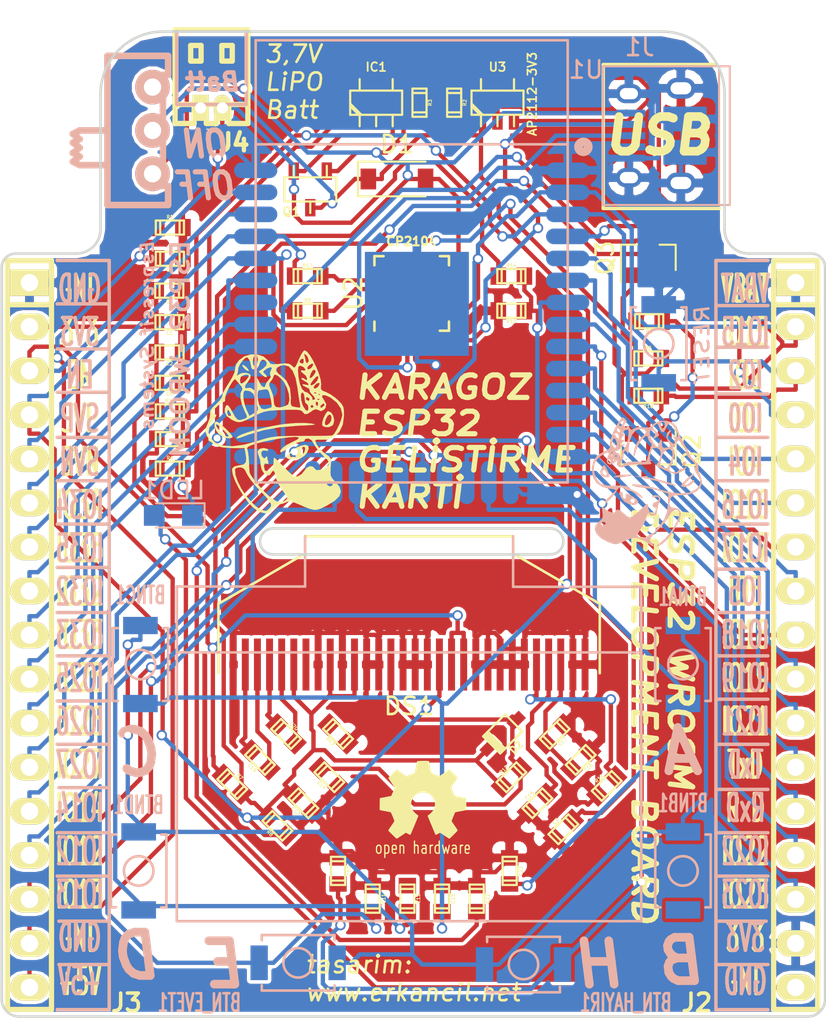
<source format=kicad_pcb>
(kicad_pcb (version 4) (host pcbnew 4.0.7)
  (layers (0 F.Cu signal) (31 B.Cu signal) (34 B.Paste user) (35 F.Paste user) (36 B.SilkS user) (37 F.SilkS user) (38 B.Mask user) (39 F.Mask user) (44 Edge.Cuts user))
  (net 0 "")
  (net 1 +3V3)
  (net 2 GND)
  (net 3 "Net-(C3-Pad1)")
  (net 4 VBAT)
  (net 5 /BTN4)
  (net 6 /BTN3)
  (net 7 /BTN2)
  (net 8 "Net-(C13-Pad2)")
  (net 9 "Net-(C14-Pad1)")
  (net 10 /BTN1)
  (net 11 "Net-(C16-Pad1)")
  (net 12 "Net-(C17-Pad1)")
  (net 13 "Net-(C19-Pad1)")
  (net 14 "Net-(C19-Pad2)")
  (net 15 "Net-(C20-Pad1)")
  (net 16 "Net-(C20-Pad2)")
  (net 17 "Net-(IC1-Pad1)")
  (net 18 +5V)
  (net 19 "Net-(IC1-Pad5)")
  (net 20 /EN)
  (net 21 /SVP)
  (net 22 /SVN)
  (net 23 /IO34)
  (net 24 /IO35)
  (net 25 /IO32)
  (net 26 /IO33)
  (net 27 /IO25)
  (net 28 /IO26)
  (net 29 /IO27)
  (net 30 /IO14)
  (net 31 /IO12)
  (net 32 /IO13)
  (net 33 /IO23)
  (net 34 /IO22)
  (net 35 /RXD0)
  (net 36 /TXD0)
  (net 37 /IO21)
  (net 38 /IO5)
  (net 39 /IO4)
  (net 40 /IO2)
  (net 41 /IO15)
  (net 42 "Net-(Q2-Pad1)")
  (net 43 /RTS)
  (net 44 "Net-(Q3-Pad1)")
  (net 45 /DTR)
  (net 46 "Net-(DS1-Pad26)")
  (net 47 "Net-(R13-Pad1)")
  (net 48 "Net-(U1-Pad32)")
  (net 49 "Net-(U2-Pad1)")
  (net 50 "Net-(U2-Pad9)")
  (net 51 "Net-(U2-Pad10)")
  (net 52 "Net-(U2-Pad11)")
  (net 53 "Net-(U2-Pad12)")
  (net 54 "Net-(U2-Pad13)")
  (net 55 "Net-(U2-Pad14)")
  (net 56 "Net-(U2-Pad15)")
  (net 57 "Net-(U2-Pad16)")
  (net 58 "Net-(U2-Pad17)")
  (net 59 "Net-(U2-Pad18)")
  (net 60 "Net-(U2-Pad22)")
  (net 61 "Net-(U2-Pad24)")
  (net 62 "Net-(U3-Pad4)")
  (net 63 "Net-(DS1-Pad7)")
  (net 64 "Net-(J1-Pad2)")
  (net 65 "Net-(J1-Pad3)")
  (net 66 "Net-(J1-Pad4)")
  (net 67 "Net-(LED1-Pad1)")
  (net 68 "/IO0(boot)")
  (net 69 /BTN6)
  (net 70 /BTN5)
  (net 71 /IO19)
  (net 72 /IO18)
  (net 73 /IO17)
  (net 74 /IO16)
  (net 75 "Net-(R9-Pad1)")
  (net 76 "Net-(R17-Pad1)")
  (net 77 "Net-(R2-Pad2)")
  (net 78 "Net-(SW7-Pad3)")
  (net 79 "Net-(BTNA1-Pad2)")
  (net 80 "Net-(BTNB1-Pad1)")
  (module w_smd_cap:c_0603 (layer F.Cu) (at 61.1985 38.1735 180)
    (fp_text reference C1 (at 0 -0.635 180) (layer F.SilkS) (effects (font (size 0.20066 0.20066) (thickness 0.04064))))
    (fp_text value 10uF hide)
    (pad 1 smd rect (at 0.75184 0 180) (size 0.89916 1.00076) (layers F.Cu F.Paste F.Mask) (net 1 +3V3))
    (pad 2 smd rect (at -0.75184 0 180) (size 0.89916 1.00076) (layers F.Cu F.Paste F.Mask) (net 2 GND))
  )
  (module w_smd_cap:c_0603 (layer F.Cu) (at 61.1985 39.9235 180)
    (fp_text reference C2 (at 0 -0.635 180) (layer F.SilkS) (effects (font (size 0.20066 0.20066) (thickness 0.04064))))
    (fp_text value 10uF hide)
    (pad 1 smd rect (at 0.75184 0 180) (size 0.89916 1.00076) (layers F.Cu F.Paste F.Mask) (net 1 +3V3))
    (pad 2 smd rect (at -0.75184 0 180) (size 0.89916 1.00076) (layers F.Cu F.Paste F.Mask) (net 2 GND))
  )
  (module w_smd_cap:c_0603 (layer F.Cu) (at 83.92 67.42 45)
    (fp_text reference C3 (at 0 -0.635 45) (layer F.SilkS) (effects (font (size 0.20066 0.20066) (thickness 0.04064))))
    (fp_text value 10uF hide)
    (pad 1 smd rect (at 0.75184 0 45) (size 0.89916 1.00076) (layers F.Cu F.Paste F.Mask) (net 3 "Net-(C3-Pad1)"))
    (pad 2 smd rect (at -0.75184 0 45) (size 0.89916 1.00076) (layers F.Cu F.Paste F.Mask) (net 2 GND))
  )
  (module w_smd_cap:c_0603 (layer F.Cu) (at 61.185 36.361 180)
    (fp_text reference C4 (at 0 -0.635 180) (layer F.SilkS) (effects (font (size 0.20066 0.20066) (thickness 0.04064))))
    (fp_text value 10uF hide)
    (pad 1 smd rect (at 0.75184 0 180) (size 0.89916 1.00076) (layers F.Cu F.Paste F.Mask) (net 1 +3V3))
    (pad 2 smd rect (at -0.75184 0 180) (size 0.89916 1.00076) (layers F.Cu F.Paste F.Mask) (net 2 GND))
  )
  (module w_smd_cap:c_0603 (layer F.Cu) (at 61.22 34.52 180)
    (fp_text reference C5 (at 0 -0.635 180) (layer F.SilkS) (effects (font (size 0.20066 0.20066) (thickness 0.04064))))
    (fp_text value 10uF hide)
    (pad 1 smd rect (at 0.75184 0 180) (size 0.89916 1.00076) (layers F.Cu F.Paste F.Mask) (net 4 VBAT))
    (pad 2 smd rect (at -0.75184 0 180) (size 0.89916 1.00076) (layers F.Cu F.Paste F.Mask) (net 2 GND))
  )
  (module w_smd_cap:c_0603 (layer F.Cu) (at 61.1985 41.6735 180)
    (fp_text reference C6 (at 0 -0.635 180) (layer F.SilkS) (effects (font (size 0.20066 0.20066) (thickness 0.04064))))
    (fp_text value 1uF hide)
    (pad 1 smd rect (at 0.75184 0 180) (size 0.89916 1.00076) (layers F.Cu F.Paste F.Mask) (net 1 +3V3))
    (pad 2 smd rect (at -0.75184 0 180) (size 0.89916 1.00076) (layers F.Cu F.Paste F.Mask) (net 2 GND))
  )
  (module w_smd_cap:c_0603 (layer F.Cu) (at 70.92 69.82 270)
    (fp_text reference C10 (at 0 -0.635 270) (layer F.SilkS) (effects (font (size 0.20066 0.20066) (thickness 0.04064))))
    (fp_text value 1uF hide)
    (pad 1 smd rect (at 0.75184 0 270) (size 0.89916 1.00076) (layers F.Cu F.Paste F.Mask) (net 69 /BTN6))
    (pad 2 smd rect (at -0.75184 0 270) (size 0.89916 1.00076) (layers F.Cu F.Paste F.Mask) (net 2 GND))
  )
  (module w_smd_cap:c_0603 (layer F.Cu) (at 72.92 71.42 270)
    (fp_text reference C11 (at 0 -0.635 270) (layer F.SilkS) (effects (font (size 0.20066 0.20066) (thickness 0.04064))))
    (fp_text value 1uF hide)
    (pad 1 smd rect (at 0.75184 0 270) (size 0.89916 1.00076) (layers F.Cu F.Paste F.Mask) (net 70 /BTN5))
    (pad 2 smd rect (at -0.75184 0 270) (size 0.89916 1.00076) (layers F.Cu F.Paste F.Mask) (net 2 GND))
  )
  (module w_smd_cap:c_0603 (layer F.Cu) (at 68.92 65.92 135)
    (fp_text reference C12 (at 0 -0.635 135) (layer F.SilkS) (effects (font (size 0.20066 0.20066) (thickness 0.04064))))
    (fp_text value 1uF hide)
    (pad 1 smd rect (at 0.75184 0 135) (size 0.89916 1.00076) (layers F.Cu F.Paste F.Mask) (net 1 +3V3))
    (pad 2 smd rect (at -0.75184 0 135) (size 0.89916 1.00076) (layers F.Cu F.Paste F.Mask) (net 2 GND))
  )
  (module w_smd_cap:c_0603 (layer F.Cu) (at 74.92 71.42 270)
    (fp_text reference C13 (at 0 -0.635 270) (layer F.SilkS) (effects (font (size 0.20066 0.20066) (thickness 0.04064))))
    (fp_text value 1uF hide)
    (pad 1 smd rect (at 0.75184 0 270) (size 0.89916 1.00076) (layers F.Cu F.Paste F.Mask) (net 5 /BTN4))
    (pad 2 smd rect (at -0.75184 0 270) (size 0.89916 1.00076) (layers F.Cu F.Paste F.Mask) (net 8 "Net-(C13-Pad2)"))
  )
  (module w_smd_cap:c_0603 (layer F.Cu) (at 70.42 64.42 135)
    (fp_text reference C14 (at 0 -0.635 135) (layer F.SilkS) (effects (font (size 0.20066 0.20066) (thickness 0.04064))))
    (fp_text value 2u2 hide)
    (pad 1 smd rect (at 0.75184 0 135) (size 0.89916 1.00076) (layers F.Cu F.Paste F.Mask) (net 9 "Net-(C14-Pad1)"))
    (pad 2 smd rect (at -0.75184 0 135) (size 0.89916 1.00076) (layers F.Cu F.Paste F.Mask) (net 2 GND))
  )
  (module w_smd_cap:c_0603 (layer F.Cu) (at 76.92 71.42 270)
    (fp_text reference C15 (at 0 -0.635 270) (layer F.SilkS) (effects (font (size 0.20066 0.20066) (thickness 0.04064))))
    (fp_text value 1uF hide)
    (pad 1 smd rect (at 0.75184 0 270) (size 0.89916 1.00076) (layers F.Cu F.Paste F.Mask) (net 6 /BTN3))
    (pad 2 smd rect (at -0.75184 0 270) (size 0.89916 1.00076) (layers F.Cu F.Paste F.Mask) (net 2 GND))
  )
  (module w_smd_cap:c_0603 (layer F.Cu) (at 82.42 65.92 45)
    (fp_text reference C16 (at 0 -0.635 45) (layer F.SilkS) (effects (font (size 0.20066 0.20066) (thickness 0.04064))))
    (fp_text value 4u7 hide)
    (pad 1 smd rect (at 0.75184 0 45) (size 0.89916 1.00076) (layers F.Cu F.Paste F.Mask) (net 11 "Net-(C16-Pad1)"))
    (pad 2 smd rect (at -0.75184 0 45) (size 0.89916 1.00076) (layers F.Cu F.Paste F.Mask) (net 2 GND))
  )
  (module w_smd_cap:c_0603 (layer F.Cu) (at 83.42 61.92 225)
    (fp_text reference C17 (at 0 -0.635 225) (layer F.SilkS) (effects (font (size 0.20066 0.20066) (thickness 0.04064))))
    (fp_text value 2u2 hide)
    (pad 1 smd rect (at 0.75184 0 225) (size 0.89916 1.00076) (layers F.Cu F.Paste F.Mask) (net 12 "Net-(C17-Pad1)"))
    (pad 2 smd rect (at -0.75184 0 225) (size 0.89916 1.00076) (layers F.Cu F.Paste F.Mask) (net 2 GND))
  )
  (module w_smd_cap:c_0603 (layer F.Cu) (at 84.92 63.42 225)
    (fp_text reference C18 (at 0 -0.635 225) (layer F.SilkS) (effects (font (size 0.20066 0.20066) (thickness 0.04064))))
    (fp_text value 100n hide)
    (pad 1 smd rect (at 0.75184 0 225) (size 0.89916 1.00076) (layers F.Cu F.Paste F.Mask) (net 12 "Net-(C17-Pad1)"))
    (pad 2 smd rect (at -0.75184 0 225) (size 0.89916 1.00076) (layers F.Cu F.Paste F.Mask) (net 2 GND))
  )
  (module w_smd_cap:c_0603 (layer F.Cu) (at 66.42 63.42 135)
    (fp_text reference C19 (at 0 -0.635 135) (layer F.SilkS) (effects (font (size 0.20066 0.20066) (thickness 0.04064))))
    (fp_text value 1uF hide)
    (pad 1 smd rect (at 0.75184 0 135) (size 0.89916 1.00076) (layers F.Cu F.Paste F.Mask) (net 13 "Net-(C19-Pad1)"))
    (pad 2 smd rect (at -0.75184 0 135) (size 0.89916 1.00076) (layers F.Cu F.Paste F.Mask) (net 14 "Net-(C19-Pad2)"))
  )
  (module w_smd_cap:c_0603 (layer F.Cu) (at 67.92 61.92 315)
    (fp_text reference C20 (at 0 -0.635 315) (layer F.SilkS) (effects (font (size 0.20066 0.20066) (thickness 0.04064))))
    (fp_text value 1uF hide)
    (pad 1 smd rect (at 0.75184 0 315) (size 0.89916 1.00076) (layers F.Cu F.Paste F.Mask) (net 15 "Net-(C20-Pad1)"))
    (pad 2 smd rect (at -0.75184 0 315) (size 0.89916 1.00076) (layers F.Cu F.Paste F.Mask) (net 16 "Net-(C20-Pad2)"))
  )
  (module Diodes_SMD:D_SOD-123 (layer F.Cu) (at 74.32 29.92)
    (fp_text reference D1 (at 0 -2) (layer F.SilkS))
    (fp_text value MBR0520)
    (pad 1 smd rect (at -1.65 0) (size 0.9 1.2) (layers F.Cu F.Paste F.Mask) (net 3 "Net-(C3-Pad1)"))
    (pad 2 smd rect (at 1.65 0) (size 0.9 1.2) (layers F.Cu F.Paste F.Mask) (net 18 +5V))
  )
  (module w_smd_diode:sod323 (layer F.Cu) (at 80.42 61.92 225)
    (fp_text reference D2 (at 0 -1.09982 225) (layer F.SilkS) (effects (font (size 0.39878 0.39878) (thickness 0.09906))))
    (fp_text value 1N4148 hide)
    (pad 2 smd rect (at 1.09982 0 225) (size 1.00076 0.59944) (layers F.Cu F.Paste F.Mask) (net 1 +3V3))
    (pad 1 smd rect (at -1.09982 0 225) (size 1.00076 0.59944) (layers F.Cu F.Paste F.Mask) (net 9 "Net-(C14-Pad1)"))
  )
  (module TO_SOT_Packages_SMD:SOT-23 (layer F.Cu) (at 88.82 45.62 270)
    (fp_text reference Q2 (at 0 -2.5 270) (layer F.SilkS))
    (fp_text value MMBT3904 hide)
    (pad 1 smd rect (at -1 -0.95 270) (size 0.9 0.8) (layers F.Cu F.Paste F.Mask) (net 42 "Net-(Q2-Pad1)"))
    (pad 2 smd rect (at -1 0.95 270) (size 0.9 0.8) (layers F.Cu F.Paste F.Mask) (net 43 /RTS))
    (pad 3 smd rect (at 1 0 270) (size 0.9 0.8) (layers F.Cu F.Paste F.Mask) (net 20 /EN))
  )
  (module TO_SOT_Packages_SMD:SOT-23 (layer F.Cu) (at 88.82 34.47 90)
    (fp_text reference Q3 (at 0 -2.5 90) (layer F.SilkS))
    (fp_text value MMBT3904 hide)
    (pad 1 smd rect (at -1 -0.95 90) (size 0.9 0.8) (layers F.Cu F.Paste F.Mask) (net 44 "Net-(Q3-Pad1)"))
    (pad 2 smd rect (at -1 0.95 90) (size 0.9 0.8) (layers F.Cu F.Paste F.Mask) (net 45 /DTR))
    (pad 3 smd rect (at 1 0 90) (size 0.9 0.8) (layers F.Cu F.Paste F.Mask) (net 68 "/IO0(boot)"))
  )
  (module w_smd_resistors:r_0603 (layer F.Cu) (at 61.22 32.72)
    (fp_text reference R1 (at 0 -0.6096) (layer F.SilkS) (effects (font (size 0.20066 0.20066) (thickness 0.04064))))
    (fp_text value 100K hide)
    (pad 1 smd rect (at 0.75184 0) (size 0.89916 1.00076) (layers F.Cu F.Paste F.Mask) (net 2 GND))
    (pad 2 smd rect (at -0.75184 0) (size 0.89916 1.00076) (layers F.Cu F.Paste F.Mask) (net 18 +5V))
  )
  (module w_smd_resistors:r_0603 (layer F.Cu) (at 77.62 25.52 270)
    (fp_text reference R2 (at 0 -0.6096 270) (layer F.SilkS) (effects (font (size 0.20066 0.20066) (thickness 0.04064))))
    (fp_text value 100K hide)
    (pad 1 smd rect (at 0.75184 0 270) (size 0.89916 1.00076) (layers F.Cu F.Paste F.Mask) (net 2 GND))
    (pad 2 smd rect (at -0.75184 0 270) (size 0.89916 1.00076) (layers F.Cu F.Paste F.Mask) (net 77 "Net-(R2-Pad2)"))
  )
  (module w_smd_resistors:r_0603 (layer F.Cu) (at 75.62 25.52 270)
    (fp_text reference R3 (at 0 -0.6096 270) (layer F.SilkS) (effects (font (size 0.20066 0.20066) (thickness 0.04064))))
    (fp_text value 4K7 hide)
    (pad 1 smd rect (at 0.75184 0 270) (size 0.89916 1.00076) (layers F.Cu F.Paste F.Mask) (net 2 GND))
    (pad 2 smd rect (at -0.75184 0 270) (size 0.89916 1.00076) (layers F.Cu F.Paste F.Mask) (net 19 "Net-(IC1-Pad5)"))
  )
  (module w_smd_resistors:r_0603 (layer F.Cu) (at 61.22 46.62)
    (fp_text reference R4 (at 0 -0.6096) (layer F.SilkS) (effects (font (size 0.20066 0.20066) (thickness 0.04064))))
    (fp_text value 1K hide)
    (pad 1 smd rect (at 0.75184 0) (size 0.89916 1.00076) (layers F.Cu F.Paste F.Mask) (net 67 "Net-(LED1-Pad1)"))
    (pad 2 smd rect (at -0.75184 0) (size 0.89916 1.00076) (layers F.Cu F.Paste F.Mask) (net 17 "Net-(IC1-Pad1)"))
  )
  (module w_smd_resistors:r_0603 (layer F.Cu) (at 88.87 38.12 180)
    (fp_text reference R5 (at 0 -0.6096 180) (layer F.SilkS) (effects (font (size 0.20066 0.20066) (thickness 0.04064))))
    (fp_text value 10K hide)
    (pad 1 smd rect (at 0.75184 0 180) (size 0.89916 1.00076) (layers F.Cu F.Paste F.Mask) (net 45 /DTR))
    (pad 2 smd rect (at -0.75184 0 180) (size 0.89916 1.00076) (layers F.Cu F.Paste F.Mask) (net 42 "Net-(Q2-Pad1)"))
  )
  (module w_smd_resistors:r_0603 (layer F.Cu) (at 88.82 40.27)
    (fp_text reference R6 (at 0 -0.6096) (layer F.SilkS) (effects (font (size 0.20066 0.20066) (thickness 0.04064))))
    (fp_text value 10K hide)
    (pad 1 smd rect (at 0.75184 0) (size 0.89916 1.00076) (layers F.Cu F.Paste F.Mask) (net 43 /RTS))
    (pad 2 smd rect (at -0.75184 0) (size 0.89916 1.00076) (layers F.Cu F.Paste F.Mask) (net 44 "Net-(Q3-Pad1)"))
  )
  (module w_smd_resistors:r_0603 (layer F.Cu) (at 64.82 64.82 315)
    (fp_text reference R7 (at 0 -0.6096 315) (layer F.SilkS) (effects (font (size 0.20066 0.20066) (thickness 0.04064))))
    (fp_text value 10K hide)
    (pad 1 smd rect (at 0.75184 0 315) (size 0.89916 1.00076) (layers F.Cu F.Paste F.Mask) (net 1 +3V3))
    (pad 2 smd rect (at -0.75184 0 315) (size 0.89916 1.00076) (layers F.Cu F.Paste F.Mask) (net 33 /IO23))
  )
  (module w_smd_resistors:r_0603 (layer F.Cu) (at 67.42 67.22 135)
    (fp_text reference R8 (at 0 -0.6096 135) (layer F.SilkS) (effects (font (size 0.20066 0.20066) (thickness 0.04064))))
    (fp_text value 10K hide)
    (pad 1 smd rect (at 0.75184 0 135) (size 0.89916 1.00076) (layers F.Cu F.Paste F.Mask) (net 1 +3V3))
    (pad 2 smd rect (at -0.75184 0 135) (size 0.89916 1.00076) (layers F.Cu F.Paste F.Mask) (net 34 /IO22))
  )
  (module w_smd_resistors:r_0603 (layer F.Cu) (at 69.17 37.52)
    (fp_text reference R9 (at 0 -0.6096) (layer F.SilkS) (effects (font (size 0.20066 0.20066) (thickness 0.04064))))
    (fp_text value 470 hide)
    (pad 1 smd rect (at 0.75184 0) (size 0.89916 1.00076) (layers F.Cu F.Paste F.Mask) (net 75 "Net-(R9-Pad1)"))
    (pad 2 smd rect (at -0.75184 0) (size 0.89916 1.00076) (layers F.Cu F.Paste F.Mask) (net 36 /TXD0))
  )
  (module w_smd_resistors:r_0603 (layer F.Cu) (at 88.82 42.42 180)
    (fp_text reference R10 (at 0 -0.6096 180) (layer F.SilkS) (effects (font (size 0.20066 0.20066) (thickness 0.04064))))
    (fp_text value 10K hide)
    (pad 1 smd rect (at 0.75184 0 180) (size 0.89916 1.00076) (layers F.Cu F.Paste F.Mask) (net 1 +3V3))
    (pad 2 smd rect (at -0.75184 0 180) (size 0.89916 1.00076) (layers F.Cu F.Paste F.Mask) (net 20 /EN))
  )
  (module w_smd_resistors:r_0603 (layer F.Cu) (at 86.42 64.92 45)
    (fp_text reference R11 (at 0 -0.6096 45) (layer F.SilkS) (effects (font (size 0.20066 0.20066) (thickness 0.04064))))
    (fp_text value 390K hide)
    (pad 1 smd rect (at 0.75184 0 45) (size 0.89916 1.00076) (layers F.Cu F.Paste F.Mask) (net 46 "Net-(DS1-Pad26)"))
    (pad 2 smd rect (at -0.75184 0 45) (size 0.89916 1.00076) (layers F.Cu F.Paste F.Mask) (net 2 GND))
  )
  (module w_smd_resistors:r_0603 (layer F.Cu) (at 80.92 64.42 45)
    (fp_text reference R12 (at 0 -0.6096 45) (layer F.SilkS) (effects (font (size 0.20066 0.20066) (thickness 0.04064))))
    (fp_text value 10K hide)
    (pad 1 smd rect (at 0.75184 0 45) (size 0.89916 1.00076) (layers F.Cu F.Paste F.Mask) (net 9 "Net-(C14-Pad1)"))
    (pad 2 smd rect (at -0.75184 0 45) (size 0.89916 1.00076) (layers F.Cu F.Paste F.Mask) (net 1 +3V3))
  )
  (module w_smd_resistors:r_0603 (layer F.Cu) (at 70.92 61.92 135)
    (fp_text reference R13 (at 0 -0.6096 135) (layer F.SilkS) (effects (font (size 0.20066 0.20066) (thickness 0.04064))))
    (fp_text value 390K hide)
    (pad 1 smd rect (at 0.75184 0 135) (size 0.89916 1.00076) (layers F.Cu F.Paste F.Mask) (net 47 "Net-(R13-Pad1)"))
    (pad 2 smd rect (at -0.75184 0 135) (size 0.89916 1.00076) (layers F.Cu F.Paste F.Mask) (net 2 GND))
  )
  (module Espressif:ESP32-WROOM (layer B.Cu) (at 75.17 34.67)
    (fp_text reference U1 (at 10.05 -11.05) (layer B.SilkS) (effects (justify mirror)))
    (fp_text value ESP-32S)
    (fp_text user "Espressif Systems" (at -15.25 4.25 90) (layer B.SilkS) (effects (font (size 0.7 0.8) (thickness 0.15) italic) (justify mirror)))
    (fp_text user ESP32-WROOM (at -13.35 5.05 90) (layer B.SilkS) (effects (font (size 1 1.1) (thickness 0.2)) (justify mirror)))
    (pad 38 smd oval (at -9 -5.25) (size 2.5 0.9) (layers B.Cu B.Paste B.Mask) (net 2 GND))
    (pad 37 smd oval (at -9 -3.98) (size 2.5 0.9) (layers B.Cu B.Paste B.Mask) (net 33 /IO23))
    (pad 36 smd oval (at -9 -2.71) (size 2.5 0.9) (layers B.Cu B.Paste B.Mask) (net 34 /IO22))
    (pad 35 smd oval (at -9 -1.44) (size 2.5 0.9) (layers B.Cu B.Paste B.Mask) (net 35 /RXD0))
    (pad 34 smd oval (at -9 -0.17) (size 2.5 0.9) (layers B.Cu B.Paste B.Mask) (net 36 /TXD0))
    (pad 33 smd oval (at -9 1.1) (size 2.5 0.9) (layers B.Cu B.Paste B.Mask) (net 37 /IO21))
    (pad 32 smd oval (at -9 2.37) (size 2.5 0.9) (layers B.Cu B.Paste B.Mask) (net 48 "Net-(U1-Pad32)"))
    (pad 31 smd oval (at -9 3.64) (size 2.5 0.9) (layers B.Cu B.Paste B.Mask) (net 71 /IO19))
    (pad 30 smd oval (at -9 4.91) (size 2.5 0.9) (layers B.Cu B.Paste B.Mask) (net 72 /IO18))
    (pad 29 smd oval (at -9 6.18) (size 2.5 0.9) (layers B.Cu B.Paste B.Mask) (net 38 /IO5))
    (pad 28 smd oval (at -9 7.45) (size 2.5 0.9) (layers B.Cu B.Paste B.Mask) (net 73 /IO17))
    (pad 27 smd oval (at -9 8.72) (size 2.5 0.9) (layers B.Cu B.Paste B.Mask) (net 74 /IO16))
    (pad 26 smd oval (at -9 9.99) (size 2.5 0.9) (layers B.Cu B.Paste B.Mask) (net 39 /IO4))
    (pad 25 smd oval (at -9 11.26) (size 2.5 0.9) (layers B.Cu B.Paste B.Mask) (net 68 "/IO0(boot)"))
    (pad 24 smd oval (at -5.715 12.75) (size 0.9 2.5) (layers B.Cu B.Paste B.Mask) (net 40 /IO2))
    (pad 23 smd oval (at -4.445 12.75) (size 0.9 2.5) (layers B.Cu B.Paste B.Mask) (net 41 /IO15))
    (pad 22 smd oval (at -3.175 12.75) (size 0.9 2.5) (layers B.Cu B.Paste B.Mask) (net 10 /BTN1))
    (pad 21 smd oval (at -1.905 12.75) (size 0.9 2.5) (layers B.Cu B.Paste B.Mask) (net 7 /BTN2))
    (pad 20 smd oval (at -0.635 12.75) (size 0.9 2.5) (layers B.Cu B.Paste B.Mask) (net 6 /BTN3))
    (pad 19 smd oval (at 0.635 12.75) (size 0.9 2.5) (layers B.Cu B.Paste B.Mask) (net 5 /BTN4))
    (pad 18 smd oval (at 1.905 12.75) (size 0.9 2.5) (layers B.Cu B.Paste B.Mask) (net 70 /BTN5))
    (pad 17 smd oval (at 3.175 12.75) (size 0.9 2.5) (layers B.Cu B.Paste B.Mask) (net 69 /BTN6))
    (pad 16 smd oval (at 4.445 12.75) (size 0.9 2.5) (layers B.Cu B.Paste B.Mask) (net 32 /IO13))
    (pad 15 smd oval (at 5.715 12.75) (size 0.9 2.5) (layers B.Cu B.Paste B.Mask) (net 2 GND))
    (pad 14 smd oval (at 9 11.26) (size 2.5 0.9) (layers B.Cu B.Paste B.Mask) (net 31 /IO12))
    (pad 13 smd oval (at 9 9.99) (size 2.5 0.9) (layers B.Cu B.Paste B.Mask) (net 30 /IO14))
    (pad 12 smd oval (at 9 8.72) (size 2.5 0.9) (layers B.Cu B.Paste B.Mask) (net 29 /IO27))
    (pad 11 smd oval (at 9 7.45) (size 2.5 0.9) (layers B.Cu B.Paste B.Mask) (net 28 /IO26))
    (pad 10 smd oval (at 9 6.18) (size 2.5 0.9) (layers B.Cu B.Paste B.Mask) (net 27 /IO25))
    (pad 9 smd oval (at 9 4.91) (size 2.5 0.9) (layers B.Cu B.Paste B.Mask) (net 26 /IO33))
    (pad 8 smd oval (at 9 3.64) (size 2.5 0.9) (layers B.Cu B.Paste B.Mask) (net 25 /IO32))
    (pad 7 smd oval (at 9 2.37) (size 2.5 0.9) (layers B.Cu B.Paste B.Mask) (net 24 /IO35))
    (pad 6 smd oval (at 9 1.1) (size 2.5 0.9) (layers B.Cu B.Paste B.Mask) (net 23 /IO34))
    (pad 5 smd oval (at 9 -0.17) (size 2.5 0.9) (layers B.Cu B.Paste B.Mask) (net 22 /SVN))
    (pad 4 smd oval (at 9 -1.44) (size 2.5 0.9) (layers B.Cu B.Paste B.Mask) (net 21 /SVP))
    (pad 3 smd oval (at 9 -2.71) (size 2.5 0.9) (layers B.Cu B.Paste B.Mask) (net 20 /EN))
    (pad 2 smd oval (at 9 -3.98) (size 2.5 0.9) (layers B.Cu B.Paste B.Mask) (net 1 +3V3))
    (pad 1 smd oval (at 9 -5.25) (size 2.5 0.9) (layers B.Cu B.Paste B.Mask) (net 2 GND))
    (pad 39 smd rect (at 0.3 2.45) (size 6 6) (layers B.Cu B.Paste B.Mask) (net 2 GND))
  )
  (module Housings_DFN_QFN:QFN-24-1EP_4x4mm_Pitch0.5mm (layer F.Cu) (at 75.17 36.52 90)
    (fp_text reference U2 (at 0 -3.375 90) (layer F.SilkS))
    (fp_text value CP2104 (at 3 0 180) (layer F.SilkS) (effects (font (size 0.5 0.5) (thickness 0.125))))
    (pad 1 smd rect (at -1.95 -1.25 90) (size 0.85 0.3) (layers F.Cu F.Paste F.Mask) (net 49 "Net-(U2-Pad1)"))
    (pad 2 smd rect (at -1.95 -0.75 90) (size 0.85 0.3) (layers F.Cu F.Paste F.Mask) (net 2 GND))
    (pad 3 smd rect (at -1.95 -0.25 90) (size 0.85 0.3) (layers F.Cu F.Paste F.Mask) (net 65 "Net-(J1-Pad3)"))
    (pad 4 smd rect (at -1.95 0.25 90) (size 0.85 0.3) (layers F.Cu F.Paste F.Mask) (net 64 "Net-(J1-Pad2)"))
    (pad 5 smd rect (at -1.95 0.75 90) (size 0.85 0.3) (layers F.Cu F.Paste F.Mask) (net 1 +3V3))
    (pad 6 smd rect (at -1.95 1.25 90) (size 0.85 0.3) (layers F.Cu F.Paste F.Mask) (net 1 +3V3))
    (pad 7 smd rect (at -1.25 1.95 180) (size 0.85 0.3) (layers F.Cu F.Paste F.Mask) (net 1 +3V3))
    (pad 8 smd rect (at -0.75 1.95 180) (size 0.85 0.3) (layers F.Cu F.Paste F.Mask) (net 18 +5V))
    (pad 9 smd rect (at -0.25 1.95 180) (size 0.85 0.3) (layers F.Cu F.Paste F.Mask) (net 50 "Net-(U2-Pad9)"))
    (pad 10 smd rect (at 0.25 1.95 180) (size 0.85 0.3) (layers F.Cu F.Paste F.Mask) (net 51 "Net-(U2-Pad10)"))
    (pad 11 smd rect (at 0.75 1.95 180) (size 0.85 0.3) (layers F.Cu F.Paste F.Mask) (net 52 "Net-(U2-Pad11)"))
    (pad 12 smd rect (at 1.25 1.95 180) (size 0.85 0.3) (layers F.Cu F.Paste F.Mask) (net 53 "Net-(U2-Pad12)"))
    (pad 13 smd rect (at 1.95 1.25 90) (size 0.85 0.3) (layers F.Cu F.Paste F.Mask) (net 54 "Net-(U2-Pad13)"))
    (pad 14 smd rect (at 1.95 0.75 90) (size 0.85 0.3) (layers F.Cu F.Paste F.Mask) (net 55 "Net-(U2-Pad14)"))
    (pad 15 smd rect (at 1.95 0.25 90) (size 0.85 0.3) (layers F.Cu F.Paste F.Mask) (net 56 "Net-(U2-Pad15)"))
    (pad 16 smd rect (at 1.95 -0.25 90) (size 0.85 0.3) (layers F.Cu F.Paste F.Mask) (net 57 "Net-(U2-Pad16)"))
    (pad 17 smd rect (at 1.95 -0.75 90) (size 0.85 0.3) (layers F.Cu F.Paste F.Mask) (net 58 "Net-(U2-Pad17)"))
    (pad 18 smd rect (at 1.95 -1.25 90) (size 0.85 0.3) (layers F.Cu F.Paste F.Mask) (net 59 "Net-(U2-Pad18)"))
    (pad 19 smd rect (at 1.25 -1.95 180) (size 0.85 0.3) (layers F.Cu F.Paste F.Mask) (net 43 /RTS))
    (pad 20 smd rect (at 0.75 -1.95 180) (size 0.85 0.3) (layers F.Cu F.Paste F.Mask) (net 76 "Net-(R17-Pad1)"))
    (pad 21 smd rect (at 0.25 -1.95 180) (size 0.85 0.3) (layers F.Cu F.Paste F.Mask) (net 75 "Net-(R9-Pad1)"))
    (pad 22 smd rect (at -0.25 -1.95 180) (size 0.85 0.3) (layers F.Cu F.Paste F.Mask) (net 60 "Net-(U2-Pad22)"))
    (pad 23 smd rect (at -0.75 -1.95 180) (size 0.85 0.3) (layers F.Cu F.Paste F.Mask) (net 45 /DTR))
    (pad 24 smd rect (at -1.25 -1.95 180) (size 0.85 0.3) (layers F.Cu F.Paste F.Mask) (net 61 "Net-(U2-Pad24)"))
    (pad 25 smd rect (at 0.65 0.65 90) (size 1.3 1.3) (layers F.Cu F.Paste F.Mask) (net 2 GND))
    (pad 25 smd rect (at 0.65 -0.65 90) (size 1.3 1.3) (layers F.Cu F.Paste F.Mask) (net 2 GND))
    (pad 25 smd rect (at -0.65 0.65 90) (size 1.3 1.3) (layers F.Cu F.Paste F.Mask) (net 2 GND))
    (pad 25 smd rect (at -0.65 -0.65 90) (size 1.3 1.3) (layers F.Cu F.Paste F.Mask) (net 2 GND))
  )
  (module w_smd_trans:sot23-5 (layer F.Cu) (at 80.12 25.52)
    (fp_text reference U3 (at 0 -2.0574) (layer F.SilkS) (effects (font (size 0.50038 0.50038) (thickness 0.09906))))
    (fp_text value AP2112-3V3 (at 2 -0.5 90) (layer F.SilkS) (effects (font (size 0.50038 0.50038) (thickness 0.09906))))
    (pad 1 smd rect (at -0.9525 1.05664) (size 0.59944 1.00076) (layers F.Cu F.Paste F.Mask) (net 3 "Net-(C3-Pad1)"))
    (pad 3 smd rect (at 0.9525 1.05664) (size 0.59944 1.00076) (layers F.Cu F.Paste F.Mask) (net 77 "Net-(R2-Pad2)"))
    (pad 2 smd rect (at 0 1.05664) (size 0.59944 1.00076) (layers F.Cu F.Paste F.Mask) (net 2 GND))
    (pad 4 smd rect (at 0.9525 -1.05664) (size 0.59944 1.00076) (layers F.Cu F.Paste F.Mask) (net 62 "Net-(U3-Pad4)"))
    (pad 5 smd rect (at -0.9525 -1.05664) (size 0.59944 1.00076) (layers F.Cu F.Paste F.Mask) (net 1 +3V3))
  )
  (module LEDs:LED_0805 (layer B.Cu) (at 61.42 49.32 180)
    (fp_text reference LED1 (at 0 1.45 180) (layer B.SilkS) (effects (justify mirror)))
    (fp_text value LED_ALT)
    (pad 2 smd rect (at 1.1 0) (size 1.2 1.2) (layers B.Cu B.Paste B.Mask) (net 18 +5V))
    (pad 1 smd rect (at -1.1 0) (size 1.2 1.2) (layers B.Cu B.Paste B.Mask) (net 67 "Net-(LED1-Pad1)"))
  )
  (module Connectors:USB_Micro-B_10103594-0001LF (layer B.Cu) (at 89.32 27.42 270)
    (fp_text reference J1 (at -5.1 1 540) (layer B.SilkS) (effects (justify mirror)))
    (fp_text value USB_B_Mini hide)
    (pad 1 smd rect (at -1.3 1.5 180) (size 1.65 0.4) (layers B.Cu B.Paste B.Mask) (net 18 +5V))
    (pad 2 smd rect (at -0.65 1.5 180) (size 1.65 0.4) (layers B.Cu B.Paste B.Mask) (net 64 "Net-(J1-Pad2)"))
    (pad 3 smd rect (at 0 1.5 180) (size 1.65 0.4) (layers B.Cu B.Paste B.Mask) (net 65 "Net-(J1-Pad3)"))
    (pad 4 smd rect (at 0.65 1.5 180) (size 1.65 0.4) (layers B.Cu B.Paste B.Mask) (net 66 "Net-(J1-Pad4)"))
    (pad 5 smd rect (at 1.3 1.5 180) (size 1.65 0.4) (layers B.Cu B.Paste B.Mask) (net 2 GND))
    (pad 6 thru_hole oval (at -2.42 1.62 180) (size 1.5 1.1) (drill oval 1.05 0.65) (layers *.Cu *.Mask) (net 2 GND))
    (pad 6 thru_hole oval (at 2.42 1.62 180) (size 1.5 1.1) (drill oval 1.05 0.65) (layers *.Cu *.Mask) (net 2 GND))
    (pad 6 thru_hole oval (at -2.73 -1.38 180) (size 1.7 1.2) (drill oval 1.2 0.7) (layers *.Cu *.Mask) (net 2 GND))
    (pad 6 thru_hole oval (at 2.73 -1.38 180) (size 1.7 1.2) (drill oval 1.2 0.7) (layers *.Cu *.Mask) (net 2 GND))
    (pad 6 smd rect (at -0.96 -1.62 180) (size 2.5 1.43) (layers B.Cu B.Paste B.Mask) (net 2 GND))
    (pad 6 smd rect (at 0.96 -1.62 180) (size 2.5 1.43) (layers B.Cu B.Paste B.Mask) (net 2 GND))
  )
  (module w_smd_cap:c_0603 (layer F.Cu) (at 61.22 44.92)
    (fp_text reference C21 (at 0 -0.635) (layer F.SilkS) (effects (font (size 0.20066 0.20066) (thickness 0.04064))))
    (fp_text value 1uF hide)
    (pad 1 smd rect (at 0.75184 0) (size 0.89916 1.00076) (layers F.Cu F.Paste F.Mask) (net 20 /EN))
    (pad 2 smd rect (at -0.75184 0) (size 0.89916 1.00076) (layers F.Cu F.Paste F.Mask) (net 2 GND))
  )
  (module w_smd_resistors:r_0603 (layer F.Cu) (at 80.92 35.52)
    (fp_text reference R14 (at 0 -0.6096) (layer F.SilkS) (effects (font (size 0.20066 0.20066) (thickness 0.04064))))
    (fp_text value 100K hide)
    (pad 1 smd rect (at 0.75184 0) (size 0.89916 1.00076) (layers F.Cu F.Paste F.Mask) (net 24 /IO35))
    (pad 2 smd rect (at -0.75184 0) (size 0.89916 1.00076) (layers F.Cu F.Paste F.Mask) (net 4 VBAT))
  )
  (module w_smd_resistors:r_0603 (layer F.Cu) (at 80.92 37.52 180)
    (fp_text reference R15 (at 0 -0.6096 180) (layer F.SilkS) (effects (font (size 0.20066 0.20066) (thickness 0.04064))))
    (fp_text value 100K hide)
    (pad 1 smd rect (at 0.75184 0 180) (size 0.89916 1.00076) (layers F.Cu F.Paste F.Mask) (net 2 GND))
    (pad 2 smd rect (at -0.75184 0 180) (size 0.89916 1.00076) (layers F.Cu F.Paste F.Mask) (net 24 /IO35))
  )
  (module w_smd_resistors:r_0603 (layer F.Cu) (at 61.22 43.32)
    (fp_text reference R16 (at 0 -0.6096) (layer F.SilkS) (effects (font (size 0.20066 0.20066) (thickness 0.04064))))
    (fp_text value 10K hide)
    (pad 1 smd rect (at 0.75184 0) (size 0.89916 1.00076) (layers F.Cu F.Paste F.Mask) (net 20 /EN))
    (pad 2 smd rect (at -0.75184 0) (size 0.89916 1.00076) (layers F.Cu F.Paste F.Mask) (net 1 +3V3))
  )
  (module w_smd_cap:c_0603 (layer F.Cu) (at 78.92 71.42 270)
    (fp_text reference C22 (at 0 -0.635 270) (layer F.SilkS) (effects (font (size 0.20066 0.20066) (thickness 0.04064))))
    (fp_text value 1uF hide)
    (pad 1 smd rect (at 0.75184 0 270) (size 0.89916 1.00076) (layers F.Cu F.Paste F.Mask) (net 7 /BTN2))
    (pad 2 smd rect (at -0.75184 0 270) (size 0.89916 1.00076) (layers F.Cu F.Paste F.Mask) (net 2 GND))
  )
  (module w_smd_cap:c_0603 (layer F.Cu) (at 80.82 69.82 270)
    (fp_text reference C23 (at 0 -0.635 270) (layer F.SilkS) (effects (font (size 0.20066 0.20066) (thickness 0.04064))))
    (fp_text value 1uF hide)
    (pad 1 smd rect (at 0.75184 0 270) (size 0.89916 1.00076) (layers F.Cu F.Paste F.Mask) (net 10 /BTN1))
    (pad 2 smd rect (at -0.75184 0 270) (size 0.89916 1.00076) (layers F.Cu F.Paste F.Mask) (net 2 GND))
  )
  (module w_smd_resistors:r_0603 (layer F.Cu) (at 69.17 35.52)
    (fp_text reference R17 (at 0 -0.6096) (layer F.SilkS) (effects (font (size 0.20066 0.20066) (thickness 0.04064))))
    (fp_text value 470 hide)
    (pad 1 smd rect (at 0.75184 0) (size 0.89916 1.00076) (layers F.Cu F.Paste F.Mask) (net 76 "Net-(R17-Pad1)"))
    (pad 2 smd rect (at -0.75184 0) (size 0.89916 1.00076) (layers F.Cu F.Paste F.Mask) (net 35 /RXD0))
  )
  (module w_conn_df13:df13-2p-125ds (layer F.Cu) (at 63.62 24.02 180)
    (fp_text reference J4 (at -1.3 -3.8 180) (layer F.SilkS) (effects (font (thickness 0.25))))
    (fp_text value JST_2MM_MALE hide)
    (pad 1 thru_hole rect (at 0.62484 -1.80086 180) (size 0.94996 1.4986) (drill 0.6477) (layers *.Cu *.Mask F.SilkS) (net 2 GND))
    (pad 2 thru_hole oval (at -0.62484 -1.80086 180) (size 0.94996 1.4986) (drill 0.6477) (layers *.Cu *.Mask F.SilkS) (net 4 VBAT))
  )
  (module w_pin_strip:pin_strip_17 (layer F.Cu) (at 97.32 56.22 270)
    (fp_text reference J2 (at 21.2 5.7 360) (layer F.SilkS) (effects (font (size 1.016 1.016) (thickness 0.2032))))
    (fp_text value Conn_01x17 hide)
    (pad 1 thru_hole rect (at -20.32 0 270) (size 1.524 2.19964) (drill 1.00076) (layers *.Cu *.Mask F.SilkS) (net 2 GND))
    (pad 2 thru_hole oval (at -17.78 0 270) (size 1.524 2.19964) (drill 1.00076) (layers *.Cu *.Mask F.SilkS) (net 1 +3V3))
    (pad 3 thru_hole oval (at -15.24 0 270) (size 1.524 2.19964) (drill 1.00076) (layers *.Cu *.Mask F.SilkS) (net 20 /EN))
    (pad 4 thru_hole oval (at -12.7 0 270) (size 1.524 2.19964) (drill 1.00076) (layers *.Cu *.Mask F.SilkS) (net 21 /SVP))
    (pad 5 thru_hole oval (at -10.16 0 270) (size 1.524 2.19964) (drill 1.00076) (layers *.Cu *.Mask F.SilkS) (net 22 /SVN))
    (pad 6 thru_hole oval (at -7.62 0 270) (size 1.524 2.19964) (drill 1.00076) (layers *.Cu *.Mask F.SilkS) (net 23 /IO34))
    (pad 7 thru_hole oval (at -5.08 0 270) (size 1.524 2.19964) (drill 1.00076) (layers *.Cu *.Mask F.SilkS) (net 24 /IO35))
    (pad 8 thru_hole oval (at -2.54 0 270) (size 1.524 2.19964) (drill 1.00076) (layers *.Cu *.Mask F.SilkS) (net 25 /IO32))
    (pad 9 thru_hole oval (at 0 0 270) (size 1.524 2.19964) (drill 1.00076) (layers *.Cu *.Mask F.SilkS) (net 26 /IO33))
    (pad 10 thru_hole oval (at 2.54 0 270) (size 1.524 2.19964) (drill 1.00076) (layers *.Cu *.Mask F.SilkS) (net 27 /IO25))
    (pad 11 thru_hole oval (at 5.08 0 270) (size 1.524 2.19964) (drill 1.00076) (layers *.Cu *.Mask F.SilkS) (net 28 /IO26))
    (pad 12 thru_hole oval (at 7.62 0 270) (size 1.524 2.19964) (drill 1.00076) (layers *.Cu *.Mask F.SilkS) (net 29 /IO27))
    (pad 13 thru_hole oval (at 10.16 0 270) (size 1.524 2.19964) (drill 1.00076) (layers *.Cu *.Mask F.SilkS) (net 30 /IO14))
    (pad 14 thru_hole oval (at 12.7 0 270) (size 1.524 2.19964) (drill 1.00076) (layers *.Cu *.Mask F.SilkS) (net 31 /IO12))
    (pad 15 thru_hole oval (at 15.24 0 270) (size 1.524 2.19964) (drill 1.00076) (layers *.Cu *.Mask F.SilkS) (net 32 /IO13))
    (pad 16 thru_hole oval (at 17.78 0 270) (size 1.524 2.19964) (drill 1.00076) (layers *.Cu *.Mask F.SilkS) (net 2 GND))
    (pad 17 thru_hole oval (at 20.32 0 270) (size 1.524 2.19964) (drill 1.00076) (layers *.Cu *.Mask F.SilkS) (net 18 +5V))
  )
  (module w_pin_strip:pin_strip_17 (layer F.Cu) (at 53.12 56.22 270)
    (fp_text reference J3 (at 21.2 -5.6 360) (layer F.SilkS) (effects (font (size 1.016 1.016) (thickness 0.2032))))
    (fp_text value Conn_01x17 hide)
    (pad 1 thru_hole rect (at -20.32 0 270) (size 1.524 2.19964) (drill 1.00076) (layers *.Cu *.Mask F.SilkS) (net 2 GND))
    (pad 2 thru_hole oval (at -17.78 0 270) (size 1.524 2.19964) (drill 1.00076) (layers *.Cu *.Mask F.SilkS) (net 1 +3V3))
    (pad 3 thru_hole oval (at -15.24 0 270) (size 1.524 2.19964) (drill 1.00076) (layers *.Cu *.Mask F.SilkS) (net 33 /IO23))
    (pad 4 thru_hole oval (at -12.7 0 270) (size 1.524 2.19964) (drill 1.00076) (layers *.Cu *.Mask F.SilkS) (net 34 /IO22))
    (pad 5 thru_hole oval (at -10.16 0 270) (size 1.524 2.19964) (drill 1.00076) (layers *.Cu *.Mask F.SilkS) (net 35 /RXD0))
    (pad 6 thru_hole oval (at -7.62 0 270) (size 1.524 2.19964) (drill 1.00076) (layers *.Cu *.Mask F.SilkS) (net 36 /TXD0))
    (pad 7 thru_hole oval (at -5.08 0 270) (size 1.524 2.19964) (drill 1.00076) (layers *.Cu *.Mask F.SilkS) (net 37 /IO21))
    (pad 8 thru_hole oval (at -2.54 0 270) (size 1.524 2.19964) (drill 1.00076) (layers *.Cu *.Mask F.SilkS) (net 71 /IO19))
    (pad 9 thru_hole oval (at 0 0 270) (size 1.524 2.19964) (drill 1.00076) (layers *.Cu *.Mask F.SilkS) (net 72 /IO18))
    (pad 10 thru_hole oval (at 2.54 0 270) (size 1.524 2.19964) (drill 1.00076) (layers *.Cu *.Mask F.SilkS) (net 38 /IO5))
    (pad 11 thru_hole oval (at 5.08 0 270) (size 1.524 2.19964) (drill 1.00076) (layers *.Cu *.Mask F.SilkS) (net 73 /IO17))
    (pad 12 thru_hole oval (at 7.62 0 270) (size 1.524 2.19964) (drill 1.00076) (layers *.Cu *.Mask F.SilkS) (net 74 /IO16))
    (pad 13 thru_hole oval (at 10.16 0 270) (size 1.524 2.19964) (drill 1.00076) (layers *.Cu *.Mask F.SilkS) (net 39 /IO4))
    (pad 14 thru_hole oval (at 12.7 0 270) (size 1.524 2.19964) (drill 1.00076) (layers *.Cu *.Mask F.SilkS) (net 68 "/IO0(boot)"))
    (pad 15 thru_hole oval (at 15.24 0 270) (size 1.524 2.19964) (drill 1.00076) (layers *.Cu *.Mask F.SilkS) (net 40 /IO2))
    (pad 16 thru_hole oval (at 17.78 0 270) (size 1.524 2.19964) (drill 1.00076) (layers *.Cu *.Mask F.SilkS) (net 41 /IO15))
    (pad 17 thru_hole oval (at 20.32 0 270) (size 1.524 2.19964) (drill 1.00076) (layers *.Cu *.Mask F.SilkS) (net 4 VBAT))
  )
  (module w_switch:switch_mmp122-r (layer B.Cu) (at 60.22 27.12 90)
    (fp_text reference SW7 hide)
    (fp_text value SW_Push_SPDT hide)
    (pad 1 thru_hole circle (at -2.49936 0 90) (size 1.99898 1.99898) (drill 0.99822) (layers *.Cu *.Mask B.SilkS) (net 77 "Net-(R2-Pad2)"))
    (pad 2 thru_hole circle (at 0 0 90) (size 1.99898 1.99898) (drill 0.99822) (layers *.Cu *.Mask B.SilkS) (net 3 "Net-(C3-Pad1)"))
    (pad 3 thru_hole circle (at 2.49936 0 90) (size 1.99898 1.99898) (drill 0.99822) (layers *.Cu *.Mask B.SilkS) (net 78 "Net-(SW7-Pad3)"))
  )
  (module Buttons_Switches_SMD:Tact_Switch_Top_PTS820 (layer B.Cu) (at 90.82 57.92)
    (fp_text reference BTNA1 (at 0 -3.9) (layer B.SilkS) (effects (font (size 1 0.6)) (justify mirror)))
    (fp_text value SW_PUSH)
    (pad 1 smd rect (at 0 2.25 90) (size 1 2) (layers B.Cu B.Paste B.Mask) (net 10 /BTN1))
    (pad 2 smd rect (at 0 -2.25 90) (size 1 2) (layers B.Cu B.Paste B.Mask) (net 79 "Net-(BTNA1-Pad2)"))
  )
  (module Buttons_Switches_SMD:Tact_Switch_Top_PTS820 (layer B.Cu) (at 90.82 69.82)
    (fp_text reference BTNB1 (at 0 -3.9) (layer B.SilkS) (effects (font (size 1 0.6)) (justify mirror)))
    (fp_text value SW_PUSH)
    (pad 1 smd rect (at 0 2.25 90) (size 1 2) (layers B.Cu B.Paste B.Mask) (net 80 "Net-(BTNB1-Pad1)"))
    (pad 2 smd rect (at 0 -2.25 90) (size 1 2) (layers B.Cu B.Paste B.Mask) (net 79 "Net-(BTNA1-Pad2)"))
  )
  (module Buttons_Switches_SMD:Tact_Switch_Top_PTS820 (layer B.Cu) (at 59.52 57.92)
    (fp_text reference BTNC1 (at 0 -4) (layer B.SilkS) (effects (font (size 1 0.6)) (justify mirror)))
    (fp_text value SW_PUSH)
    (pad 1 smd rect (at 0 2.25 90) (size 1 2) (layers B.Cu B.Paste B.Mask) (net 6 /BTN3))
    (pad 2 smd rect (at 0 -2.25 90) (size 1 2) (layers B.Cu B.Paste B.Mask) (net 79 "Net-(BTNA1-Pad2)"))
  )
  (module Buttons_Switches_SMD:Tact_Switch_Top_PTS820 (layer B.Cu) (at 59.42 69.82)
    (fp_text reference BTND1 (at 0 -3.8) (layer B.SilkS) (effects (font (size 1 0.6)) (justify mirror)))
    (fp_text value SW_PUSH)
    (pad 1 smd rect (at 0 2.25 90) (size 1 2) (layers B.Cu B.Paste B.Mask) (net 5 /BTN4))
    (pad 2 smd rect (at 0 -2.25 90) (size 1 2) (layers B.Cu B.Paste B.Mask) (net 79 "Net-(BTNA1-Pad2)"))
  )
  (module Buttons_Switches_SMD:Tact_Switch_Top_PTS820 (layer B.Cu) (at 68.62 75.12 270)
    (fp_text reference BTN_EVET1 (at 2.3 5.7 360) (layer B.SilkS) (effects (font (size 1 0.6)) (justify mirror)))
    (fp_text value SW_PUSH)
    (pad 1 smd rect (at 0 2.25) (size 1 2) (layers B.Cu B.Paste B.Mask) (net 70 /BTN5))
    (pad 2 smd rect (at 0 -2.25) (size 1 2) (layers B.Cu B.Paste B.Mask) (net 79 "Net-(BTNA1-Pad2)"))
  )
  (module Buttons_Switches_SMD:Tact_Switch_Top_PTS820 (layer B.Cu) (at 81.62 75.22 90)
    (fp_text reference BTN_HAYIR1 (at -2.2 5.9 180) (layer B.SilkS) (effects (font (size 1 0.6)) (justify mirror)))
    (fp_text value SW_PUSH)
    (pad 1 smd rect (at 0 2.25 180) (size 1 2) (layers B.Cu B.Paste B.Mask) (net 69 /BTN6))
    (pad 2 smd rect (at 0 -2.25 180) (size 1 2) (layers B.Cu B.Paste B.Mask) (net 79 "Net-(BTNA1-Pad2)"))
  )
  (module w_smd_trans:sot23-5 (layer F.Cu) (at 73.12 25.52)
    (fp_text reference IC1 (at 0 -2.0574) (layer F.SilkS) (effects (font (size 0.50038 0.50038) (thickness 0.09906))))
    (fp_text value MCP73811_2 hide)
    (pad 1 smd rect (at -0.9525 1.05664) (size 0.59944 1.00076) (layers F.Cu F.Paste F.Mask) (net 17 "Net-(IC1-Pad1)"))
    (pad 3 smd rect (at 0.9525 1.05664) (size 0.59944 1.00076) (layers F.Cu F.Paste F.Mask) (net 4 VBAT))
    (pad 2 smd rect (at 0 1.05664) (size 0.59944 1.00076) (layers F.Cu F.Paste F.Mask) (net 2 GND))
    (pad 4 smd rect (at 0.9525 -1.05664) (size 0.59944 1.00076) (layers F.Cu F.Paste F.Mask) (net 18 +5V))
    (pad 5 smd rect (at -0.9525 -1.05664) (size 0.59944 1.00076) (layers F.Cu F.Paste F.Mask) (net 19 "Net-(IC1-Pad5)"))
  )
  (module w_smd_trans:sot23 (layer F.Cu) (at 69.32 30.52 180)
    (fp_text reference Q1 (at 1.1 -1.3 180) (layer F.SilkS) (effects (font (size 0.50038 0.50038) (thickness 0.09906))))
    (fp_text value DMG2307L hide)
    (pad 1 smd rect (at -0.9525 1.05664 180) (size 0.59944 1.00076) (layers F.Cu F.Paste F.Mask) (net 18 +5V))
    (pad 2 smd rect (at 0 -1.05664 180) (size 0.59944 1.00076) (layers F.Cu F.Paste F.Mask) (net 3 "Net-(C3-Pad1)"))
    (pad 3 smd rect (at 0.9525 1.05664 180) (size 0.59944 1.00076) (layers F.Cu F.Paste F.Mask) (net 4 VBAT))
  )
  (module Buttons_Switches_SMD:Tact_Switch_Top_PTS820 (layer B.Cu) (at 89.42 39.42)
    (fp_text reference SW8 hide)
    (fp_text value RESET (at 2.5 0 90) (layer B.SilkS) (effects (font (size 0.8 1) (thickness 0.15) italic) (justify mirror)))
    (pad 1 smd rect (at 0 2.25 90) (size 1 2) (layers B.Cu B.Paste B.Mask) (net 20 /EN))
    (pad 2 smd rect (at 0 -2.25 90) (size 1 2) (layers B.Cu B.Paste B.Mask) (net 2 GND))
  )
  (module w_logo:Logo_silk_OSHW_6x6mm (layer F.Cu) (at 75.82 65.72)
    (fp_text reference G*** hide)
    (fp_text value LOGO hide)
  )
  (module Displays:SSD1306-096OLED (layer F.Cu) (at 75.02 57.92)
    (fp_text reference DS1 (at 0 2.4) (layer F.SilkS))
    (fp_text value SSD1306-096OLED)
    (pad 1 smd rect (at -10.15 0) (size 0.4 3) (layers F.Cu F.Paste F.Mask) (net 2 GND))
    (pad 2 smd rect (at -9.45 0) (size 0.4 3) (layers F.Cu F.Paste F.Mask) (net 13 "Net-(C19-Pad1)"))
    (pad 3 smd rect (at -8.75 0) (size 0.4 3) (layers F.Cu F.Paste F.Mask) (net 14 "Net-(C19-Pad2)"))
    (pad 4 smd rect (at -8.05 0) (size 0.4 3) (layers F.Cu F.Paste F.Mask) (net 16 "Net-(C20-Pad2)"))
    (pad 5 smd rect (at -7.35 0) (size 0.4 3) (layers F.Cu F.Paste F.Mask) (net 15 "Net-(C20-Pad1)"))
    (pad 7 smd rect (at -5.95 0) (size 0.4 3) (layers F.Cu F.Paste F.Mask) (net 63 "Net-(DS1-Pad7)"))
    (pad 8 smd rect (at -5.25 0) (size 0.4 3) (layers F.Cu F.Paste F.Mask) (net 2 GND))
    (pad 9 smd rect (at -4.55 0) (size 0.4 3) (layers F.Cu F.Paste F.Mask) (net 1 +3V3))
    (pad 10 smd rect (at -3.85 0) (size 0.4 3) (layers F.Cu F.Paste F.Mask) (net 2 GND))
    (pad 11 smd rect (at -3.15 0) (size 0.4 3) (layers F.Cu F.Paste F.Mask) (net 1 +3V3))
    (pad 12 smd rect (at -2.45 0) (size 0.4 3) (layers F.Cu F.Paste F.Mask) (net 2 GND))
    (pad 13 smd rect (at -1.75 0) (size 0.4 3) (layers F.Cu F.Paste F.Mask) (net 2 GND))
    (pad 14 smd rect (at -1.05 0) (size 0.4 3) (layers F.Cu F.Paste F.Mask) (net 9 "Net-(C14-Pad1)"))
    (pad 15 smd rect (at -0.35 0) (size 0.4 3) (layers F.Cu F.Paste F.Mask) (net 2 GND))
    (pad 16 smd rect (at 0.35 0) (size 0.4 3) (layers F.Cu F.Paste F.Mask) (net 2 GND))
    (pad 17 smd rect (at 1.05 0) (size 0.4 3) (layers F.Cu F.Paste F.Mask) (net 2 GND))
    (pad 18 smd rect (at 1.75 0) (size 0.4 3) (layers F.Cu F.Paste F.Mask) (net 34 /IO22))
    (pad 19 smd rect (at 2.45 0) (size 0.4 3) (layers F.Cu F.Paste F.Mask) (net 33 /IO23))
    (pad 20 smd rect (at 3.15 0) (size 0.4 3) (layers F.Cu F.Paste F.Mask) (net 33 /IO23))
    (pad 21 smd rect (at 3.85 0) (size 0.4 3) (layers F.Cu F.Paste F.Mask) (net 2 GND))
    (pad 22 smd rect (at 4.55 0) (size 0.4 3) (layers F.Cu F.Paste F.Mask) (net 2 GND))
    (pad 23 smd rect (at 5.25 0) (size 0.4 3) (layers F.Cu F.Paste F.Mask) (net 2 GND))
    (pad 24 smd rect (at 5.95 0) (size 0.4 3) (layers F.Cu F.Paste F.Mask) (net 2 GND))
    (pad 25 smd rect (at 6.65 0) (size 0.4 3) (layers F.Cu F.Paste F.Mask) (net 2 GND))
    (pad 26 smd rect (at 7.35 0) (size 0.4 3) (layers F.Cu F.Paste F.Mask) (net 46 "Net-(DS1-Pad26)"))
    (pad 27 smd rect (at 8.05 0) (size 0.4 3) (layers F.Cu F.Paste F.Mask) (net 11 "Net-(C16-Pad1)"))
    (pad 28 smd rect (at 8.75 0) (size 0.4 3) (layers F.Cu F.Paste F.Mask) (net 12 "Net-(C17-Pad1)"))
    (pad 29 smd rect (at 9.45 0) (size 0.4 3) (layers F.Cu F.Paste F.Mask) (net 2 GND))
    (pad 30 smd rect (at 10.15 0) (size 0.4 3) (layers F.Cu F.Paste F.Mask) (net 2 GND))
    (pad 6 smd rect (at -6.65 0) (size 0.4 3) (layers F.Cu F.Paste F.Mask) (net 1 +3V3))
  )
  (module logo:karaGoz_08mm (layer B.Cu) (at 88.52 47.32 180)
    (fp_text reference G1 hide)
    (fp_text value LOGO hide)
  )
  (module logo:karaGoz_10mm (layer F.Cu) (at 67.57 44.42)
    (fp_text reference G2 hide)
    (fp_text value LOGO hide)
  )
  (gr_text "3,7V\nLiPO\nBatt" (at 66.62 24.32) (layer F.SilkS) (effects (font (size 1 1) (thickness 0.15) italic) (justify left)))
  (gr_text "ESP32 WROOM\nDEVELOPMENT BOARD" (at 89.62 48.62 270) (layer F.SilkS) (effects (font (size 1.3 1.5) (thickness 0.3) italic) (justify left)))
  (gr_text "tasarim: \nwww.erkancil.net" (at 68.97 76.02) (layer F.SilkS) (effects (font (size 1 1) (thickness 0.15) italic) (justify left)))
  (gr_text "KARAGOZ \nESP32\nGELİSTİRME\nKARTİ" (at 71.77 45.07) (layer F.SilkS) (effects (font (size 1.3 1.5) (thickness 0.3) italic) (justify left)))
  (gr_text Batt (at 63.72 24.32) (layer B.SilkS) (effects (font (size 1 1) (thickness 0.25) italic) (justify mirror)))
  (gr_line (start 65.62 21.52) (end 65.62 21.42) (angle 90) (layer B.SilkS) (width 0.2))
  (gr_line (start 65.62 25.62) (end 65.62 21.52) (angle 90) (layer B.SilkS) (width 0.2))
  (gr_line (start 61.62 25.62) (end 65.62 25.62) (angle 90) (layer B.SilkS) (width 0.2))
  (gr_line (start 61.62 21.42) (end 61.62 25.62) (angle 90) (layer B.SilkS) (width 0.2))
  (gr_text USB (at 89.42 27.42) (layer F.SilkS) (effects (font (size 2 2) (thickness 0.5) italic)))
  (gr_line (start 86.22 31.62) (end 92.92 31.62) (angle 90) (layer F.SilkS) (width 0.2))
  (gr_line (start 86.22 23.32) (end 86.22 31.62) (angle 90) (layer F.SilkS) (width 0.2))
  (gr_line (start 92.72 23.32) (end 86.22 23.32) (angle 90) (layer F.SilkS) (width 0.2))
  (gr_text A (at 90.82 62.92) (layer B.SilkS) (effects (font (size 2.5 2.5) (thickness 0.5) italic) (justify mirror)))
  (gr_text B (at 90.82 75.02) (layer B.SilkS) (effects (font (size 2.5 2.5) (thickness 0.5) italic) (justify mirror)))
  (gr_text H (at 86.12 75.22) (layer B.SilkS) (effects (font (size 2.5 2.5) (thickness 0.5) italic) (justify mirror)))
  (gr_text E (at 64.42 75.22) (layer B.SilkS) (effects (font (size 2.5 2.5) (thickness 0.5) italic) (justify mirror)))
  (gr_text D (at 59.42 74.72) (layer B.SilkS) (effects (font (size 2.5 2.5) (thickness 0.5) italic) (justify mirror)))
  (gr_text C (at 59.52 63.02) (layer B.SilkS) (effects (font (size 2.5 2.5) (thickness 0.5) italic) (justify mirror)))
  (gr_arc (start 89.62 25.02) (end 89.62 21.42) (angle 90) (layer Edge.Cuts) (width 0.15))
  (gr_text "ON\nOFF" (at 63.32 29.12) (layer B.SilkS) (effects (font (size 1.5 1.2) (thickness 0.3) italic) (justify mirror)))
  (gr_text "GND\n3V3\nEN\nSVP\nSVN\nIO34\nIO35\nIO32\nIO33\nIO25\nIO26\nIO27\nIO14\nIO12\nIO13\nGND\n+5V" (at 56.02 56.22) (layer F.SilkS) (effects (font (size 1.55 0.8) (thickness 0.2))))
  (gr_text "VBAT\nIO15\nIO2\nIO0\nIO4\nIO16\nIO17\nIO5\nIO18\nIO19\nIO21\nTxD\nRxD\nIO22\nIO23\n3V3\nGND" (at 94.42 56.22) (layer F.SilkS) (effects (font (size 1.55 0.8) (thickness 0.2))))
  (gr_line (start 54.72 34.62) (end 57.72 34.62) (angle 90) (layer B.SilkS) (width 0.2))
  (gr_line (start 54.72 37.12) (end 57.72 37.12) (angle 90) (layer B.SilkS) (width 0.2))
  (gr_line (start 54.72 39.72) (end 57.72 39.72) (angle 90) (layer B.SilkS) (width 0.2))
  (gr_line (start 54.72 42.22) (end 57.72 42.22) (angle 90) (layer B.SilkS) (width 0.2))
  (gr_line (start 54.72 44.82) (end 57.72 44.82) (angle 90) (layer B.SilkS) (width 0.2))
  (gr_line (start 54.72 47.32) (end 57.72 47.32) (angle 90) (layer B.SilkS) (width 0.2))
  (gr_line (start 54.72 49.82) (end 57.72 49.82) (angle 90) (layer B.SilkS) (width 0.2))
  (gr_line (start 54.72 52.32) (end 57.72 52.32) (angle 90) (layer B.SilkS) (width 0.2))
  (gr_line (start 57.72 54.92) (end 57.72 54.82) (angle 90) (layer B.SilkS) (width 0.2))
  (gr_line (start 54.72 54.92) (end 57.72 54.92) (angle 90) (layer B.SilkS) (width 0.2))
  (gr_line (start 54.72 57.42) (end 57.72 57.42) (angle 90) (layer B.SilkS) (width 0.2))
  (gr_line (start 54.72 60.02) (end 57.72 60.02) (angle 90) (layer B.SilkS) (width 0.2))
  (gr_line (start 54.72 62.52) (end 57.72 62.52) (angle 90) (layer B.SilkS) (width 0.2))
  (gr_line (start 54.82 65.02) (end 57.72 65.02) (angle 90) (layer B.SilkS) (width 0.2))
  (gr_line (start 54.72 67.62) (end 57.72 67.62) (angle 90) (layer B.SilkS) (width 0.2))
  (gr_line (start 54.72 70.12) (end 57.72 70.12) (angle 90) (layer B.SilkS) (width 0.2))
  (gr_line (start 54.82 72.72) (end 57.72 72.72) (angle 90) (layer B.SilkS) (width 0.2))
  (gr_line (start 54.82 75.22) (end 57.72 75.22) (angle 90) (layer B.SilkS) (width 0.2))
  (gr_line (start 54.72 77.82) (end 57.72 77.82) (angle 90) (layer B.SilkS) (width 0.2))
  (gr_line (start 92.72 77.82) (end 95.72 77.82) (angle 90) (layer B.SilkS) (width 0.2))
  (gr_line (start 95.72 75.22) (end 92.72 75.22) (angle 90) (layer B.SilkS) (width 0.2))
  (gr_line (start 95.62 72.72) (end 92.72 72.72) (angle 90) (layer B.SilkS) (width 0.2))
  (gr_line (start 92.72 70.12) (end 92.72 70.02) (angle 90) (layer B.SilkS) (width 0.2))
  (gr_line (start 95.72 70.12) (end 92.72 70.12) (angle 90) (layer B.SilkS) (width 0.2))
  (gr_line (start 95.72 67.62) (end 92.72 67.62) (angle 90) (layer B.SilkS) (width 0.2))
  (gr_line (start 95.72 65.12) (end 92.72 65.12) (angle 90) (layer B.SilkS) (width 0.2))
  (gr_line (start 95.72 62.52) (end 92.72 62.52) (angle 90) (layer B.SilkS) (width 0.2))
  (gr_line (start 95.72 59.92) (end 92.72 59.92) (angle 90) (layer B.SilkS) (width 0.2))
  (gr_line (start 95.72 57.42) (end 92.72 57.42) (angle 90) (layer B.SilkS) (width 0.2))
  (gr_line (start 95.72 54.92) (end 92.72 54.92) (angle 90) (layer B.SilkS) (width 0.2))
  (gr_line (start 92.72 52.42) (end 92.72 52.32) (angle 90) (layer B.SilkS) (width 0.2))
  (gr_line (start 95.62 52.42) (end 92.72 52.42) (angle 90) (layer B.SilkS) (width 0.2))
  (gr_line (start 95.72 49.82) (end 92.72 49.82) (angle 90) (layer B.SilkS) (width 0.2))
  (gr_line (start 95.72 47.32) (end 92.72 47.32) (angle 90) (layer B.SilkS) (width 0.2))
  (gr_line (start 95.72 44.82) (end 92.72 44.82) (angle 90) (layer B.SilkS) (width 0.2))
  (gr_line (start 95.72 42.32) (end 92.72 42.32) (angle 90) (layer B.SilkS) (width 0.2))
  (gr_line (start 95.72 39.62) (end 92.72 39.62) (angle 90) (layer B.SilkS) (width 0.2))
  (gr_line (start 95.72 37.22) (end 92.72 37.22) (angle 90) (layer B.SilkS) (width 0.2))
  (gr_line (start 92.72 34.62) (end 95.72 34.62) (angle 90) (layer B.SilkS) (width 0.2))
  (gr_line (start 57.72 77.82) (end 57.72 34.62) (angle 90) (layer B.SilkS) (width 0.2))
  (gr_line (start 92.72 77.82) (end 92.72 34.62) (angle 90) (layer B.SilkS) (width 0.2))
  (gr_line (start 94.62 34.22) (end 98.22 34.22) (angle 90) (layer Edge.Cuts) (width 0.15))
  (gr_line (start 52.52 78.22) (end 98.02 78.22) (angle 90) (layer Edge.Cuts) (width 0.15))
  (gr_line (start 57.22 32.82) (end 57.22 25.02) (angle 90) (layer Edge.Cuts) (width 0.15))
  (gr_line (start 55.82 34.22) (end 52.32 34.22) (angle 90) (layer Edge.Cuts) (width 0.15))
  (gr_line (start 89.62 21.42) (end 60.82 21.42) (angle 90) (layer Edge.Cuts) (width 0.15))
  (gr_arc (start 60.82 25.02) (end 57.22 25.02) (angle 90) (layer Edge.Cuts) (width 0.15))
  (gr_line (start 93.22 32.82) (end 93.22 25.02) (angle 90) (layer Edge.Cuts) (width 0.15))
  (gr_line (start 99.02 35.02) (end 99.02 77.22) (angle 90) (layer Edge.Cuts) (width 0.15))
  (gr_arc (start 98.22 35.02) (end 98.22 34.22) (angle 90) (layer Edge.Cuts) (width 0.15))
  (gr_arc (start 94.62 32.82) (end 94.62 34.22) (angle 90) (layer Edge.Cuts) (width 0.15))
  (gr_arc (start 55.82 32.82) (end 57.22 32.82) (angle 90) (layer Edge.Cuts) (width 0.15))
  (gr_line (start 51.52 77.22) (end 51.52 35.02) (angle 90) (layer Edge.Cuts) (width 0.15))
  (gr_arc (start 52.32 35.02) (end 51.52 35.02) (angle 90) (layer Edge.Cuts) (width 0.15))
  (gr_arc (start 98.02 77.22) (end 99.02 77.22) (angle 90) (layer Edge.Cuts) (width 0.15))
  (gr_arc (start 52.52 77.22) (end 52.52 78.22) (angle 90) (layer Edge.Cuts) (width 0.15))
  (gr_line (start 83.17 50.07) (end 67.17 50.07) (angle 90) (layer Edge.Cuts) (width 0.15))
  (gr_line (start 67.17 51.57) (end 83.17 51.57) (angle 90) (layer Edge.Cuts) (width 0.15))
  (gr_arc (start 67.17 50.82) (end 67.17 51.57) (angle 90) (layer Edge.Cuts) (width 0.15))
  (gr_arc (start 67.17 50.82) (end 66.42 50.82) (angle 90) (layer Edge.Cuts) (width 0.15))
  (gr_arc (start 83.17 50.82) (end 83.92 50.82) (angle 90) (layer Edge.Cuts) (width 0.15))
  (gr_arc (start 83.17 50.82) (end 83.17 50.07) (angle 90) (layer Edge.Cuts) (width 0.15))
  (gr_text "VBAT\nIO15\nIO2\nIO0\nIO4\nIO16\nIO17\nIO5\nIO18\nIO19\nIO21\nTxD\nRxD\nIO22\nIO23\n3V3\nGND" (at 94.42 56.22) (layer B.SilkS) (effects (font (size 1.55 0.8) (thickness 0.2)) (justify mirror)))
  (gr_text "GND\n3V3\nEN\nSVP\nSVN\nIO34\nIO35\nIO32\nIO33\nIO25\nIO26\nIO27\nIO14\nIO12\nIO13\nGND\n+5V" (at 56.02 56.22) (layer B.SilkS) (effects (font (size 1.55 0.8) (thickness 0.2)) (justify mirror)))
  (via (at 78.9948 34.5213) (size 0.6) (layers F.Cu B.Cu) (net 1))
  (via (at 68.3946 45.6514) (size 0.6) (layers F.Cu B.Cu) (net 1))
  (segment (start 68.37 57.92) (end 68.37 59.7453) (width 0.25) (layer F.Cu) (net 1))
  (segment (start 76.42 38.47) (end 77.12 37.77) (width 0.25) (layer F.Cu) (net 1))
  (segment (start 84.17 30.69) (end 85.7453 30.69) (width 0.25) (layer B.Cu) (net 1))
  (segment (start 60.4467 42.4728) (end 60.4467 41.6735) (width 0.25) (layer F.Cu) (net 1))
  (segment (start 60.4682 42.4943) (end 60.4467 42.4728) (width 0.25) (layer F.Cu) (net 1))
  (segment (start 60.4467 41.6735) (end 60.4467 39.9235) (width 0.25) (layer F.Cu) (net 1))
  (segment (start 60.4682 43.32) (end 60.4682 42.4943) (width 0.25) (layer F.Cu) (net 1))
  (segment (start 76.42 38.47) (end 75.92 38.47) (width 0.25) (layer F.Cu) (net 1))
  (segment (start 84.17 30.69) (end 82.5947 30.69) (width 0.25) (layer B.Cu) (net 1))
  (segment (start 60.4332 37.3343) (end 60.4332 36.361) (width 0.25) (layer F.Cu) (net 1))
  (segment (start 60.4467 37.3478) (end 60.4332 37.3343) (width 0.25) (layer F.Cu) (net 1))
  (segment (start 60.4467 38.1735) (end 60.4467 37.3478) (width 0.25) (layer F.Cu) (net 1))
  (segment (start 97.32 38.44) (end 97.32 39.5273) (width 0.25) (layer F.Cu) (net 1))
  (segment (start 97.32 39.5273) (end 96.5447 39.5273) (width 0.25) (layer F.Cu) (net 1))
  (segment (start 79.1675 24.4634) (end 79.1675 23.6377) (width 0.25) (layer F.Cu) (net 1))
  (segment (start 88.8944 41.5938) (end 88.0682 42.42) (width 0.25) (layer F.Cu) (net 1))
  (segment (start 90.2064 41.5938) (end 88.8944 41.5938) (width 0.25) (layer F.Cu) (net 1))
  (segment (start 90.6189 42.0063) (end 90.2064 41.5938) (width 0.25) (layer F.Cu) (net 1))
  (segment (start 94.0657 42.0063) (end 90.6189 42.0063) (width 0.25) (layer F.Cu) (net 1))
  (segment (start 96.5447 39.5273) (end 94.0657 42.0063) (width 0.25) (layer F.Cu) (net 1))
  (segment (start 60.4682 43.32) (end 59.6933 43.32) (width 0.25) (layer F.Cu) (net 1))
  (segment (start 59.1762 43.8371) (end 59.6933 43.32) (width 0.25) (layer F.Cu) (net 1))
  (segment (start 59.1762 47.4661) (end 59.1762 43.8371) (width 0.25) (layer F.Cu) (net 1))
  (segment (start 61.0735 49.3634) (end 59.1762 47.4661) (width 0.25) (layer F.Cu) (net 1))
  (segment (start 62.9432 49.3634) (end 61.0735 49.3634) (width 0.25) (layer F.Cu) (net 1))
  (segment (start 63.8129 50.2331) (end 62.9432 49.3634) (width 0.25) (layer F.Cu) (net 1))
  (segment (start 68.8452 45.2008) (end 68.3946 45.6514) (width 0.25) (layer B.Cu) (net 1))
  (segment (start 73.8897 45.2008) (end 68.8452 45.2008) (width 0.25) (layer B.Cu) (net 1))
  (segment (start 78.7954 40.2951) (end 73.8897 45.2008) (width 0.25) (layer B.Cu) (net 1))
  (segment (start 78.7954 34.7207) (end 78.7954 40.2951) (width 0.25) (layer B.Cu) (net 1))
  (segment (start 78.9948 34.5213) (end 78.7954 34.7207) (width 0.25) (layer B.Cu) (net 1))
  (segment (start 63.8129 50.2331) (end 68.3946 45.6514) (width 0.25) (layer F.Cu) (net 1))
  (segment (start 53.12 38.44) (end 54.5452 38.44) (width 0.25) (layer F.Cu) (net 1))
  (segment (start 60.4467 38.44) (end 54.5452 38.44) (width 0.25) (layer F.Cu) (net 1))
  (segment (start 60.4467 38.1735) (end 60.4467 38.44) (width 0.25) (layer F.Cu) (net 1))
  (segment (start 60.4467 38.44) (end 60.4467 39.9235) (width 0.25) (layer F.Cu) (net 1))
  (segment (start 77.12 37.77) (end 77.8703 37.77) (width 0.25) (layer F.Cu) (net 1))
  (segment (start 78.9948 36.7824) (end 78.9948 34.5213) (width 0.25) (layer F.Cu) (net 1))
  (segment (start 78.0072 37.77) (end 78.9948 36.7824) (width 0.25) (layer F.Cu) (net 1))
  (segment (start 77.8703 37.77) (end 78.0072 37.77) (width 0.25) (layer F.Cu) (net 1))
  (segment (start 80.3884 64.9516) (end 79.8045 64.3677) (width 0.25) (layer F.Cu) (net 1))
  (segment (start 79.8045 64.3621) (end 79.8045 64.3677) (width 0.25) (layer F.Cu) (net 1))
  (segment (start 78.8912 63.4488) (end 79.8045 64.3621) (width 0.25) (layer F.Cu) (net 1))
  (segment (start 79.6423 62.6977) (end 78.8912 63.4488) (width 0.25) (layer F.Cu) (net 1))
  (segment (start 87.8652 32.8099) (end 85.7453 30.69) (width 0.25) (layer B.Cu) (net 1))
  (segment (start 87.8652 37.5753) (end 87.8652 32.8099) (width 0.25) (layer B.Cu) (net 1))
  (segment (start 88.7299 38.44) (end 87.8652 37.5753) (width 0.25) (layer B.Cu) (net 1))
  (segment (start 97.32 38.44) (end 88.7299 38.44) (width 0.25) (layer B.Cu) (net 1))
  (segment (start 70.1444 62.8571) (end 69.5045 62.8571) (width 0.25) (layer F.Cu) (net 1))
  (segment (start 70.7361 63.4488) (end 70.1444 62.8571) (width 0.25) (layer F.Cu) (net 1))
  (segment (start 78.8912 63.4488) (end 70.7361 63.4488) (width 0.25) (layer F.Cu) (net 1))
  (segment (start 68.3884 64.2925) (end 67.8405 64.8404) (width 0.25) (layer F.Cu) (net 1))
  (segment (start 68.3884 63.9732) (end 68.3884 64.2925) (width 0.25) (layer F.Cu) (net 1))
  (segment (start 69.5045 62.8571) (end 68.3884 63.9732) (width 0.25) (layer F.Cu) (net 1))
  (segment (start 63.8463 50.2665) (end 63.8129 50.2331) (width 0.25) (layer F.Cu) (net 1))
  (segment (start 63.8463 55.6145) (end 63.8463 50.2665) (width 0.25) (layer F.Cu) (net 1))
  (segment (start 64.3249 56.0931) (end 63.8463 55.6145) (width 0.25) (layer F.Cu) (net 1))
  (segment (start 64.3249 62.5995) (end 64.3249 56.0931) (width 0.25) (layer F.Cu) (net 1))
  (segment (start 65.3516 63.6262) (end 64.3249 62.5995) (width 0.25) (layer F.Cu) (net 1))
  (segment (start 65.3516 65.3516) (end 65.3516 63.6262) (width 0.25) (layer F.Cu) (net 1))
  (segment (start 66.0995 65.8995) (end 66.3405 66.1404) (width 0.25) (layer F.Cu) (net 1))
  (segment (start 65.8996 65.8995) (end 66.0995 65.8995) (width 0.25) (layer F.Cu) (net 1))
  (segment (start 65.3516 65.3516) (end 65.8996 65.8995) (width 0.25) (layer F.Cu) (net 1))
  (segment (start 66.6144 66.4144) (end 68.0144 65.0144) (width 0.25) (layer F.Cu) (net 1))
  (segment (start 66.8884 66.6884) (end 66.6144 66.4144) (width 0.25) (layer F.Cu) (net 1))
  (segment (start 66.6144 66.4144) (end 66.3405 66.1404) (width 0.25) (layer F.Cu) (net 1))
  (segment (start 68.3884 65.3884) (end 68.0144 65.0144) (width 0.25) (layer F.Cu) (net 1))
  (segment (start 68.0144 65.0144) (end 67.8405 64.8404) (width 0.25) (layer F.Cu) (net 1))
  (segment (start 88.4555 23.6377) (end 79.1675 23.6377) (width 0.25) (layer F.Cu) (net 1))
  (segment (start 89.426 24.6082) (end 88.4555 23.6377) (width 0.25) (layer F.Cu) (net 1))
  (segment (start 89.426 30.7717) (end 89.426 24.6082) (width 0.25) (layer F.Cu) (net 1))
  (segment (start 91.2508 32.5965) (end 89.426 30.7717) (width 0.25) (layer F.Cu) (net 1))
  (segment (start 91.2508 34.022) (end 91.2508 32.5965) (width 0.25) (layer F.Cu) (net 1))
  (segment (start 96.5447 39.3159) (end 91.2508 34.022) (width 0.25) (layer F.Cu) (net 1))
  (segment (start 96.5447 39.5273) (end 96.5447 39.3159) (width 0.25) (layer F.Cu) (net 1))
  (segment (start 78.9948 33.734) (end 78.9948 34.5213) (width 0.25) (layer B.Cu) (net 1))
  (segment (start 80.6629 32.0659) (end 78.9948 33.734) (width 0.25) (layer B.Cu) (net 1))
  (segment (start 81.2188 32.0659) (end 80.6629 32.0659) (width 0.25) (layer B.Cu) (net 1))
  (segment (start 82.5947 30.69) (end 81.2188 32.0659) (width 0.25) (layer B.Cu) (net 1))
  (segment (start 70.4004 59.7453) (end 70.47 59.7453) (width 0.25) (layer F.Cu) (net 1))
  (segment (start 69.3852 60.7605) (end 70.4004 59.7453) (width 0.25) (layer F.Cu) (net 1))
  (segment (start 69.3852 61.6599) (end 69.3852 60.7605) (width 0.25) (layer F.Cu) (net 1))
  (segment (start 69.5045 61.7792) (end 69.3852 61.6599) (width 0.25) (layer F.Cu) (net 1))
  (segment (start 69.5045 62.8571) (end 69.5045 61.7792) (width 0.25) (layer F.Cu) (net 1))
  (segment (start 69.3852 60.7605) (end 68.37 59.7453) (width 0.25) (layer F.Cu) (net 1))
  (segment (start 70.47 57.92) (end 70.47 59.7453) (width 0.25) (layer F.Cu) (net 1))
  (segment (start 71.87 59.7453) (end 70.47 59.7453) (width 0.25) (layer F.Cu) (net 1))
  (segment (start 71.87 57.92) (end 71.87 59.7453) (width 0.25) (layer F.Cu) (net 1))
  (via (at 76.5538 40.6352) (size 0.6) (layers F.Cu B.Cu) (net 2))
  (via (at 84.7114 48.1132) (size 0.6) (layers F.Cu B.Cu) (net 2))
  (segment (start 83.9516 61.3884) (end 84.4996 60.8404) (width 0.25) (layer F.Cu) (net 2))
  (segment (start 80.27 57.92) (end 80.27 57.0073) (width 0.25) (layer F.Cu) (net 2))
  (segment (start 79.964 56.0947) (end 79.57 56.0947) (width 0.25) (layer F.Cu) (net 2))
  (segment (start 80.27 56.4007) (end 79.964 56.0947) (width 0.25) (layer F.Cu) (net 2))
  (segment (start 80.27 57.0073) (end 80.27 56.4007) (width 0.25) (layer F.Cu) (net 2))
  (segment (start 74.67 57.92) (end 74.67 56.0947) (width 0.25) (layer F.Cu) (net 2))
  (segment (start 71.17 57.92) (end 71.17 56.2073) (width 0.25) (layer F.Cu) (net 2))
  (segment (start 69.77 57.92) (end 69.77 56.0947) (width 0.25) (layer F.Cu) (net 2))
  (segment (start 90.7 24.69) (end 89.5247 24.69) (width 0.25) (layer B.Cu) (net 2))
  (segment (start 90.94 26.46) (end 90.1524 26.46) (width 0.25) (layer B.Cu) (net 2))
  (segment (start 90.1524 26.46) (end 89.3647 26.46) (width 0.25) (layer B.Cu) (net 2))
  (segment (start 90.1524 26.46) (end 90.1524 28.38) (width 0.25) (layer B.Cu) (net 2))
  (segment (start 90.1524 28.38) (end 89.3647 28.38) (width 0.25) (layer B.Cu) (net 2))
  (segment (start 84.17 29.42) (end 85.7453 29.42) (width 0.25) (layer B.Cu) (net 2))
  (segment (start 87.7 25) (end 86.6247 25) (width 0.25) (layer F.Cu) (net 2))
  (segment (start 80.12 26.5766) (end 80.12 25.7509) (width 0.25) (layer F.Cu) (net 2))
  (segment (start 77.62 26.2718) (end 76.7943 26.2718) (width 0.25) (layer F.Cu) (net 2))
  (segment (start 75.62 26.2718) (end 76.7943 26.2718) (width 0.25) (layer F.Cu) (net 2))
  (segment (start 84.47 60.8109) (end 84.4996 60.8404) (width 0.25) (layer F.Cu) (net 2))
  (segment (start 84.47 57.92) (end 84.47 60.8109) (width 0.25) (layer F.Cu) (net 2))
  (segment (start 78.92 70.6682) (end 76.92 70.6682) (width 0.25) (layer F.Cu) (net 2))
  (segment (start 78.92 70.6682) (end 78.92 69.8933) (width 0.25) (layer F.Cu) (net 2))
  (segment (start 70.9516 64.9516) (end 70.3677 65.5355) (width 0.25) (layer F.Cu) (net 2))
  (segment (start 72.92 69.8933) (end 76.92 69.8933) (width 0.25) (layer F.Cu) (net 2))
  (segment (start 72.92 70.6682) (end 72.92 69.8933) (width 0.25) (layer F.Cu) (net 2))
  (segment (start 76.92 70.6682) (end 76.92 69.8933) (width 0.25) (layer F.Cu) (net 2))
  (segment (start 70.92 69.0682) (end 70.92 68.6807) (width 0.25) (layer F.Cu) (net 2))
  (segment (start 70.92 68.6807) (end 70.92 68.2933) (width 0.25) (layer F.Cu) (net 2))
  (segment (start 71.7074 68.6807) (end 72.92 69.8933) (width 0.25) (layer F.Cu) (net 2))
  (segment (start 70.92 68.6807) (end 71.7074 68.6807) (width 0.25) (layer F.Cu) (net 2))
  (segment (start 70.3677 65.5355) (end 70.3677 66.4516) (width 0.25) (layer F.Cu) (net 2))
  (segment (start 70.3677 67.741) (end 70.3677 66.4516) (width 0.25) (layer F.Cu) (net 2))
  (segment (start 70.92 68.2933) (end 70.3677 67.741) (width 0.25) (layer F.Cu) (net 2))
  (segment (start 70.3677 66.4516) (end 69.4516 66.4516) (width 0.25) (layer F.Cu) (net 2))
  (segment (start 61.9503 37.2002) (end 61.9503 38.1735) (width 0.25) (layer F.Cu) (net 2))
  (segment (start 61.9368 37.1867) (end 61.9503 37.2002) (width 0.25) (layer F.Cu) (net 2))
  (segment (start 61.9503 39.9235) (end 61.9503 38.1735) (width 0.25) (layer F.Cu) (net 2))
  (segment (start 89.4368 74) (end 97.32 74) (width 0.25) (layer F.Cu) (net 2))
  (segment (start 83.3884 67.9516) (end 89.4368 74) (width 0.25) (layer F.Cu) (net 2))
  (segment (start 61.9503 41.6735) (end 61.9503 39.9235) (width 0.25) (layer F.Cu) (net 2))
  (segment (start 60.4682 44.92) (end 60.4682 45.7457) (width 0.25) (layer F.Cu) (net 2))
  (segment (start 64.87 57.92) (end 64.87 56.2073) (width 0.25) (layer F.Cu) (net 2))
  (segment (start 64.9826 56.0947) (end 69.77 56.0947) (width 0.25) (layer F.Cu) (net 2))
  (segment (start 64.87 56.2073) (end 64.9826 56.0947) (width 0.25) (layer F.Cu) (net 2))
  (segment (start 75.47 37.12) (end 75.47 33.7947) (width 0.25) (layer B.Cu) (net 2))
  (segment (start 72.57 61.3332) (end 71.4516 62.4516) (width 0.25) (layer F.Cu) (net 2))
  (segment (start 72.57 57.92) (end 72.57 61.3332) (width 0.25) (layer F.Cu) (net 2))
  (segment (start 74.67 56.0947) (end 73.27 56.0947) (width 0.25) (layer F.Cu) (net 2))
  (segment (start 73.27 57.92) (end 73.27 57.0073) (width 0.25) (layer F.Cu) (net 2))
  (segment (start 73.27 56.4007) (end 73.27 56.0947) (width 0.25) (layer F.Cu) (net 2))
  (segment (start 73.27 57.0073) (end 73.27 56.4007) (width 0.25) (layer F.Cu) (net 2))
  (segment (start 72.57 57.92) (end 72.57 56.2073) (width 0.25) (layer F.Cu) (net 2))
  (segment (start 72.4574 56.0947) (end 71.17 56.0947) (width 0.25) (layer F.Cu) (net 2))
  (segment (start 72.57 56.2073) (end 72.4574 56.0947) (width 0.25) (layer F.Cu) (net 2))
  (segment (start 71.17 56.2073) (end 71.17 56.0947) (width 0.25) (layer F.Cu) (net 2))
  (segment (start 71.17 56.0947) (end 69.77 56.0947) (width 0.25) (layer F.Cu) (net 2))
  (segment (start 73.0766 56.2073) (end 72.57 56.2073) (width 0.25) (layer F.Cu) (net 2))
  (segment (start 73.27 56.4007) (end 73.0766 56.2073) (width 0.25) (layer F.Cu) (net 2))
  (segment (start 85.8738 25.7509) (end 80.12 25.7509) (width 0.25) (layer F.Cu) (net 2))
  (segment (start 86.6247 25) (end 85.8738 25.7509) (width 0.25) (layer F.Cu) (net 2))
  (segment (start 78.4457 26.0113) (end 78.4457 26.2718) (width 0.25) (layer F.Cu) (net 2))
  (segment (start 78.7061 25.7509) (end 78.4457 26.0113) (width 0.25) (layer F.Cu) (net 2))
  (segment (start 80.12 25.7509) (end 78.7061 25.7509) (width 0.25) (layer F.Cu) (net 2))
  (segment (start 77.62 26.2718) (end 78.4457 26.2718) (width 0.25) (layer F.Cu) (net 2))
  (segment (start 73.12 26.5766) (end 73.12 25.804) (width 0.25) (layer F.Cu) (net 2))
  (segment (start 74.42 37.27) (end 74.52 37.17) (width 0.25) (layer F.Cu) (net 2))
  (segment (start 74.42 38.47) (end 74.42 37.27) (width 0.25) (layer F.Cu) (net 2))
  (segment (start 75.82 37.17) (end 74.8447 37.17) (width 0.25) (layer F.Cu) (net 2))
  (segment (start 76.3639 40.4453) (end 75.47 40.4453) (width 0.25) (layer B.Cu) (net 2))
  (segment (start 76.5538 40.6352) (end 76.3639 40.4453) (width 0.25) (layer B.Cu) (net 2))
  (segment (start 80.97 57.0073) (end 80.27 57.0073) (width 0.25) (layer F.Cu) (net 2))
  (segment (start 80.97 57.92) (end 80.97 57.0073) (width 0.25) (layer F.Cu) (net 2))
  (segment (start 79.9949 69.8933) (end 80.82 69.0682) (width 0.25) (layer F.Cu) (net 2))
  (segment (start 78.92 69.8933) (end 79.9949 69.8933) (width 0.25) (layer F.Cu) (net 2))
  (segment (start 81.3405 66.9996) (end 81.3405 66.9995) (width 0.25) (layer F.Cu) (net 2))
  (segment (start 81.3405 67.7728) (end 81.3405 66.9996) (width 0.25) (layer F.Cu) (net 2))
  (segment (start 80.82 68.2933) (end 81.3405 67.7728) (width 0.25) (layer F.Cu) (net 2))
  (segment (start 80.82 69.0682) (end 80.82 68.2933) (width 0.25) (layer F.Cu) (net 2))
  (segment (start 81.8884 66.4516) (end 81.3405 66.9995) (width 0.25) (layer F.Cu) (net 2))
  (segment (start 81.8884 66.4516) (end 82.4723 67.0355) (width 0.25) (layer F.Cu) (net 2))
  (segment (start 84.47 57.92) (end 84.47 56.0947) (width 0.25) (layer F.Cu) (net 2))
  (segment (start 84.47 56.0947) (end 81.67 56.0947) (width 0.25) (layer F.Cu) (net 2))
  (segment (start 81.67 57.0073) (end 80.97 57.0073) (width 0.25) (layer F.Cu) (net 2))
  (segment (start 81.67 57.92) (end 81.67 57.0073) (width 0.25) (layer F.Cu) (net 2))
  (segment (start 81.67 57.0073) (end 81.67 56.0947) (width 0.25) (layer F.Cu) (net 2))
  (segment (start 85.17 57.92) (end 85.17 56.0947) (width 0.25) (layer F.Cu) (net 2))
  (segment (start 87.7 25) (end 88.7753 25) (width 0.25) (layer B.Cu) (net 2))
  (segment (start 89.3647 25) (end 88.7753 25) (width 0.25) (layer B.Cu) (net 2))
  (segment (start 89.3647 26.46) (end 89.3647 25) (width 0.25) (layer B.Cu) (net 2))
  (segment (start 89.3647 24.85) (end 89.5247 24.69) (width 0.25) (layer B.Cu) (net 2))
  (segment (start 89.3647 25) (end 89.3647 24.85) (width 0.25) (layer B.Cu) (net 2))
  (segment (start 87.82 28.72) (end 86.6697 28.72) (width 0.25) (layer B.Cu) (net 2))
  (segment (start 87.7 29.84) (end 86.6247 29.84) (width 0.25) (layer B.Cu) (net 2))
  (segment (start 86.6247 29.84) (end 86.6247 29.42) (width 0.25) (layer B.Cu) (net 2))
  (segment (start 86.6697 29.375) (end 86.6247 29.42) (width 0.25) (layer B.Cu) (net 2))
  (segment (start 86.6697 28.72) (end 86.6697 29.375) (width 0.25) (layer B.Cu) (net 2))
  (segment (start 86.6247 29.42) (end 85.7453 29.42) (width 0.25) (layer B.Cu) (net 2))
  (segment (start 87.82 28.72) (end 88.9703 28.72) (width 0.25) (layer B.Cu) (net 2))
  (segment (start 89.3647 28.72) (end 88.9703 28.72) (width 0.25) (layer B.Cu) (net 2))
  (segment (start 89.3647 28.38) (end 89.3647 28.72) (width 0.25) (layer B.Cu) (net 2))
  (segment (start 89.42 37.17) (end 89.42 36.7573) (width 0.25) (layer B.Cu) (net 2))
  (segment (start 97.32 35.9) (end 95.8949 35.9) (width 0.25) (layer B.Cu) (net 2))
  (segment (start 63.6455 26.8955) (end 66.17 29.42) (width 0.25) (layer B.Cu) (net 2))
  (segment (start 62.9952 26.8955) (end 63.6455 26.8955) (width 0.25) (layer B.Cu) (net 2))
  (segment (start 62.9952 25.8209) (end 62.9952 26.8955) (width 0.25) (layer B.Cu) (net 2))
  (segment (start 75.47 37.12) (end 75.47 40.4453) (width 0.25) (layer B.Cu) (net 2))
  (segment (start 74.255 40.4872) (end 74.255 41.2976) (width 0.25) (layer F.Cu) (net 2))
  (segment (start 74.42 40.3222) (end 74.255 40.4872) (width 0.25) (layer F.Cu) (net 2))
  (segment (start 74.42 38.47) (end 74.42 40.3222) (width 0.25) (layer F.Cu) (net 2))
  (segment (start 74.52 37.17) (end 74.8447 37.17) (width 0.25) (layer F.Cu) (net 2))
  (segment (start 75.82 35.87) (end 74.8447 35.87) (width 0.25) (layer F.Cu) (net 2))
  (segment (start 74.52 37.17) (end 74.52 35.87) (width 0.25) (layer F.Cu) (net 2))
  (segment (start 74.52 35.87) (end 74.8447 35.87) (width 0.25) (layer F.Cu) (net 2))
  (segment (start 84.17 29.42) (end 82.5947 29.42) (width 0.25) (layer B.Cu) (net 2))
  (segment (start 78.87 57.92) (end 78.87 57.0073) (width 0.25) (layer F.Cu) (net 2))
  (segment (start 79.57 57.92) (end 79.57 56.0947) (width 0.25) (layer F.Cu) (net 2))
  (segment (start 84.4996 61.9364) (end 85.4516 62.8884) (width 0.25) (layer F.Cu) (net 2))
  (segment (start 84.4996 60.8405) (end 84.4996 61.9364) (width 0.25) (layer F.Cu) (net 2))
  (segment (start 84.4996 60.8404) (end 84.4996 60.8405) (width 0.25) (layer F.Cu) (net 2))
  (segment (start 85.8884 63.6194) (end 85.8884 65.4516) (width 0.25) (layer F.Cu) (net 2))
  (segment (start 86.0355 63.4723) (end 85.8884 63.6194) (width 0.25) (layer F.Cu) (net 2))
  (segment (start 85.4516 62.8884) (end 86.0355 63.4723) (width 0.25) (layer F.Cu) (net 2))
  (segment (start 85.8884 65.4516) (end 85.3405 65.9995) (width 0.25) (layer F.Cu) (net 2))
  (segment (start 83.3884 67.9516) (end 82.8045 67.3677) (width 0.25) (layer F.Cu) (net 2))
  (segment (start 85.2035 65.8626) (end 85.3405 65.9995) (width 0.25) (layer F.Cu) (net 2))
  (segment (start 84.2179 65.8626) (end 85.2035 65.8626) (width 0.25) (layer F.Cu) (net 2))
  (segment (start 82.9877 67.0928) (end 84.2179 65.8626) (width 0.25) (layer F.Cu) (net 2))
  (segment (start 82.9304 67.0355) (end 82.9877 67.0928) (width 0.25) (layer F.Cu) (net 2))
  (segment (start 82.4723 67.0355) (end 82.9304 67.0355) (width 0.25) (layer F.Cu) (net 2))
  (segment (start 82.9877 67.1845) (end 82.8045 67.3677) (width 0.25) (layer F.Cu) (net 2))
  (segment (start 82.9877 67.0928) (end 82.9877 67.1845) (width 0.25) (layer F.Cu) (net 2))
  (segment (start 90.94 28.38) (end 90.5462 28.38) (width 0.25) (layer B.Cu) (net 2))
  (segment (start 90.5462 28.38) (end 90.1524 28.38) (width 0.25) (layer B.Cu) (net 2))
  (segment (start 90.7 28.5338) (end 90.7 30.15) (width 0.25) (layer B.Cu) (net 2))
  (segment (start 90.5462 28.38) (end 90.7 28.5338) (width 0.25) (layer B.Cu) (net 2))
  (segment (start 90.7 30.15) (end 90.7 31.0753) (width 0.25) (layer B.Cu) (net 2))
  (segment (start 90.7 35.9) (end 90.7 31.0753) (width 0.25) (layer B.Cu) (net 2))
  (segment (start 89.8427 36.7573) (end 90.7 35.9) (width 0.25) (layer B.Cu) (net 2))
  (segment (start 89.42 36.7573) (end 89.8427 36.7573) (width 0.25) (layer B.Cu) (net 2))
  (segment (start 90.7 35.9) (end 95.8949 35.9) (width 0.25) (layer B.Cu) (net 2))
  (segment (start 59.9324 45.7457) (end 60.4682 45.7457) (width 0.25) (layer F.Cu) (net 2))
  (segment (start 59.6781 46) (end 59.9324 45.7457) (width 0.25) (layer F.Cu) (net 2))
  (segment (start 59.6781 47.3154) (end 59.6781 46) (width 0.25) (layer F.Cu) (net 2))
  (segment (start 60.6505 48.2878) (end 59.6781 47.3154) (width 0.25) (layer F.Cu) (net 2))
  (segment (start 64.564 48.2878) (end 60.6505 48.2878) (width 0.25) (layer F.Cu) (net 2))
  (segment (start 71.5542 41.2976) (end 64.564 48.2878) (width 0.25) (layer F.Cu) (net 2))
  (segment (start 74.255 41.2976) (end 71.5542 41.2976) (width 0.25) (layer F.Cu) (net 2))
  (segment (start 61.9718 32.72) (end 61.9718 34.52) (width 0.25) (layer F.Cu) (net 2))
  (segment (start 61.9718 35.5003) (end 61.9368 35.5353) (width 0.25) (layer F.Cu) (net 2))
  (segment (start 61.9718 34.52) (end 61.9718 35.5003) (width 0.25) (layer F.Cu) (net 2))
  (segment (start 61.9368 36.361) (end 61.9368 35.5353) (width 0.25) (layer F.Cu) (net 2))
  (segment (start 61.9368 36.361) (end 61.9368 37.1867) (width 0.25) (layer F.Cu) (net 2))
  (segment (start 54.9098 35.5353) (end 61.9368 35.5353) (width 0.25) (layer F.Cu) (net 2))
  (segment (start 54.5451 35.9) (end 54.9098 35.5353) (width 0.25) (layer F.Cu) (net 2))
  (segment (start 53.12 35.9) (end 54.5451 35.9) (width 0.25) (layer F.Cu) (net 2))
  (segment (start 62.9952 25.8209) (end 62.9952 26.8955) (width 0.25) (layer F.Cu) (net 2))
  (segment (start 61.9718 32.72) (end 61.9718 31.8943) (width 0.25) (layer F.Cu) (net 2))
  (segment (start 78.87 56.4007) (end 79.176 56.0947) (width 0.25) (layer F.Cu) (net 2))
  (segment (start 78.87 57.0073) (end 78.87 56.4007) (width 0.25) (layer F.Cu) (net 2))
  (segment (start 79.176 56.0947) (end 79.57 56.0947) (width 0.25) (layer F.Cu) (net 2))
  (segment (start 76.07 57.92) (end 76.07 56.0947) (width 0.25) (layer F.Cu) (net 2))
  (segment (start 75.37 57.92) (end 75.37 56.0947) (width 0.25) (layer F.Cu) (net 2))
  (segment (start 76.07 55.9197) (end 76.07 56.0947) (width 0.25) (layer F.Cu) (net 2))
  (segment (start 77.5645 54.4252) (end 76.07 55.9197) (width 0.25) (layer F.Cu) (net 2))
  (segment (start 78.0786 54.4252) (end 77.5645 54.4252) (width 0.25) (layer F.Cu) (net 2))
  (segment (start 79.176 55.5226) (end 78.0786 54.4252) (width 0.25) (layer F.Cu) (net 2))
  (segment (start 79.176 56.0947) (end 79.176 55.5226) (width 0.25) (layer F.Cu) (net 2))
  (segment (start 76.07 56.0947) (end 75.37 56.0947) (width 0.25) (layer F.Cu) (net 2))
  (segment (start 75.37 56.0947) (end 74.67 56.0947) (width 0.25) (layer F.Cu) (net 2))
  (segment (start 85.17 56.0947) (end 84.7499 56.0947) (width 0.25) (layer F.Cu) (net 2))
  (segment (start 84.7499 56.0947) (end 84.47 56.0947) (width 0.25) (layer F.Cu) (net 2))
  (segment (start 81.5782 48.1132) (end 84.7114 48.1132) (width 0.25) (layer B.Cu) (net 2))
  (segment (start 80.885 47.42) (end 81.5782 48.1132) (width 0.25) (layer B.Cu) (net 2))
  (segment (start 73.0669 24.202) (end 73.0669 25.7509) (width 0.25) (layer F.Cu) (net 2))
  (segment (start 73.6313 23.6376) (end 73.0669 24.202) (width 0.25) (layer F.Cu) (net 2))
  (segment (start 74.5643 23.6376) (end 73.6313 23.6376) (width 0.25) (layer F.Cu) (net 2))
  (segment (start 74.7459 23.8192) (end 74.5643 23.6376) (width 0.25) (layer F.Cu) (net 2))
  (segment (start 74.7459 25.32) (end 74.7459 23.8192) (width 0.25) (layer F.Cu) (net 2))
  (segment (start 75.62 26.1941) (end 74.7459 25.32) (width 0.25) (layer F.Cu) (net 2))
  (segment (start 75.62 26.2718) (end 75.62 26.1941) (width 0.25) (layer F.Cu) (net 2))
  (segment (start 73.0669 25.7509) (end 73.12 25.804) (width 0.25) (layer F.Cu) (net 2))
  (segment (start 64.3381 29.3992) (end 62.9952 29.3992) (width 0.25) (layer F.Cu) (net 2))
  (segment (start 67.9864 25.7509) (end 64.3381 29.3992) (width 0.25) (layer F.Cu) (net 2))
  (segment (start 73.0669 25.7509) (end 67.9864 25.7509) (width 0.25) (layer F.Cu) (net 2))
  (segment (start 62.9952 26.8955) (end 62.9952 29.3992) (width 0.25) (layer F.Cu) (net 2))
  (segment (start 62.9952 30.8709) (end 61.9718 31.8943) (width 0.25) (layer F.Cu) (net 2))
  (segment (start 62.9952 29.3992) (end 62.9952 30.8709) (width 0.25) (layer F.Cu) (net 2))
  (segment (start 82.5947 29.965) (end 82.5947 29.42) (width 0.25) (layer B.Cu) (net 2))
  (segment (start 81.9019 30.6578) (end 82.5947 29.965) (width 0.25) (layer B.Cu) (net 2))
  (segment (start 80.6809 30.6578) (end 81.9019 30.6578) (width 0.25) (layer B.Cu) (net 2))
  (segment (start 79.151 32.1877) (end 80.6809 30.6578) (width 0.25) (layer B.Cu) (net 2))
  (segment (start 76.9426 32.1877) (end 79.151 32.1877) (width 0.25) (layer B.Cu) (net 2))
  (segment (start 75.47 33.6603) (end 76.9426 32.1877) (width 0.25) (layer B.Cu) (net 2))
  (segment (start 75.47 33.7947) (end 75.47 33.6603) (width 0.25) (layer B.Cu) (net 2))
  (segment (start 84.7499 48.1517) (end 84.7114 48.1132) (width 0.25) (layer F.Cu) (net 2))
  (segment (start 84.7499 56.0947) (end 84.7499 48.1517) (width 0.25) (layer F.Cu) (net 2))
  (segment (start 75.7813 41.4077) (end 76.5538 40.6352) (width 0.25) (layer F.Cu) (net 2))
  (segment (start 74.3651 41.4077) (end 75.7813 41.4077) (width 0.25) (layer F.Cu) (net 2))
  (segment (start 74.255 41.2976) (end 74.3651 41.4077) (width 0.25) (layer F.Cu) (net 2))
  (segment (start 84.7114 47.0014) (end 84.7114 48.1132) (width 0.25) (layer F.Cu) (net 2))
  (segment (start 78.2845 40.5744) (end 84.7114 47.0014) (width 0.25) (layer F.Cu) (net 2))
  (segment (start 78.2237 40.6352) (end 78.2845 40.5744) (width 0.25) (layer F.Cu) (net 2))
  (segment (start 76.5538 40.6352) (end 78.2237 40.6352) (width 0.25) (layer F.Cu) (net 2))
  (segment (start 80.1682 38.6907) (end 80.1682 37.52) (width 0.25) (layer F.Cu) (net 2))
  (segment (start 78.2845 40.5744) (end 80.1682 38.6907) (width 0.25) (layer F.Cu) (net 2))
  (via (at 70.5834 31.3185) (size 0.6) (layers F.Cu B.Cu) (net 3))
  (segment (start 79.1675 26.5766) (end 79.1675 27.4023) (width 0.25) (layer F.Cu) (net 3))
  (segment (start 84.4516 66.8884) (end 84.9996 66.3404) (width 0.25) (layer F.Cu) (net 3))
  (segment (start 85.1366 66.4775) (end 84.9996 66.3404) (width 0.25) (layer F.Cu) (net 3))
  (segment (start 86.0888 66.4775) (end 85.1366 66.4775) (width 0.25) (layer F.Cu) (net 3))
  (segment (start 87.9773 64.589) (end 86.0888 66.4775) (width 0.25) (layer F.Cu) (net 3))
  (segment (start 87.9773 56.5762) (end 87.9773 64.589) (width 0.25) (layer F.Cu) (net 3))
  (segment (start 85.3368 53.9357) (end 87.9773 56.5762) (width 0.25) (layer F.Cu) (net 3))
  (segment (start 85.3368 37.5579) (end 85.3368 53.9357) (width 0.25) (layer F.Cu) (net 3))
  (segment (start 81.0378 33.2589) (end 85.3368 37.5579) (width 0.25) (layer F.Cu) (net 3))
  (segment (start 81.0378 32.9554) (end 81.0378 33.2589) (width 0.25) (layer F.Cu) (net 3))
  (segment (start 80.1866 32.1042) (end 81.0378 32.9554) (width 0.25) (layer F.Cu) (net 3))
  (segment (start 80.1866 30.8306) (end 80.1866 32.1042) (width 0.25) (layer F.Cu) (net 3))
  (segment (start 79.1675 29.8115) (end 80.1866 30.8306) (width 0.25) (layer F.Cu) (net 3))
  (segment (start 79.1675 27.4023) (end 79.1675 29.8115) (width 0.25) (layer F.Cu) (net 3))
  (segment (start 73.4453 29.6153) (end 73.4453 29.92) (width 0.25) (layer F.Cu) (net 3))
  (segment (start 75.6583 27.4023) (end 73.4453 29.6153) (width 0.25) (layer F.Cu) (net 3))
  (segment (start 79.1675 27.4023) (end 75.6583 27.4023) (width 0.25) (layer F.Cu) (net 3))
  (segment (start 72.67 29.92) (end 73.4453 29.92) (width 0.25) (layer F.Cu) (net 3))
  (segment (start 72.67 29.92) (end 71.8947 29.92) (width 0.25) (layer F.Cu) (net 3))
  (segment (start 70.5834 30.7223) (end 70.5834 31.3185) (width 0.25) (layer B.Cu) (net 3))
  (segment (start 64.5608 24.6997) (end 70.5834 30.7223) (width 0.25) (layer B.Cu) (net 3))
  (segment (start 62.4258 24.6997) (end 64.5608 24.6997) (width 0.25) (layer B.Cu) (net 3))
  (segment (start 60.22 26.9055) (end 62.4258 24.6997) (width 0.25) (layer B.Cu) (net 3))
  (segment (start 60.22 27.12) (end 60.22 26.9055) (width 0.25) (layer B.Cu) (net 3))
  (segment (start 70.2031 31.3185) (end 69.945 31.5766) (width 0.25) (layer F.Cu) (net 3))
  (segment (start 70.5834 31.3185) (end 70.2031 31.3185) (width 0.25) (layer F.Cu) (net 3))
  (segment (start 70.5834 31.2313) (end 71.8947 29.92) (width 0.25) (layer F.Cu) (net 3))
  (segment (start 70.5834 31.3185) (end 70.5834 31.2313) (width 0.25) (layer F.Cu) (net 3))
  (segment (start 69.32 31.5766) (end 69.945 31.5766) (width 0.25) (layer F.Cu) (net 3))
  (via (at 68.3796 30.5111) (size 0.6) (layers F.Cu B.Cu) (net 4))
  (via (at 59.476 34.3651) (size 0.6) (layers F.Cu B.Cu) (net 4))
  (via (at 54.7295 40.2156) (size 0.6) (layers F.Cu B.Cu) (net 4))
  (via (at 63.9838 28.7265) (size 0.6) (layers F.Cu B.Cu) (net 4))
  (segment (start 64.2448 25.8209) (end 65.0451 25.8209) (width 0.25) (layer B.Cu) (net 4))
  (segment (start 68.3675 30.499) (end 68.3675 29.4634) (width 0.25) (layer F.Cu) (net 4))
  (segment (start 68.3796 30.5111) (end 68.3675 30.499) (width 0.25) (layer F.Cu) (net 4))
  (segment (start 74.0725 26.5766) (end 74.0725 27.4023) (width 0.25) (layer F.Cu) (net 4))
  (segment (start 80.1682 35.52) (end 80.1682 34.6943) (width 0.25) (layer F.Cu) (net 4))
  (segment (start 60.4682 34.52) (end 59.6933 34.52) (width 0.25) (layer F.Cu) (net 4))
  (segment (start 59.5384 34.3651) (end 59.6933 34.52) (width 0.25) (layer F.Cu) (net 4))
  (segment (start 59.476 34.3651) (end 59.5384 34.3651) (width 0.25) (layer F.Cu) (net 4))
  (segment (start 54.7295 39.1116) (end 59.476 34.3651) (width 0.25) (layer B.Cu) (net 4))
  (segment (start 54.7295 40.2156) (end 54.7295 39.1116) (width 0.25) (layer B.Cu) (net 4))
  (segment (start 53.12 76.54) (end 53.12 75.4527) (width 0.25) (layer F.Cu) (net 4))
  (segment (start 63.9838 27.1566) (end 63.9838 28.7265) (width 0.25) (layer F.Cu) (net 4))
  (segment (start 64.2448 26.8956) (end 63.9838 27.1566) (width 0.25) (layer F.Cu) (net 4))
  (segment (start 63.9838 29.8573) (end 59.476 34.3651) (width 0.25) (layer B.Cu) (net 4))
  (segment (start 63.9838 28.7265) (end 63.9838 29.8573) (width 0.25) (layer B.Cu) (net 4))
  (segment (start 64.2448 25.8209) (end 64.2448 26.8956) (width 0.25) (layer F.Cu) (net 4))
  (segment (start 68.3796 29.1554) (end 68.3796 30.5111) (width 0.25) (layer B.Cu) (net 4))
  (segment (start 65.0451 25.8209) (end 68.3796 29.1554) (width 0.25) (layer B.Cu) (net 4))
  (segment (start 53.6636 75.4527) (end 53.12 75.4527) (width 0.25) (layer F.Cu) (net 4))
  (segment (start 61.3803 67.736) (end 53.6636 75.4527) (width 0.25) (layer F.Cu) (net 4))
  (segment (start 61.3803 52.9708) (end 61.3803 67.736) (width 0.25) (layer F.Cu) (net 4))
  (segment (start 55.1061 46.6966) (end 61.3803 52.9708) (width 0.25) (layer F.Cu) (net 4))
  (segment (start 55.1061 40.5921) (end 55.1061 46.6966) (width 0.25) (layer F.Cu) (net 4))
  (segment (start 55.106 40.5921) (end 55.1061 40.5921) (width 0.25) (layer F.Cu) (net 4))
  (segment (start 54.7295 40.2156) (end 55.106 40.5921) (width 0.25) (layer F.Cu) (net 4))
  (segment (start 68.3796 31.9645) (end 68.3796 30.5111) (width 0.25) (layer F.Cu) (net 4))
  (segment (start 68.8571 32.442) (end 68.3796 31.9645) (width 0.25) (layer F.Cu) (net 4))
  (segment (start 71.672 32.442) (end 68.8571 32.442) (width 0.25) (layer F.Cu) (net 4))
  (segment (start 74.2038 29.9102) (end 71.672 32.442) (width 0.25) (layer F.Cu) (net 4))
  (segment (start 74.2038 29.5425) (end 74.2038 29.9102) (width 0.25) (layer F.Cu) (net 4))
  (segment (start 74.7842 28.9621) (end 74.2038 29.5425) (width 0.25) (layer F.Cu) (net 4))
  (segment (start 76.5647 28.9621) (end 74.7842 28.9621) (width 0.25) (layer F.Cu) (net 4))
  (segment (start 79.2318 31.6292) (end 76.5647 28.9621) (width 0.25) (layer F.Cu) (net 4))
  (segment (start 79.2318 33.7579) (end 79.2318 31.6292) (width 0.25) (layer F.Cu) (net 4))
  (segment (start 80.1682 34.6943) (end 79.2318 33.7579) (width 0.25) (layer F.Cu) (net 4))
  (segment (start 68.3675 29.4634) (end 68.9925 29.4634) (width 0.25) (layer F.Cu) (net 4))
  (segment (start 71.0536 27.4023) (end 74.0725 27.4023) (width 0.25) (layer F.Cu) (net 4))
  (segment (start 68.9925 29.4634) (end 71.0536 27.4023) (width 0.25) (layer F.Cu) (net 4))
  (via (at 64.4716 53.3414) (size 0.6) (layers F.Cu B.Cu) (net 5))
  (via (at 75.0325 45.6564) (size 0.6) (layers F.Cu B.Cu) (net 5))
  (via (at 74.4937 73.1486) (size 0.6) (layers F.Cu B.Cu) (net 5))
  (segment (start 75.2208 45.8447) (end 75.805 45.8447) (width 0.25) (layer B.Cu) (net 5))
  (segment (start 75.0325 45.6564) (end 75.2208 45.8447) (width 0.25) (layer B.Cu) (net 5))
  (segment (start 75.805 47.42) (end 75.805 45.8447) (width 0.25) (layer B.Cu) (net 5))
  (segment (start 65.2832 52.5298) (end 64.4716 53.3414) (width 0.25) (layer F.Cu) (net 5))
  (segment (start 65.2832 51.1395) (end 65.2832 52.5298) (width 0.25) (layer F.Cu) (net 5))
  (segment (start 70.7663 45.6564) (end 65.2832 51.1395) (width 0.25) (layer F.Cu) (net 5))
  (segment (start 75.0325 45.6564) (end 70.7663 45.6564) (width 0.25) (layer F.Cu) (net 5))
  (segment (start 58.0666 70.3039) (end 59.42 71.6573) (width 0.25) (layer B.Cu) (net 5))
  (segment (start 58.0666 59.2682) (end 58.0666 70.3039) (width 0.25) (layer B.Cu) (net 5))
  (segment (start 59.8828 57.452) (end 58.0666 59.2682) (width 0.25) (layer B.Cu) (net 5))
  (segment (start 60.41 57.452) (end 59.8828 57.452) (width 0.25) (layer B.Cu) (net 5))
  (segment (start 64.4716 53.3904) (end 60.41 57.452) (width 0.25) (layer B.Cu) (net 5))
  (segment (start 64.4716 53.3414) (end 64.4716 53.3904) (width 0.25) (layer B.Cu) (net 5))
  (segment (start 59.42 72.07) (end 59.42 71.8636) (width 0.25) (layer B.Cu) (net 5))
  (segment (start 59.42 71.8636) (end 59.42 71.8511) (width 0.25) (layer B.Cu) (net 5))
  (segment (start 59.42 71.8511) (end 59.42 71.6573) (width 0.25) (layer B.Cu) (net 5))
  (segment (start 74.92 72.1718) (end 74.92 72.9467) (width 0.25) (layer F.Cu) (net 5))
  (segment (start 73.1962 71.8511) (end 74.4937 73.1486) (width 0.25) (layer B.Cu) (net 5))
  (segment (start 59.42 71.8511) (end 73.1962 71.8511) (width 0.25) (layer B.Cu) (net 5))
  (segment (start 74.6956 72.9467) (end 74.92 72.9467) (width 0.25) (layer F.Cu) (net 5))
  (segment (start 74.4937 73.1486) (end 74.6956 72.9467) (width 0.25) (layer F.Cu) (net 5))
  (via (at 81.7923 45.004) (size 0.6) (layers F.Cu B.Cu) (net 6))
  (via (at 84.1152 53.268) (size 0.6) (layers F.Cu B.Cu) (net 6))
  (via (at 76.92 73.1406) (size 0.6) (layers F.Cu B.Cu) (net 6))
  (segment (start 59.52 60.17) (end 60.8453 60.17) (width 0.25) (layer B.Cu) (net 6))
  (segment (start 74.8006 45.004) (end 81.7923 45.004) (width 0.25) (layer B.Cu) (net 6))
  (segment (start 74.4072 45.3974) (end 74.8006 45.004) (width 0.25) (layer B.Cu) (net 6))
  (segment (start 74.4072 47.2922) (end 74.4072 45.3974) (width 0.25) (layer B.Cu) (net 6))
  (segment (start 74.535 47.42) (end 74.4072 47.2922) (width 0.25) (layer B.Cu) (net 6))
  (segment (start 84.2912 53.092) (end 84.1152 53.268) (width 0.25) (layer F.Cu) (net 6))
  (segment (start 84.2912 48.6159) (end 84.2912 53.092) (width 0.25) (layer F.Cu) (net 6))
  (segment (start 81.7923 46.117) (end 84.2912 48.6159) (width 0.25) (layer F.Cu) (net 6))
  (segment (start 81.7923 45.004) (end 81.7923 46.117) (width 0.25) (layer F.Cu) (net 6))
  (segment (start 76.92 72.1718) (end 76.92 72.9467) (width 0.25) (layer F.Cu) (net 6))
  (segment (start 76.92 72.9467) (end 76.92 73.1406) (width 0.25) (layer F.Cu) (net 6))
  (segment (start 76.92 60.17) (end 76.92 73.1406) (width 0.25) (layer B.Cu) (net 6))
  (segment (start 76.5723 59.8223) (end 76.92 60.17) (width 0.25) (layer B.Cu) (net 6))
  (segment (start 61.193 59.8223) (end 76.5723 59.8223) (width 0.25) (layer B.Cu) (net 6))
  (segment (start 60.8453 60.17) (end 61.193 59.8223) (width 0.25) (layer B.Cu) (net 6))
  (segment (start 77.2132 60.17) (end 84.1152 53.268) (width 0.25) (layer B.Cu) (net 6))
  (segment (start 76.92 60.17) (end 77.2132 60.17) (width 0.25) (layer B.Cu) (net 6))
  (via (at 62.7697 52.5121) (size 0.6) (layers F.Cu B.Cu) (net 7))
  (segment (start 78.92 72.1718) (end 78.92 72.9467) (width 0.25) (layer F.Cu) (net 7))
  (segment (start 73.265 47.42) (end 73.265 45.8447) (width 0.25) (layer B.Cu) (net 7))
  (segment (start 62.7697 52.1868) (end 62.7697 52.5121) (width 0.25) (layer B.Cu) (net 7))
  (segment (start 69.1118 45.8447) (end 62.7697 52.1868) (width 0.25) (layer B.Cu) (net 7))
  (segment (start 73.265 45.8447) (end 69.1118 45.8447) (width 0.25) (layer B.Cu) (net 7))
  (segment (start 62.7697 65.547) (end 62.7697 52.5121) (width 0.25) (layer F.Cu) (net 7))
  (segment (start 71.027 73.8043) (end 62.7697 65.547) (width 0.25) (layer F.Cu) (net 7))
  (segment (start 78.0624 73.8043) (end 71.027 73.8043) (width 0.25) (layer F.Cu) (net 7))
  (segment (start 78.92 72.9467) (end 78.0624 73.8043) (width 0.25) (layer F.Cu) (net 7))
  (segment (start 69.9316 63.9316) (end 69.8884 63.8884) (width 0.25) (layer F.Cu) (net 9))
  (segment (start 73.2801 63.9316) (end 69.9316 63.9316) (width 0.25) (layer F.Cu) (net 9))
  (segment (start 75.3355 65.987) (end 73.2801 63.9316) (width 0.25) (layer F.Cu) (net 9))
  (segment (start 80.5369 65.987) (end 75.3355 65.987) (width 0.25) (layer F.Cu) (net 9))
  (segment (start 81.4516 65.0723) (end 80.5369 65.987) (width 0.25) (layer F.Cu) (net 9))
  (segment (start 81.4516 63.8884) (end 81.4516 65.0723) (width 0.25) (layer F.Cu) (net 9))
  (segment (start 81.1977 61.1423) (end 80.9767 60.9213) (width 0.25) (layer F.Cu) (net 9))
  (segment (start 80.9767 63.1955) (end 80.8677 63.3045) (width 0.25) (layer F.Cu) (net 9))
  (segment (start 80.9767 60.9213) (end 80.9767 63.1955) (width 0.25) (layer F.Cu) (net 9))
  (segment (start 81.4516 63.8884) (end 80.8677 63.3045) (width 0.25) (layer F.Cu) (net 9))
  (segment (start 80.8052 61.0928) (end 80.9767 60.9213) (width 0.25) (layer F.Cu) (net 9))
  (segment (start 75.3175 61.0928) (end 80.8052 61.0928) (width 0.25) (layer F.Cu) (net 9))
  (segment (start 73.97 59.7453) (end 75.3175 61.0928) (width 0.25) (layer F.Cu) (net 9))
  (segment (start 73.97 57.92) (end 73.97 59.7453) (width 0.25) (layer F.Cu) (net 9))
  (via (at 81.8411 70.658) (size 0.6) (layers F.Cu B.Cu) (net 10))
  (segment (start 80.82 70.5718) (end 81.6457 70.5718) (width 0.25) (layer F.Cu) (net 10))
  (segment (start 71.995 47.42) (end 71.995 48.9953) (width 0.25) (layer B.Cu) (net 10))
  (segment (start 72.529 49.5293) (end 71.995 48.9953) (width 0.25) (layer B.Cu) (net 10))
  (segment (start 83.4028 49.5293) (end 72.529 49.5293) (width 0.25) (layer B.Cu) (net 10))
  (segment (start 85.7356 51.8621) (end 83.4028 49.5293) (width 0.25) (layer B.Cu) (net 10))
  (segment (start 85.7356 54.2603) (end 85.7356 51.8621) (width 0.25) (layer B.Cu) (net 10))
  (segment (start 90.82 59.3447) (end 85.7356 54.2603) (width 0.25) (layer B.Cu) (net 10))
  (segment (start 90.82 60.17) (end 90.82 59.3447) (width 0.25) (layer B.Cu) (net 10))
  (segment (start 90.82 61.6791) (end 81.8411 70.658) (width 0.25) (layer B.Cu) (net 10))
  (segment (start 90.82 60.17) (end 90.82 61.6791) (width 0.25) (layer B.Cu) (net 10))
  (segment (start 81.7319 70.658) (end 81.6457 70.5718) (width 0.25) (layer F.Cu) (net 10))
  (segment (start 81.8411 70.658) (end 81.7319 70.658) (width 0.25) (layer F.Cu) (net 10))
  (segment (start 83.07 57.92) (end 83.07 59.7453) (width 0.25) (layer F.Cu) (net 11))
  (segment (start 82.9516 65.3884) (end 83.4996 64.8404) (width 0.25) (layer F.Cu) (net 11))
  (segment (start 82.636 60.1793) (end 83.07 59.7453) (width 0.25) (layer F.Cu) (net 11))
  (segment (start 82.636 60.1875) (end 82.636 60.1793) (width 0.25) (layer F.Cu) (net 11))
  (segment (start 82.1165 60.707) (end 82.636 60.1875) (width 0.25) (layer F.Cu) (net 11))
  (segment (start 82.1165 61.2396) (end 82.1165 60.707) (width 0.25) (layer F.Cu) (net 11))
  (segment (start 81.8781 61.478) (end 82.1165 61.2396) (width 0.25) (layer F.Cu) (net 11))
  (segment (start 81.8781 62.7732) (end 81.8781 61.478) (width 0.25) (layer F.Cu) (net 11))
  (segment (start 82.9516 63.8467) (end 81.8781 62.7732) (width 0.25) (layer F.Cu) (net 11))
  (segment (start 82.9516 64.2925) (end 82.9516 63.8467) (width 0.25) (layer F.Cu) (net 11))
  (segment (start 83.4996 64.8404) (end 82.9516 64.2925) (width 0.25) (layer F.Cu) (net 11))
  (segment (start 83.77 57.92) (end 83.77 59.7453) (width 0.25) (layer F.Cu) (net 12))
  (segment (start 84.3884 63.9516) (end 83.8045 63.3677) (width 0.25) (layer F.Cu) (net 12))
  (segment (start 82.8884 60.6269) (end 82.8884 62.4516) (width 0.25) (layer F.Cu) (net 12))
  (segment (start 83.77 59.7453) (end 82.8884 60.6269) (width 0.25) (layer F.Cu) (net 12))
  (segment (start 82.8884 62.4516) (end 83.8045 63.3677) (width 0.25) (layer F.Cu) (net 12))
  (segment (start 65.57 62.1109) (end 65.3405 62.3404) (width 0.25) (layer F.Cu) (net 13))
  (segment (start 65.57 57.92) (end 65.57 62.1109) (width 0.25) (layer F.Cu) (net 13))
  (segment (start 65.8884 62.8884) (end 65.3405 62.3404) (width 0.25) (layer F.Cu) (net 13))
  (segment (start 66.27 61.7712) (end 66.27 57.92) (width 0.25) (layer F.Cu) (net 14))
  (segment (start 66.9516 62.4528) (end 66.27 61.7712) (width 0.25) (layer F.Cu) (net 14))
  (segment (start 66.9516 63.9516) (end 66.9516 62.4528) (width 0.25) (layer F.Cu) (net 14))
  (segment (start 68.4516 60.692) (end 68.4516 62.4516) (width 0.25) (layer F.Cu) (net 15))
  (segment (start 67.67 59.9104) (end 68.4516 60.692) (width 0.25) (layer F.Cu) (net 15))
  (segment (start 67.67 57.92) (end 67.67 59.9104) (width 0.25) (layer F.Cu) (net 15))
  (segment (start 66.97 60.7109) (end 66.8405 60.8404) (width 0.25) (layer F.Cu) (net 16))
  (segment (start 66.97 57.92) (end 66.97 60.7109) (width 0.25) (layer F.Cu) (net 16))
  (segment (start 67.3884 61.3884) (end 66.8405 60.8404) (width 0.25) (layer F.Cu) (net 16))
  (segment (start 61.3424 45.7458) (end 60.4682 46.62) (width 0.25) (layer F.Cu) (net 17))
  (segment (start 62.5747 45.7458) (end 61.3424 45.7458) (width 0.25) (layer F.Cu) (net 17))
  (segment (start 62.7906 45.5299) (end 62.5747 45.7458) (width 0.25) (layer F.Cu) (net 17))
  (segment (start 62.7906 44.5942) (end 62.7906 45.5299) (width 0.25) (layer F.Cu) (net 17))
  (segment (start 63.4936 43.8912) (end 62.7906 44.5942) (width 0.25) (layer F.Cu) (net 17))
  (segment (start 63.4936 33.0604) (end 63.4936 43.8912) (width 0.25) (layer F.Cu) (net 17))
  (segment (start 68.5008 28.0532) (end 63.4936 33.0604) (width 0.25) (layer F.Cu) (net 17))
  (segment (start 69.3839 28.0532) (end 68.5008 28.0532) (width 0.25) (layer F.Cu) (net 17))
  (segment (start 70.8605 26.5766) (end 69.3839 28.0532) (width 0.25) (layer F.Cu) (net 17))
  (segment (start 72.1675 26.5766) (end 70.8605 26.5766) (width 0.25) (layer F.Cu) (net 17))
  (via (at 60.9519 50.6938) (size 0.6) (layers F.Cu B.Cu) (net 18))
  (via (at 73.1261 28.3949) (size 0.6) (layers F.Cu B.Cu) (net 18))
  (via (at 65.4859 24.7105) (size 0.6) (layers F.Cu B.Cu) (net 18))
  (via (at 63.944 44.8633) (size 0.6) (layers F.Cu B.Cu) (net 18))
  (via (at 74.9401 29.6944) (size 0.6) (layers F.Cu B.Cu) (net 18))
  (segment (start 60.32 49.32) (end 60.6855 49.32) (width 0.25) (layer B.Cu) (net 18))
  (segment (start 70.2725 29.4634) (end 70.8975 29.4634) (width 0.25) (layer F.Cu) (net 18))
  (segment (start 74.0725 24.4634) (end 74.0725 25.2891) (width 0.25) (layer F.Cu) (net 18))
  (segment (start 71.966 28.3949) (end 73.1261 28.3949) (width 0.25) (layer F.Cu) (net 18))
  (segment (start 70.8975 29.4634) (end 71.966 28.3949) (width 0.25) (layer F.Cu) (net 18))
  (segment (start 74.6976 25.9142) (end 74.0725 25.2891) (width 0.25) (layer F.Cu) (net 18))
  (segment (start 74.6976 27.4141) (end 74.6976 25.9142) (width 0.25) (layer F.Cu) (net 18))
  (segment (start 73.7168 28.3949) (end 74.6976 27.4141) (width 0.25) (layer F.Cu) (net 18))
  (segment (start 73.1261 28.3949) (end 73.7168 28.3949) (width 0.25) (layer F.Cu) (net 18))
  (segment (start 75.97 29.92) (end 76.7453 29.92) (width 0.25) (layer F.Cu) (net 18))
  (segment (start 77.8703 31.045) (end 76.7453 29.92) (width 0.25) (layer F.Cu) (net 18))
  (segment (start 77.8703 37.27) (end 77.8703 31.045) (width 0.25) (layer F.Cu) (net 18))
  (segment (start 77.12 37.27) (end 77.8703 37.27) (width 0.25) (layer F.Cu) (net 18))
  (segment (start 62.1949 30.9933) (end 60.4682 32.72) (width 0.25) (layer F.Cu) (net 18))
  (segment (start 62.1949 24.8863) (end 62.1949 30.9933) (width 0.25) (layer F.Cu) (net 18))
  (segment (start 62.3707 24.7105) (end 62.1949 24.8863) (width 0.25) (layer F.Cu) (net 18))
  (segment (start 65.4859 24.7105) (end 62.3707 24.7105) (width 0.25) (layer F.Cu) (net 18))
  (segment (start 75.97 29.92) (end 75.1947 29.92) (width 0.25) (layer F.Cu) (net 18))
  (segment (start 73.6903 28.9591) (end 74.9401 28.9591) (width 0.25) (layer B.Cu) (net 18))
  (segment (start 73.1261 28.3949) (end 73.6903 28.9591) (width 0.25) (layer B.Cu) (net 18))
  (segment (start 80.4668 26.12) (end 87.82 26.12) (width 0.25) (layer B.Cu) (net 18))
  (segment (start 77.6277 28.9591) (end 80.4668 26.12) (width 0.25) (layer B.Cu) (net 18))
  (segment (start 74.9401 28.9591) (end 77.6277 28.9591) (width 0.25) (layer B.Cu) (net 18))
  (segment (start 74.9401 29.92) (end 75.1947 29.92) (width 0.25) (layer F.Cu) (net 18))
  (segment (start 63.8497 44.8633) (end 63.944 44.8633) (width 0.25) (layer B.Cu) (net 18))
  (segment (start 60.6855 48.0275) (end 63.8497 44.8633) (width 0.25) (layer B.Cu) (net 18))
  (segment (start 60.6855 49.32) (end 60.6855 48.0275) (width 0.25) (layer B.Cu) (net 18))
  (segment (start 63.944 36.6851) (end 63.944 44.8633) (width 0.25) (layer F.Cu) (net 18))
  (segment (start 67.4304 33.1987) (end 63.944 36.6851) (width 0.25) (layer F.Cu) (net 18))
  (segment (start 71.6614 33.1987) (end 67.4304 33.1987) (width 0.25) (layer F.Cu) (net 18))
  (segment (start 74.9401 29.92) (end 71.6614 33.1987) (width 0.25) (layer F.Cu) (net 18))
  (segment (start 60.6855 50.4274) (end 60.9519 50.6938) (width 0.25) (layer B.Cu) (net 18))
  (segment (start 60.6855 49.32) (end 60.6855 50.4274) (width 0.25) (layer B.Cu) (net 18))
  (segment (start 73.0666 76.54) (end 97.32 76.54) (width 0.25) (layer F.Cu) (net 18))
  (segment (start 62.1434 65.6168) (end 73.0666 76.54) (width 0.25) (layer F.Cu) (net 18))
  (segment (start 62.1434 51.8853) (end 62.1434 65.6168) (width 0.25) (layer F.Cu) (net 18))
  (segment (start 60.9519 50.6938) (end 62.1434 51.8853) (width 0.25) (layer F.Cu) (net 18))
  (segment (start 74.9401 29.6944) (end 74.9401 28.9591) (width 0.25) (layer B.Cu) (net 18))
  (segment (start 74.9401 29.92) (end 74.9401 29.6944) (width 0.25) (layer F.Cu) (net 18))
  (segment (start 69.1703 28.3949) (end 65.4859 24.7105) (width 0.25) (layer B.Cu) (net 18))
  (segment (start 73.1261 28.3949) (end 69.1703 28.3949) (width 0.25) (layer B.Cu) (net 18))
  (segment (start 74.8132 23.1865) (end 75.62 23.9933) (width 0.25) (layer F.Cu) (net 19))
  (segment (start 72.6187 23.1865) (end 74.8132 23.1865) (width 0.25) (layer F.Cu) (net 19))
  (segment (start 72.1675 23.6377) (end 72.6187 23.1865) (width 0.25) (layer F.Cu) (net 19))
  (segment (start 72.1675 24.4634) (end 72.1675 23.6377) (width 0.25) (layer F.Cu) (net 19))
  (segment (start 75.62 24.7682) (end 75.62 23.9933) (width 0.25) (layer F.Cu) (net 19))
  (via (at 80.4124 33.2279) (size 0.6) (layers F.Cu B.Cu) (net 20))
  (via (at 69.0958 27.4063) (size 0.6) (layers F.Cu B.Cu) (net 20))
  (via (at 76.5664 28.2761) (size 0.6) (layers F.Cu B.Cu) (net 20))
  (segment (start 90.4121 42.4854) (end 90.3467 42.42) (width 0.25) (layer F.Cu) (net 20))
  (segment (start 95.8146 42.4854) (end 90.4121 42.4854) (width 0.25) (layer F.Cu) (net 20))
  (segment (start 96.2327 42.0673) (end 95.8146 42.4854) (width 0.25) (layer F.Cu) (net 20))
  (segment (start 97.32 42.0673) (end 96.2327 42.0673) (width 0.25) (layer F.Cu) (net 20))
  (segment (start 97.32 40.98) (end 97.32 42.0673) (width 0.25) (layer F.Cu) (net 20))
  (segment (start 89.5718 42.42) (end 90.3467 42.42) (width 0.25) (layer F.Cu) (net 20))
  (segment (start 88.82 43.9975) (end 89.5718 43.2457) (width 0.25) (layer F.Cu) (net 20))
  (segment (start 88.82 46.62) (end 88.82 43.9975) (width 0.25) (layer F.Cu) (net 20))
  (segment (start 89.5718 42.42) (end 89.5718 43.2457) (width 0.25) (layer F.Cu) (net 20))
  (segment (start 89.42 41.67) (end 89.42 40.8447) (width 0.25) (layer B.Cu) (net 20))
  (segment (start 97.32 40.98) (end 95.8948 40.98) (width 0.25) (layer B.Cu) (net 20))
  (segment (start 61.9718 44.92) (end 61.9718 43.32) (width 0.25) (layer F.Cu) (net 20))
  (segment (start 84.17 31.96) (end 82.5947 31.96) (width 0.25) (layer B.Cu) (net 20))
  (segment (start 61.9718 43.32) (end 62.7467 43.32) (width 0.25) (layer F.Cu) (net 20))
  (segment (start 81.0783 33.2279) (end 80.4124 33.2279) (width 0.25) (layer B.Cu) (net 20))
  (segment (start 82.3462 31.96) (end 81.0783 33.2279) (width 0.25) (layer B.Cu) (net 20))
  (segment (start 82.5947 31.96) (end 82.3462 31.96) (width 0.25) (layer B.Cu) (net 20))
  (segment (start 79.6821 32.4976) (end 80.4124 33.2279) (width 0.25) (layer F.Cu) (net 20))
  (segment (start 79.6821 31.3918) (end 79.6821 32.4976) (width 0.25) (layer F.Cu) (net 20))
  (segment (start 76.5664 28.2761) (end 79.6821 31.3918) (width 0.25) (layer F.Cu) (net 20))
  (segment (start 84.17 31.96) (end 85.7453 31.96) (width 0.25) (layer B.Cu) (net 20))
  (segment (start 95.3531 40.4383) (end 89.8205 40.4383) (width 0.25) (layer B.Cu) (net 20))
  (segment (start 95.8948 40.98) (end 95.3531 40.4383) (width 0.25) (layer B.Cu) (net 20))
  (segment (start 89.8205 40.4442) (end 89.8205 40.4383) (width 0.25) (layer B.Cu) (net 20))
  (segment (start 89.42 40.8447) (end 89.8205 40.4442) (width 0.25) (layer B.Cu) (net 20))
  (segment (start 86.2417 31.96) (end 85.7453 31.96) (width 0.25) (layer B.Cu) (net 20))
  (segment (start 87.4148 33.1331) (end 86.2417 31.96) (width 0.25) (layer B.Cu) (net 20))
  (segment (start 87.4148 37.9669) (end 87.4148 33.1331) (width 0.25) (layer B.Cu) (net 20))
  (segment (start 89.8205 40.3726) (end 87.4148 37.9669) (width 0.25) (layer B.Cu) (net 20))
  (segment (start 89.8205 40.4383) (end 89.8205 40.3726) (width 0.25) (layer B.Cu) (net 20))
  (segment (start 75.6966 27.4063) (end 69.0958 27.4063) (width 0.25) (layer B.Cu) (net 20))
  (segment (start 76.5664 28.2761) (end 75.6966 27.4063) (width 0.25) (layer B.Cu) (net 20))
  (segment (start 62.7467 33.1445) (end 62.7467 43.32) (width 0.25) (layer F.Cu) (net 20))
  (segment (start 68.4849 27.4063) (end 62.7467 33.1445) (width 0.25) (layer F.Cu) (net 20))
  (segment (start 69.0958 27.4063) (end 68.4849 27.4063) (width 0.25) (layer F.Cu) (net 20))
  (via (at 94.071 41.0636) (size 0.6) (layers F.Cu B.Cu) (net 21))
  (via (at 86.2938 32.8965) (size 0.6) (layers F.Cu B.Cu) (net 21))
  (segment (start 95.8948 42.8874) (end 94.071 41.0636) (width 0.25) (layer B.Cu) (net 21))
  (segment (start 95.8948 43.52) (end 95.8948 42.8874) (width 0.25) (layer B.Cu) (net 21))
  (segment (start 86.5557 32.6346) (end 86.2938 32.8965) (width 0.25) (layer F.Cu) (net 21))
  (segment (start 89.3293 32.6346) (end 86.5557 32.6346) (width 0.25) (layer F.Cu) (net 21))
  (segment (start 90.2601 33.5654) (end 89.3293 32.6346) (width 0.25) (layer F.Cu) (net 21))
  (segment (start 90.2601 33.7948) (end 90.2601 33.5654) (width 0.25) (layer F.Cu) (net 21))
  (segment (start 94.071 37.6057) (end 90.2601 33.7948) (width 0.25) (layer F.Cu) (net 21))
  (segment (start 94.071 41.0636) (end 94.071 37.6057) (width 0.25) (layer F.Cu) (net 21))
  (segment (start 85.9603 33.23) (end 84.17 33.23) (width 0.25) (layer B.Cu) (net 21))
  (segment (start 86.2938 32.8965) (end 85.9603 33.23) (width 0.25) (layer B.Cu) (net 21))
  (segment (start 97.32 43.52) (end 95.8948 43.52) (width 0.25) (layer B.Cu) (net 21))
  (segment (start 84.17 34.5) (end 85.7453 34.5) (width 0.25) (layer B.Cu) (net 22))
  (segment (start 86.6459 35.4006) (end 85.7453 34.5) (width 0.25) (layer B.Cu) (net 22))
  (segment (start 86.6459 37.8349) (end 86.6459 35.4006) (width 0.25) (layer B.Cu) (net 22))
  (segment (start 88.0947 39.2837) (end 86.6459 37.8349) (width 0.25) (layer B.Cu) (net 22))
  (segment (start 88.0947 42.3245) (end 88.0947 39.2837) (width 0.25) (layer B.Cu) (net 22))
  (segment (start 91.8302 46.06) (end 88.0947 42.3245) (width 0.25) (layer B.Cu) (net 22))
  (segment (start 97.32 46.06) (end 91.8302 46.06) (width 0.25) (layer B.Cu) (net 22))
  (segment (start 84.17 35.77) (end 85.7453 35.77) (width 0.25) (layer B.Cu) (net 23))
  (segment (start 85.7453 37.5898) (end 85.7453 35.77) (width 0.25) (layer B.Cu) (net 23))
  (segment (start 87.6443 39.4888) (end 85.7453 37.5898) (width 0.25) (layer B.Cu) (net 23))
  (segment (start 87.6443 42.511) (end 87.6443 39.4888) (width 0.25) (layer B.Cu) (net 23))
  (segment (start 93.7333 48.6) (end 87.6443 42.511) (width 0.25) (layer B.Cu) (net 23))
  (segment (start 97.32 48.6) (end 93.7333 48.6) (width 0.25) (layer B.Cu) (net 23))
  (via (at 82.4178 38.5025) (size 0.6) (layers F.Cu B.Cu) (net 24))
  (via (at 89.0338 50.1423) (size 0.6) (layers F.Cu B.Cu) (net 24))
  (segment (start 84.17 37.04) (end 82.5947 37.04) (width 0.25) (layer B.Cu) (net 24))
  (segment (start 81.6718 37.52) (end 82.0593 37.52) (width 0.25) (layer F.Cu) (net 24))
  (segment (start 82.0593 37.52) (end 82.4467 37.52) (width 0.25) (layer F.Cu) (net 24))
  (segment (start 82.0593 36.7332) (end 81.6718 36.3457) (width 0.25) (layer F.Cu) (net 24))
  (segment (start 82.0593 37.52) (end 82.0593 36.7332) (width 0.25) (layer F.Cu) (net 24))
  (segment (start 81.6718 35.52) (end 81.6718 36.3457) (width 0.25) (layer F.Cu) (net 24))
  (segment (start 82.4467 38.4736) (end 82.4467 37.52) (width 0.25) (layer F.Cu) (net 24))
  (segment (start 82.4178 38.5025) (end 82.4467 38.4736) (width 0.25) (layer F.Cu) (net 24))
  (segment (start 82.5947 38.3256) (end 82.4178 38.5025) (width 0.25) (layer B.Cu) (net 24))
  (segment (start 82.5947 37.04) (end 82.5947 38.3256) (width 0.25) (layer B.Cu) (net 24))
  (segment (start 97.32 51.14) (end 95.8948 51.14) (width 0.25) (layer F.Cu) (net 24))
  (segment (start 94.8971 50.1423) (end 89.0338 50.1423) (width 0.25) (layer F.Cu) (net 24))
  (segment (start 95.8948 51.14) (end 94.8971 50.1423) (width 0.25) (layer F.Cu) (net 24))
  (segment (start 82.4178 46.0743) (end 82.4178 38.5025) (width 0.25) (layer B.Cu) (net 24))
  (segment (start 83.2243 46.8808) (end 82.4178 46.0743) (width 0.25) (layer B.Cu) (net 24))
  (segment (start 85.7723 46.8808) (end 83.2243 46.8808) (width 0.25) (layer B.Cu) (net 24))
  (segment (start 89.0338 50.1423) (end 85.7723 46.8808) (width 0.25) (layer B.Cu) (net 24))
  (segment (start 87.1121 39.6768) (end 85.7453 38.31) (width 0.25) (layer B.Cu) (net 25))
  (segment (start 87.1121 42.7096) (end 87.1121 39.6768) (width 0.25) (layer B.Cu) (net 25))
  (segment (start 91.0774 46.6749) (end 87.1121 42.7096) (width 0.25) (layer B.Cu) (net 25))
  (segment (start 91.0774 46.8342) (end 91.0774 46.6749) (width 0.25) (layer B.Cu) (net 25))
  (segment (start 96.8359 52.5927) (end 91.0774 46.8342) (width 0.25) (layer B.Cu) (net 25))
  (segment (start 97.32 52.5927) (end 96.8359 52.5927) (width 0.25) (layer B.Cu) (net 25))
  (segment (start 97.32 53.68) (end 97.32 52.5927) (width 0.25) (layer B.Cu) (net 25))
  (segment (start 84.17 38.31) (end 85.7453 38.31) (width 0.25) (layer B.Cu) (net 25))
  (via (at 86.1056 40.1079) (size 0.6) (layers F.Cu B.Cu) (net 26))
  (segment (start 86.1056 45.9047) (end 86.1056 40.1079) (width 0.25) (layer F.Cu) (net 26))
  (segment (start 87.0681 46.8672) (end 86.1056 45.9047) (width 0.25) (layer F.Cu) (net 26))
  (segment (start 87.0681 49.0803) (end 87.0681 46.8672) (width 0.25) (layer F.Cu) (net 26))
  (segment (start 94.2078 56.22) (end 87.0681 49.0803) (width 0.25) (layer F.Cu) (net 26))
  (segment (start 97.32 56.22) (end 94.2078 56.22) (width 0.25) (layer F.Cu) (net 26))
  (segment (start 85.7453 39.7476) (end 85.7453 39.58) (width 0.25) (layer B.Cu) (net 26))
  (segment (start 86.1056 40.1079) (end 85.7453 39.7476) (width 0.25) (layer B.Cu) (net 26))
  (segment (start 84.17 39.58) (end 85.7453 39.58) (width 0.25) (layer B.Cu) (net 26))
  (segment (start 97.32 58.76) (end 97.32 57.6727) (width 0.25) (layer B.Cu) (net 27))
  (segment (start 84.17 40.85) (end 85.7453 40.85) (width 0.25) (layer B.Cu) (net 27))
  (segment (start 96.8636 57.6727) (end 97.32 57.6727) (width 0.25) (layer B.Cu) (net 27))
  (segment (start 95.7081 56.5172) (end 96.8636 57.6727) (width 0.25) (layer B.Cu) (net 27))
  (segment (start 95.7081 52.5794) (end 95.7081 56.5172) (width 0.25) (layer B.Cu) (net 27))
  (segment (start 90.4678 47.3391) (end 95.7081 52.5794) (width 0.25) (layer B.Cu) (net 27))
  (segment (start 90.4678 46.7022) (end 90.4678 47.3391) (width 0.25) (layer B.Cu) (net 27))
  (segment (start 85.7453 41.9797) (end 90.4678 46.7022) (width 0.25) (layer B.Cu) (net 27))
  (segment (start 85.7453 40.85) (end 85.7453 41.9797) (width 0.25) (layer B.Cu) (net 27))
  (segment (start 97.32 61.3) (end 97.32 60.2127) (width 0.25) (layer B.Cu) (net 28))
  (segment (start 96.8889 60.2127) (end 97.32 60.2127) (width 0.25) (layer B.Cu) (net 28))
  (segment (start 95.1518 58.4756) (end 96.8889 60.2127) (width 0.25) (layer B.Cu) (net 28))
  (segment (start 95.1518 52.66) (end 95.1518 58.4756) (width 0.25) (layer B.Cu) (net 28))
  (segment (start 90.0175 47.5257) (end 95.1518 52.66) (width 0.25) (layer B.Cu) (net 28))
  (segment (start 90.0175 46.9944) (end 90.0175 47.5257) (width 0.25) (layer B.Cu) (net 28))
  (segment (start 85.1431 42.12) (end 90.0175 46.9944) (width 0.25) (layer B.Cu) (net 28))
  (segment (start 84.17 42.12) (end 85.1431 42.12) (width 0.25) (layer B.Cu) (net 28))
  (segment (start 97.32 63.84) (end 97.32 62.7527) (width 0.25) (layer B.Cu) (net 29))
  (segment (start 84.17 43.39) (end 85.7453 43.39) (width 0.25) (layer B.Cu) (net 29))
  (segment (start 96.7764 62.7527) (end 97.32 62.7527) (width 0.25) (layer B.Cu) (net 29))
  (segment (start 94.2512 60.2275) (end 96.7764 62.7527) (width 0.25) (layer B.Cu) (net 29))
  (segment (start 94.2512 52.3963) (end 94.2512 60.2275) (width 0.25) (layer B.Cu) (net 29))
  (segment (start 85.7453 43.8904) (end 94.2512 52.3963) (width 0.25) (layer B.Cu) (net 29))
  (segment (start 85.7453 43.39) (end 85.7453 43.8904) (width 0.25) (layer B.Cu) (net 29))
  (segment (start 97.32 66.38) (end 97.32 65.2927) (width 0.25) (layer B.Cu) (net 30))
  (segment (start 84.17 44.66) (end 85.7453 44.66) (width 0.25) (layer B.Cu) (net 30))
  (segment (start 96.7764 65.2927) (end 97.32 65.2927) (width 0.25) (layer B.Cu) (net 30))
  (segment (start 93.8009 62.3172) (end 96.7764 65.2927) (width 0.25) (layer B.Cu) (net 30))
  (segment (start 93.8009 52.7156) (end 93.8009 62.3172) (width 0.25) (layer B.Cu) (net 30))
  (segment (start 85.7453 44.66) (end 93.8009 52.7156) (width 0.25) (layer B.Cu) (net 30))
  (segment (start 97.32 68.92) (end 97.32 67.8327) (width 0.25) (layer B.Cu) (net 31))
  (segment (start 84.17 45.93) (end 85.7453 45.93) (width 0.25) (layer B.Cu) (net 31))
  (segment (start 93.3486 53.5333) (end 85.7453 45.93) (width 0.25) (layer B.Cu) (net 31))
  (segment (start 93.3486 64.4049) (end 93.3486 53.5333) (width 0.25) (layer B.Cu) (net 31))
  (segment (start 96.7764 67.8327) (end 93.3486 64.4049) (width 0.25) (layer B.Cu) (net 31))
  (segment (start 97.32 67.8327) (end 96.7764 67.8327) (width 0.25) (layer B.Cu) (net 31))
  (segment (start 97.32 71.46) (end 97.32 70.3727) (width 0.25) (layer B.Cu) (net 32))
  (segment (start 79.615 47.42) (end 79.615 48.9953) (width 0.25) (layer B.Cu) (net 32))
  (segment (start 96.7763 70.3727) (end 97.32 70.3727) (width 0.25) (layer B.Cu) (net 32))
  (segment (start 92.8982 66.4946) (end 96.7763 70.3727) (width 0.25) (layer B.Cu) (net 32))
  (segment (start 92.8982 55.7875) (end 92.8982 66.4946) (width 0.25) (layer B.Cu) (net 32))
  (segment (start 86.7115 49.6008) (end 92.8982 55.7875) (width 0.25) (layer B.Cu) (net 32))
  (segment (start 84.8445 49.6008) (end 86.7115 49.6008) (width 0.25) (layer B.Cu) (net 32))
  (segment (start 84.239 48.9953) (end 84.8445 49.6008) (width 0.25) (layer B.Cu) (net 32))
  (segment (start 79.615 48.9953) (end 84.239 48.9953) (width 0.25) (layer B.Cu) (net 32))
  (via (at 77.82 55.0843) (size 0.6) (layers F.Cu B.Cu) (net 33))
  (via (at 63.6996 56.9576) (size 0.6) (layers F.Cu B.Cu) (net 33))
  (segment (start 64.2884 64.2884) (end 63.7405 63.7404) (width 0.25) (layer F.Cu) (net 33))
  (segment (start 53.12 40.98) (end 53.12 39.8927) (width 0.25) (layer F.Cu) (net 33))
  (segment (start 78.17 57.92) (end 78.17 56.0947) (width 0.25) (layer F.Cu) (net 33))
  (segment (start 77.47 57.92) (end 77.47 56.0947) (width 0.25) (layer F.Cu) (net 33))
  (segment (start 78.17 56.0947) (end 77.82 56.0947) (width 0.25) (layer F.Cu) (net 33))
  (segment (start 77.82 56.0947) (end 77.47 56.0947) (width 0.25) (layer F.Cu) (net 33))
  (segment (start 77.82 56.0947) (end 77.82 55.0843) (width 0.25) (layer F.Cu) (net 33))
  (segment (start 66.17 30.69) (end 64.5947 30.69) (width 0.25) (layer B.Cu) (net 33))
  (segment (start 65.5729 55.0843) (end 77.82 55.0843) (width 0.25) (layer B.Cu) (net 33))
  (segment (start 63.6996 56.9576) (end 65.5729 55.0843) (width 0.25) (layer B.Cu) (net 33))
  (segment (start 63.6996 63.181) (end 63.6996 56.9576) (width 0.25) (layer F.Cu) (net 33))
  (segment (start 63.7405 63.2219) (end 63.6996 63.181) (width 0.25) (layer F.Cu) (net 33))
  (segment (start 63.7405 63.7404) (end 63.7405 63.2219) (width 0.25) (layer F.Cu) (net 33))
  (segment (start 53.12 40.98) (end 54.5452 40.98) (width 0.25) (layer B.Cu) (net 33))
  (segment (start 53.4224 39.5903) (end 53.12 39.8927) (width 0.25) (layer F.Cu) (net 33))
  (segment (start 54.9983 39.5903) (end 53.4224 39.5903) (width 0.25) (layer F.Cu) (net 33))
  (segment (start 55.9181 40.5101) (end 54.9983 39.5903) (width 0.25) (layer F.Cu) (net 33))
  (segment (start 55.9181 44.852) (end 55.9181 40.5101) (width 0.25) (layer F.Cu) (net 33))
  (segment (start 60.8798 49.8137) (end 55.9181 44.852) (width 0.25) (layer F.Cu) (net 33))
  (segment (start 60.968 49.8137) (end 60.8798 49.8137) (width 0.25) (layer F.Cu) (net 33))
  (segment (start 63.396 52.2417) (end 60.968 49.8137) (width 0.25) (layer F.Cu) (net 33))
  (segment (start 63.396 56.654) (end 63.396 52.2417) (width 0.25) (layer F.Cu) (net 33))
  (segment (start 63.6996 56.9576) (end 63.396 56.654) (width 0.25) (layer F.Cu) (net 33))
  (segment (start 64.5947 31.2348) (end 64.5947 30.69) (width 0.25) (layer B.Cu) (net 33))
  (segment (start 54.8495 40.98) (end 64.5947 31.2348) (width 0.25) (layer B.Cu) (net 33))
  (segment (start 54.5452 40.98) (end 54.8495 40.98) (width 0.25) (layer B.Cu) (net 33))
  (via (at 76.0327 60.4476) (size 0.6) (layers F.Cu B.Cu) (net 34))
  (via (at 65.6797 66.7482) (size 0.6) (layers F.Cu B.Cu) (net 34))
  (via (at 60.7512 61.995) (size 0.6) (layers F.Cu B.Cu) (net 34))
  (segment (start 76.735 59.7453) (end 76.0327 60.4476) (width 0.25) (layer F.Cu) (net 34))
  (segment (start 76.77 59.7453) (end 76.735 59.7453) (width 0.25) (layer F.Cu) (net 34))
  (segment (start 76.77 57.92) (end 76.77 59.7453) (width 0.25) (layer F.Cu) (net 34))
  (segment (start 66.6831 67.7516) (end 65.6797 66.7482) (width 0.25) (layer F.Cu) (net 34))
  (segment (start 67.9516 67.7516) (end 66.6831 67.7516) (width 0.25) (layer F.Cu) (net 34))
  (segment (start 54.122 42.4327) (end 64.5947 31.96) (width 0.25) (layer B.Cu) (net 34))
  (segment (start 53.12 42.4327) (end 54.122 42.4327) (width 0.25) (layer B.Cu) (net 34))
  (segment (start 66.17 31.96) (end 64.5947 31.96) (width 0.25) (layer B.Cu) (net 34))
  (segment (start 53.12 43.52) (end 53.12 42.4327) (width 0.25) (layer B.Cu) (net 34))
  (segment (start 69.7321 66.7482) (end 65.6797 66.7482) (width 0.25) (layer B.Cu) (net 34))
  (segment (start 76.0327 60.4476) (end 69.7321 66.7482) (width 0.25) (layer B.Cu) (net 34))
  (segment (start 53.12 43.52) (end 53.12 44.6073) (width 0.25) (layer F.Cu) (net 34))
  (segment (start 65.5044 66.7482) (end 60.7512 61.995) (width 0.25) (layer B.Cu) (net 34))
  (segment (start 65.6797 66.7482) (end 65.5044 66.7482) (width 0.25) (layer B.Cu) (net 34))
  (segment (start 60.8029 61.9433) (end 60.7512 61.995) (width 0.25) (layer F.Cu) (net 34))
  (segment (start 60.8029 56.0046) (end 60.8029 61.9433) (width 0.25) (layer F.Cu) (net 34))
  (segment (start 54.5726 49.7743) (end 60.8029 56.0046) (width 0.25) (layer F.Cu) (net 34))
  (segment (start 54.5726 45.5163) (end 54.5726 49.7743) (width 0.25) (layer F.Cu) (net 34))
  (segment (start 53.6636 44.6073) (end 54.5726 45.5163) (width 0.25) (layer F.Cu) (net 34))
  (segment (start 53.12 44.6073) (end 53.6636 44.6073) (width 0.25) (layer F.Cu) (net 34))
  (via (at 68.7768 34.276) (size 0.6) (layers F.Cu B.Cu) (net 35))
  (segment (start 68.4182 35.52) (end 68.4182 34.6943) (width 0.25) (layer F.Cu) (net 35))
  (segment (start 54.9667 42.858) (end 64.5947 33.23) (width 0.25) (layer B.Cu) (net 35))
  (segment (start 54.9667 43.5577) (end 54.9667 42.858) (width 0.25) (layer B.Cu) (net 35))
  (segment (start 53.5517 44.9727) (end 54.9667 43.5577) (width 0.25) (layer B.Cu) (net 35))
  (segment (start 53.12 44.9727) (end 53.5517 44.9727) (width 0.25) (layer B.Cu) (net 35))
  (segment (start 53.12 46.06) (end 53.12 44.9727) (width 0.25) (layer B.Cu) (net 35))
  (segment (start 66.17 33.23) (end 64.5947 33.23) (width 0.25) (layer B.Cu) (net 35))
  (segment (start 68.7768 34.195) (end 68.7768 34.276) (width 0.25) (layer B.Cu) (net 35))
  (segment (start 67.8118 33.23) (end 68.7768 34.195) (width 0.25) (layer B.Cu) (net 35))
  (segment (start 66.17 33.23) (end 67.8118 33.23) (width 0.25) (layer B.Cu) (net 35))
  (segment (start 68.7768 34.3357) (end 68.7768 34.276) (width 0.25) (layer F.Cu) (net 35))
  (segment (start 68.4182 34.6943) (end 68.7768 34.3357) (width 0.25) (layer F.Cu) (net 35))
  (via (at 67.9458 34.2744) (size 0.6) (layers F.Cu B.Cu) (net 36))
  (segment (start 53.12 48.6) (end 53.12 47.5127) (width 0.25) (layer B.Cu) (net 36))
  (segment (start 58.549 40.5457) (end 64.5947 34.5) (width 0.25) (layer B.Cu) (net 36))
  (segment (start 58.549 42.5115) (end 58.549 40.5457) (width 0.25) (layer B.Cu) (net 36))
  (segment (start 53.5478 47.5127) (end 58.549 42.5115) (width 0.25) (layer B.Cu) (net 36))
  (segment (start 53.12 47.5127) (end 53.5478 47.5127) (width 0.25) (layer B.Cu) (net 36))
  (segment (start 65.3824 34.5) (end 64.5947 34.5) (width 0.25) (layer B.Cu) (net 36))
  (segment (start 65.3824 34.5) (end 66.17 34.5) (width 0.25) (layer B.Cu) (net 36))
  (segment (start 67.7453 34.4749) (end 67.9458 34.2744) (width 0.25) (layer B.Cu) (net 36))
  (segment (start 67.7453 34.5) (end 67.7453 34.4749) (width 0.25) (layer B.Cu) (net 36))
  (segment (start 67.6433 34.5769) (end 67.6433 37.52) (width 0.25) (layer F.Cu) (net 36))
  (segment (start 67.9458 34.2744) (end 67.6433 34.5769) (width 0.25) (layer F.Cu) (net 36))
  (segment (start 68.4182 37.52) (end 67.6433 37.52) (width 0.25) (layer F.Cu) (net 36))
  (segment (start 66.17 34.5) (end 67.7453 34.5) (width 0.25) (layer B.Cu) (net 36))
  (segment (start 53.12 51.14) (end 53.12 50.0527) (width 0.25) (layer B.Cu) (net 37))
  (segment (start 66.17 35.77) (end 64.5947 35.77) (width 0.25) (layer B.Cu) (net 37))
  (segment (start 64.5947 37.2844) (end 64.5947 35.77) (width 0.25) (layer B.Cu) (net 37))
  (segment (start 54.5453 47.3338) (end 64.5947 37.2844) (width 0.25) (layer B.Cu) (net 37))
  (segment (start 54.5453 49.0633) (end 54.5453 47.3338) (width 0.25) (layer B.Cu) (net 37))
  (segment (start 53.5559 50.0527) (end 54.5453 49.0633) (width 0.25) (layer B.Cu) (net 37))
  (segment (start 53.12 50.0527) (end 53.5559 50.0527) (width 0.25) (layer B.Cu) (net 37))
  (segment (start 53.12 58.76) (end 53.12 57.6727) (width 0.25) (layer B.Cu) (net 38))
  (segment (start 66.17 40.85) (end 64.5947 40.85) (width 0.25) (layer B.Cu) (net 38))
  (segment (start 56.3465 49.0982) (end 64.5947 40.85) (width 0.25) (layer B.Cu) (net 38))
  (segment (start 56.3465 54.9338) (end 56.3465 49.0982) (width 0.25) (layer B.Cu) (net 38))
  (segment (start 53.6076 57.6727) (end 56.3465 54.9338) (width 0.25) (layer B.Cu) (net 38))
  (segment (start 53.12 57.6727) (end 53.6076 57.6727) (width 0.25) (layer B.Cu) (net 38))
  (segment (start 53.12 66.38) (end 53.12 65.2927) (width 0.25) (layer B.Cu) (net 39))
  (segment (start 66.17 44.66) (end 64.5947 44.66) (width 0.25) (layer B.Cu) (net 39))
  (segment (start 64.5947 48.9666) (end 64.5947 44.66) (width 0.25) (layer B.Cu) (net 39))
  (segment (start 62.4969 51.0644) (end 64.5947 48.9666) (width 0.25) (layer B.Cu) (net 39))
  (segment (start 61.4787 51.0644) (end 62.4969 51.0644) (width 0.25) (layer B.Cu) (net 39))
  (segment (start 57.7034 54.8397) (end 61.4787 51.0644) (width 0.25) (layer B.Cu) (net 39))
  (segment (start 57.7034 57.3996) (end 57.7034 54.8397) (width 0.25) (layer B.Cu) (net 39))
  (segment (start 56.7156 58.3874) (end 57.7034 57.3996) (width 0.25) (layer B.Cu) (net 39))
  (segment (start 56.7156 62.2407) (end 56.7156 58.3874) (width 0.25) (layer B.Cu) (net 39))
  (segment (start 53.6636 65.2927) (end 56.7156 62.2407) (width 0.25) (layer B.Cu) (net 39))
  (segment (start 53.12 65.2927) (end 53.6636 65.2927) (width 0.25) (layer B.Cu) (net 39))
  (via (at 60.1418 58.0773) (size 0.6) (layers F.Cu B.Cu) (net 40))
  (segment (start 53.12 71.46) (end 53.12 70.3727) (width 0.25) (layer F.Cu) (net 40))
  (segment (start 60.631 58.0773) (end 60.1418 58.0773) (width 0.25) (layer B.Cu) (net 40))
  (segment (start 65.097 53.6113) (end 60.631 58.0773) (width 0.25) (layer B.Cu) (net 40))
  (segment (start 65.097 50.7008) (end 65.097 53.6113) (width 0.25) (layer B.Cu) (net 40))
  (segment (start 68.3778 47.42) (end 65.097 50.7008) (width 0.25) (layer B.Cu) (net 40))
  (segment (start 69.455 47.42) (end 68.3778 47.42) (width 0.25) (layer B.Cu) (net 40))
  (segment (start 53.6636 70.3727) (end 53.12 70.3727) (width 0.25) (layer F.Cu) (net 40))
  (segment (start 59.5165 64.5198) (end 53.6636 70.3727) (width 0.25) (layer F.Cu) (net 40))
  (segment (start 59.5165 58.6187) (end 59.5165 64.5198) (width 0.25) (layer F.Cu) (net 40))
  (segment (start 60.0579 58.0773) (end 59.5165 58.6187) (width 0.25) (layer F.Cu) (net 40))
  (segment (start 60.1418 58.0773) (end 60.0579 58.0773) (width 0.25) (layer F.Cu) (net 40))
  (via (at 60.1418 58.8777) (size 0.6) (layers F.Cu B.Cu) (net 41))
  (segment (start 70.725 47.42) (end 70.725 48.9953) (width 0.25) (layer B.Cu) (net 41))
  (segment (start 53.12 74) (end 53.12 72.9127) (width 0.25) (layer F.Cu) (net 41))
  (segment (start 60.4795 58.8777) (end 60.1418 58.8777) (width 0.25) (layer B.Cu) (net 41))
  (segment (start 65.9977 53.3595) (end 60.4795 58.8777) (width 0.25) (layer B.Cu) (net 41))
  (segment (start 65.9977 50.4728) (end 65.9977 53.3595) (width 0.25) (layer B.Cu) (net 41))
  (segment (start 67.4752 48.9953) (end 65.9977 50.4728) (width 0.25) (layer B.Cu) (net 41))
  (segment (start 70.725 48.9953) (end 67.4752 48.9953) (width 0.25) (layer B.Cu) (net 41))
  (segment (start 53.6636 72.9127) (end 53.12 72.9127) (width 0.25) (layer F.Cu) (net 41))
  (segment (start 60.1259 66.4504) (end 53.6636 72.9127) (width 0.25) (layer F.Cu) (net 41))
  (segment (start 60.1259 58.8936) (end 60.1259 66.4504) (width 0.25) (layer F.Cu) (net 41))
  (segment (start 60.1418 58.8777) (end 60.1259 58.8936) (width 0.25) (layer F.Cu) (net 41))
  (via (at 90.315 43.613) (size 0.6) (layers F.Cu B.Cu) (net 42))
  (via (at 91.376 41.3808) (size 0.6) (layers F.Cu B.Cu) (net 42))
  (segment (start 89.6218 38.12) (end 90.3967 38.12) (width 0.25) (layer F.Cu) (net 42))
  (segment (start 89.77 44.62) (end 89.77 43.8447) (width 0.25) (layer F.Cu) (net 42))
  (segment (start 90.0833 43.8447) (end 90.315 43.613) (width 0.25) (layer F.Cu) (net 42))
  (segment (start 89.77 43.8447) (end 90.0833 43.8447) (width 0.25) (layer F.Cu) (net 42))
  (segment (start 91.376 42.552) (end 91.376 41.3808) (width 0.25) (layer B.Cu) (net 42))
  (segment (start 90.315 43.613) (end 91.376 42.552) (width 0.25) (layer B.Cu) (net 42))
  (segment (start 91.376 39.0993) (end 91.376 41.3808) (width 0.25) (layer F.Cu) (net 42))
  (segment (start 90.3967 38.12) (end 91.376 39.0993) (width 0.25) (layer F.Cu) (net 42))
  (via (at 76.5718 33.4666) (size 0.6) (layers F.Cu B.Cu) (net 43))
  (via (at 80.8661 31.3569) (size 0.6) (layers F.Cu B.Cu) (net 43))
  (segment (start 87.2932 41.3221) (end 87.4728 41.1425) (width 0.25) (layer F.Cu) (net 43))
  (segment (start 87.2932 43.2679) (end 87.2932 41.3221) (width 0.25) (layer F.Cu) (net 43))
  (segment (start 87.87 43.8447) (end 87.2932 43.2679) (width 0.25) (layer F.Cu) (net 43))
  (segment (start 86.8744 40.5441) (end 87.4728 41.1425) (width 0.25) (layer F.Cu) (net 43))
  (segment (start 86.8744 38.1404) (end 86.8744 40.5441) (width 0.25) (layer F.Cu) (net 43))
  (segment (start 80.8661 32.1321) (end 86.8744 38.1404) (width 0.25) (layer F.Cu) (net 43))
  (segment (start 80.8661 31.3569) (end 80.8661 32.1321) (width 0.25) (layer F.Cu) (net 43))
  (segment (start 88.6993 41.1425) (end 89.5718 40.27) (width 0.25) (layer F.Cu) (net 43))
  (segment (start 87.4728 41.1425) (end 88.6993 41.1425) (width 0.25) (layer F.Cu) (net 43))
  (segment (start 87.87 44.62) (end 87.87 43.8447) (width 0.25) (layer F.Cu) (net 43))
  (segment (start 78.5447 33.4666) (end 76.5718 33.4666) (width 0.25) (layer B.Cu) (net 43))
  (segment (start 80.6544 31.3569) (end 78.5447 33.4666) (width 0.25) (layer B.Cu) (net 43))
  (segment (start 80.8661 31.3569) (end 80.6544 31.3569) (width 0.25) (layer B.Cu) (net 43))
  (segment (start 73.9171 33.4666) (end 76.5718 33.4666) (width 0.25) (layer F.Cu) (net 43))
  (segment (start 73.22 34.1637) (end 73.9171 33.4666) (width 0.25) (layer F.Cu) (net 43))
  (segment (start 73.22 35.27) (end 73.22 34.1637) (width 0.25) (layer F.Cu) (net 43))
  (segment (start 87.9775 39.4443) (end 88.0682 39.4443) (width 0.25) (layer F.Cu) (net 44))
  (segment (start 87.3432 38.81) (end 87.9775 39.4443) (width 0.25) (layer F.Cu) (net 44))
  (segment (start 87.3432 36.7721) (end 87.3432 38.81) (width 0.25) (layer F.Cu) (net 44))
  (segment (start 87.87 36.2453) (end 87.3432 36.7721) (width 0.25) (layer F.Cu) (net 44))
  (segment (start 87.87 35.47) (end 87.87 36.2453) (width 0.25) (layer F.Cu) (net 44))
  (segment (start 88.0682 40.27) (end 88.0682 39.4443) (width 0.25) (layer F.Cu) (net 44))
  (via (at 73.8934 32.8413) (size 0.6) (layers F.Cu B.Cu) (net 45))
  (via (at 81.6428 30.0325) (size 0.6) (layers F.Cu B.Cu) (net 45))
  (segment (start 89.77 35.47) (end 89.5454 35.47) (width 0.25) (layer F.Cu) (net 45))
  (segment (start 89.5454 36.6928) (end 88.1182 38.12) (width 0.25) (layer F.Cu) (net 45))
  (segment (start 89.5454 35.47) (end 89.5454 36.6928) (width 0.25) (layer F.Cu) (net 45))
  (segment (start 73.0856 33.6491) (end 73.8934 32.8413) (width 0.25) (layer F.Cu) (net 45))
  (segment (start 67.6544 33.6491) (end 73.0856 33.6491) (width 0.25) (layer F.Cu) (net 45))
  (segment (start 67.1929 34.1106) (end 67.6544 33.6491) (width 0.25) (layer F.Cu) (net 45))
  (segment (start 67.1929 37.736) (end 67.1929 34.1106) (width 0.25) (layer F.Cu) (net 45))
  (segment (start 67.8027 38.3458) (end 67.1929 37.736) (width 0.25) (layer F.Cu) (net 45))
  (segment (start 71.3939 38.3458) (end 67.8027 38.3458) (width 0.25) (layer F.Cu) (net 45))
  (segment (start 72.4697 37.27) (end 71.3939 38.3458) (width 0.25) (layer F.Cu) (net 45))
  (segment (start 80.0681 30.0325) (end 81.6428 30.0325) (width 0.25) (layer B.Cu) (net 45))
  (segment (start 78.6269 31.4737) (end 80.0681 30.0325) (width 0.25) (layer B.Cu) (net 45))
  (segment (start 75.261 31.4737) (end 78.6269 31.4737) (width 0.25) (layer B.Cu) (net 45))
  (segment (start 73.8934 32.8413) (end 75.261 31.4737) (width 0.25) (layer B.Cu) (net 45))
  (segment (start 88.3208 34.2454) (end 89.5454 35.47) (width 0.25) (layer F.Cu) (net 45))
  (segment (start 85.8557 34.2454) (end 88.3208 34.2454) (width 0.25) (layer F.Cu) (net 45))
  (segment (start 81.6428 30.0325) (end 85.8557 34.2454) (width 0.25) (layer F.Cu) (net 45))
  (segment (start 73.22 37.27) (end 72.4697 37.27) (width 0.25) (layer F.Cu) (net 45))
  (via (at 82.0107 59.9284) (size 0.6) (layers F.Cu B.Cu) (net 46))
  (via (at 86.6595 59.9284) (size 0.6) (layers F.Cu B.Cu) (net 46))
  (segment (start 82.1938 59.7453) (end 82.0107 59.9284) (width 0.25) (layer F.Cu) (net 46))
  (segment (start 82.37 59.7453) (end 82.1938 59.7453) (width 0.25) (layer F.Cu) (net 46))
  (segment (start 86.9516 64.3884) (end 86.3677 63.8045) (width 0.25) (layer F.Cu) (net 46))
  (segment (start 86.6595 63.5127) (end 86.6595 59.9284) (width 0.25) (layer F.Cu) (net 46))
  (segment (start 86.3677 63.8045) (end 86.6595 63.5127) (width 0.25) (layer F.Cu) (net 46))
  (segment (start 82.37 57.92) (end 82.37 59.7453) (width 0.25) (layer F.Cu) (net 46))
  (segment (start 86.6595 59.9284) (end 82.0107 59.9284) (width 0.25) (layer B.Cu) (net 46))
  (via (at 80.5587 27.9) (size 0.6) (layers F.Cu B.Cu) (net 64))
  (via (at 82.4552 32.7464) (size 0.6) (layers F.Cu B.Cu) (net 64))
  (via (at 79.4311 38.4737) (size 0.6) (layers F.Cu B.Cu) (net 64))
  (segment (start 81.6887 26.77) (end 80.5587 27.9) (width 0.25) (layer B.Cu) (net 64))
  (segment (start 87.82 26.77) (end 81.6887 26.77) (width 0.25) (layer B.Cu) (net 64))
  (segment (start 82.4552 31.9205) (end 82.4552 32.7464) (width 0.25) (layer F.Cu) (net 64))
  (segment (start 80.5587 30.024) (end 82.4552 31.9205) (width 0.25) (layer F.Cu) (net 64))
  (segment (start 80.5587 27.9) (end 80.5587 30.024) (width 0.25) (layer F.Cu) (net 64))
  (segment (start 75.42 38.47) (end 75.42 39.2203) (width 0.25) (layer F.Cu) (net 64))
  (segment (start 79.4311 35.7705) (end 79.4311 38.4737) (width 0.25) (layer B.Cu) (net 64))
  (segment (start 82.4552 32.7464) (end 79.4311 35.7705) (width 0.25) (layer B.Cu) (net 64))
  (segment (start 78.6845 39.2203) (end 79.4311 38.4737) (width 0.25) (layer F.Cu) (net 64))
  (segment (start 75.42 39.2203) (end 78.6845 39.2203) (width 0.25) (layer F.Cu) (net 64))
  (via (at 74.92 40.7824) (size 0.6) (layers F.Cu B.Cu) (net 65))
  (segment (start 74.92 38.47) (end 74.92 40.7824) (width 0.25) (layer F.Cu) (net 65))
  (segment (start 72.6509 40.7824) (end 74.92 40.7824) (width 0.25) (layer B.Cu) (net 65))
  (segment (start 72.1383 40.2698) (end 72.6509 40.7824) (width 0.25) (layer B.Cu) (net 65))
  (segment (start 72.1383 33.7121) (end 72.1383 40.2698) (width 0.25) (layer B.Cu) (net 65))
  (segment (start 74.827 31.0234) (end 72.1383 33.7121) (width 0.25) (layer B.Cu) (net 65))
  (segment (start 78.4403 31.0234) (end 74.827 31.0234) (width 0.25) (layer B.Cu) (net 65))
  (segment (start 80.1899 29.2738) (end 78.4403 31.0234) (width 0.25) (layer B.Cu) (net 65))
  (segment (start 81.6374 29.2738) (end 80.1899 29.2738) (width 0.25) (layer B.Cu) (net 65))
  (segment (start 83.4912 27.42) (end 81.6374 29.2738) (width 0.25) (layer B.Cu) (net 65))
  (segment (start 87.82 27.42) (end 83.4912 27.42) (width 0.25) (layer B.Cu) (net 65))
  (via (at 61.9718 47.6457) (size 0.6) (layers F.Cu B.Cu) (net 67))
  (segment (start 62.52 49.32) (end 62.52 48.3947) (width 0.25) (layer B.Cu) (net 67))
  (segment (start 61.9718 47.8465) (end 61.9718 47.6457) (width 0.25) (layer B.Cu) (net 67))
  (segment (start 62.52 48.3947) (end 61.9718 47.8465) (width 0.25) (layer B.Cu) (net 67))
  (segment (start 61.9718 46.62) (end 61.9718 47.6457) (width 0.25) (layer F.Cu) (net 67))
  (via (at 81.235 28.6485) (size 0.6) (layers F.Cu B.Cu) (net 68))
  (segment (start 53.12 68.92) (end 53.12 67.8327) (width 0.25) (layer B.Cu) (net 68))
  (segment (start 66.17 48.0581) (end 66.17 45.93) (width 0.25) (layer B.Cu) (net 68))
  (segment (start 62.6285 51.5996) (end 66.17 48.0581) (width 0.25) (layer B.Cu) (net 68))
  (segment (start 61.6063 51.5996) (end 62.6285 51.5996) (width 0.25) (layer B.Cu) (net 68))
  (segment (start 58.1603 55.0456) (end 61.6063 51.5996) (width 0.25) (layer B.Cu) (net 68))
  (segment (start 58.1603 57.5796) (end 58.1603 55.0456) (width 0.25) (layer B.Cu) (net 68))
  (segment (start 57.1659 58.574) (end 58.1603 57.5796) (width 0.25) (layer B.Cu) (net 68))
  (segment (start 57.1659 64.3304) (end 57.1659 58.574) (width 0.25) (layer B.Cu) (net 68))
  (segment (start 53.6636 67.8327) (end 57.1659 64.3304) (width 0.25) (layer B.Cu) (net 68))
  (segment (start 53.12 67.8327) (end 53.6636 67.8327) (width 0.25) (layer B.Cu) (net 68))
  (segment (start 66.17 45.93) (end 67.7453 45.93) (width 0.25) (layer B.Cu) (net 68))
  (segment (start 80.1028 28.6485) (end 81.235 28.6485) (width 0.25) (layer B.Cu) (net 68))
  (segment (start 78.2037 30.5476) (end 80.1028 28.6485) (width 0.25) (layer B.Cu) (net 68))
  (segment (start 74.5828 30.5476) (end 78.2037 30.5476) (width 0.25) (layer B.Cu) (net 68))
  (segment (start 67.7453 37.3851) (end 74.5828 30.5476) (width 0.25) (layer B.Cu) (net 68))
  (segment (start 67.7453 45.93) (end 67.7453 37.3851) (width 0.25) (layer B.Cu) (net 68))
  (segment (start 88.0429 33.5218) (end 88.0947 33.47) (width 0.25) (layer F.Cu) (net 68))
  (segment (start 86.0348 33.5218) (end 88.0429 33.5218) (width 0.25) (layer F.Cu) (net 68))
  (segment (start 81.235 28.722) (end 86.0348 33.5218) (width 0.25) (layer F.Cu) (net 68))
  (segment (start 81.235 28.6485) (end 81.235 28.722) (width 0.25) (layer F.Cu) (net 68))
  (segment (start 88.82 33.47) (end 88.0947 33.47) (width 0.25) (layer F.Cu) (net 68))
  (via (at 71.0614 72.9493) (size 0.6) (layers F.Cu B.Cu) (net 69))
  (via (at 88.4277 70.456) (size 0.6) (layers F.Cu B.Cu) (net 69))
  (via (at 86.1534 48.6353) (size 0.6) (layers F.Cu B.Cu) (net 69))
  (segment (start 70.0446 73.9661) (end 71.0614 72.9493) (width 0.25) (layer B.Cu) (net 69))
  (segment (start 70.0446 76.3191) (end 70.0446 73.9661) (width 0.25) (layer B.Cu) (net 69))
  (segment (start 70.3456 76.6201) (end 70.0446 76.3191) (width 0.25) (layer B.Cu) (net 69))
  (segment (start 82.0573 76.6201) (end 70.3456 76.6201) (width 0.25) (layer B.Cu) (net 69))
  (segment (start 83.4574 75.22) (end 82.0573 76.6201) (width 0.25) (layer B.Cu) (net 69))
  (segment (start 71.0614 71.4881) (end 70.92 71.3467) (width 0.25) (layer F.Cu) (net 69))
  (segment (start 71.0614 72.9493) (end 71.0614 71.4881) (width 0.25) (layer F.Cu) (net 69))
  (segment (start 70.92 70.5718) (end 70.92 71.3467) (width 0.25) (layer F.Cu) (net 69))
  (segment (start 83.87 75.22) (end 83.6637 75.22) (width 0.25) (layer B.Cu) (net 69))
  (segment (start 83.6637 75.22) (end 83.4574 75.22) (width 0.25) (layer B.Cu) (net 69))
  (segment (start 83.6637 75.22) (end 88.4277 70.456) (width 0.25) (layer B.Cu) (net 69))
  (segment (start 78.345 47.42) (end 78.345 45.8447) (width 0.25) (layer B.Cu) (net 69))
  (segment (start 81.4744 45.8447) (end 78.345 45.8447) (width 0.25) (layer B.Cu) (net 69))
  (segment (start 82.9609 47.3312) (end 81.4744 45.8447) (width 0.25) (layer B.Cu) (net 69))
  (segment (start 84.8493 47.3312) (end 82.9609 47.3312) (width 0.25) (layer B.Cu) (net 69))
  (segment (start 86.1534 48.6353) (end 84.8493 47.3312) (width 0.25) (layer B.Cu) (net 69))
  (segment (start 88.4277 51.8648) (end 88.4277 70.456) (width 0.25) (layer F.Cu) (net 69))
  (segment (start 86.1534 49.5905) (end 88.4277 51.8648) (width 0.25) (layer F.Cu) (net 69))
  (segment (start 86.1534 48.6353) (end 86.1534 49.5905) (width 0.25) (layer F.Cu) (net 69))
  (via (at 64.4717 51.9921) (size 0.6) (layers F.Cu B.Cu) (net 70))
  (via (at 76.44 45.8447) (size 0.6) (layers F.Cu B.Cu) (net 70))
  (via (at 73.1237 73.1483) (size 0.6) (layers F.Cu B.Cu) (net 70))
  (segment (start 77.075 47.42) (end 77.075 45.8447) (width 0.25) (layer B.Cu) (net 70))
  (segment (start 77.075 45.8447) (end 76.44 45.8447) (width 0.25) (layer B.Cu) (net 70))
  (segment (start 75.5862 44.9909) (end 76.44 45.8447) (width 0.25) (layer F.Cu) (net 70))
  (segment (start 70.7361 44.9909) (end 75.5862 44.9909) (width 0.25) (layer F.Cu) (net 70))
  (segment (start 64.4717 51.2553) (end 70.7361 44.9909) (width 0.25) (layer F.Cu) (net 70))
  (segment (start 64.4717 51.9921) (end 64.4717 51.2553) (width 0.25) (layer F.Cu) (net 70))
  (segment (start 72.92 72.1718) (end 72.92 72.9467) (width 0.25) (layer F.Cu) (net 70))
  (segment (start 72.9221 72.9467) (end 72.92 72.9467) (width 0.25) (layer F.Cu) (net 70))
  (segment (start 73.1237 73.1483) (end 72.9221 72.9467) (width 0.25) (layer F.Cu) (net 70))
  (segment (start 60.4944 75.12) (end 66.37 75.12) (width 0.25) (layer B.Cu) (net 70))
  (segment (start 57.6162 72.2418) (end 60.4944 75.12) (width 0.25) (layer B.Cu) (net 70))
  (segment (start 57.6162 59.0817) (end 57.6162 72.2418) (width 0.25) (layer B.Cu) (net 70))
  (segment (start 59.6962 57.0017) (end 57.6162 59.0817) (width 0.25) (layer B.Cu) (net 70))
  (segment (start 60.2234 57.0017) (end 59.6962 57.0017) (width 0.25) (layer B.Cu) (net 70))
  (segment (start 63.7478 53.4773) (end 60.2234 57.0017) (width 0.25) (layer B.Cu) (net 70))
  (segment (start 63.7478 52.716) (end 63.7478 53.4773) (width 0.25) (layer B.Cu) (net 70))
  (segment (start 64.4717 51.9921) (end 63.7478 52.716) (width 0.25) (layer B.Cu) (net 70))
  (segment (start 72.2881 72.3127) (end 73.1237 73.1483) (width 0.25) (layer B.Cu) (net 70))
  (segment (start 70.0026 72.3127) (end 72.2881 72.3127) (width 0.25) (layer B.Cu) (net 70))
  (segment (start 67.1953 75.12) (end 70.0026 72.3127) (width 0.25) (layer B.Cu) (net 70))
  (segment (start 66.37 75.12) (end 67.1953 75.12) (width 0.25) (layer B.Cu) (net 70))
  (segment (start 55.2208 47.6839) (end 64.5947 38.31) (width 0.25) (layer B.Cu) (net 71))
  (segment (start 55.2208 50.9736) (end 55.2208 47.6839) (width 0.25) (layer B.Cu) (net 71))
  (segment (start 53.6017 52.5927) (end 55.2208 50.9736) (width 0.25) (layer B.Cu) (net 71))
  (segment (start 53.12 52.5927) (end 53.6017 52.5927) (width 0.25) (layer B.Cu) (net 71))
  (segment (start 53.12 53.68) (end 53.12 52.5927) (width 0.25) (layer B.Cu) (net 71))
  (segment (start 66.17 38.31) (end 64.5947 38.31) (width 0.25) (layer B.Cu) (net 71))
  (segment (start 53.12 56.22) (end 53.12 55.1327) (width 0.25) (layer B.Cu) (net 72))
  (segment (start 66.17 39.58) (end 64.5947 39.58) (width 0.25) (layer B.Cu) (net 72))
  (segment (start 55.8962 48.2785) (end 64.5947 39.58) (width 0.25) (layer B.Cu) (net 72))
  (segment (start 55.8962 52.7814) (end 55.8962 48.2785) (width 0.25) (layer B.Cu) (net 72))
  (segment (start 53.5449 55.1327) (end 55.8962 52.7814) (width 0.25) (layer B.Cu) (net 72))
  (segment (start 53.12 55.1327) (end 53.5449 55.1327) (width 0.25) (layer B.Cu) (net 72))
  (segment (start 53.12 61.3) (end 53.12 60.2127) (width 0.25) (layer B.Cu) (net 73))
  (segment (start 66.17 42.12) (end 64.5947 42.12) (width 0.25) (layer B.Cu) (net 73))
  (segment (start 53.589 60.2127) (end 53.12 60.2127) (width 0.25) (layer B.Cu) (net 73))
  (segment (start 56.7968 57.0049) (end 53.589 60.2127) (width 0.25) (layer B.Cu) (net 73))
  (segment (start 56.7968 49.9179) (end 56.7968 57.0049) (width 0.25) (layer B.Cu) (net 73))
  (segment (start 64.5947 42.12) (end 56.7968 49.9179) (width 0.25) (layer B.Cu) (net 73))
  (segment (start 64.5272 43.39) (end 66.17 43.39) (width 0.25) (layer B.Cu) (net 74))
  (segment (start 57.2472 50.67) (end 64.5272 43.39) (width 0.25) (layer B.Cu) (net 74))
  (segment (start 57.2472 57.2189) (end 57.2472 50.67) (width 0.25) (layer B.Cu) (net 74))
  (segment (start 55.1264 59.3397) (end 57.2472 57.2189) (width 0.25) (layer B.Cu) (net 74))
  (segment (start 55.1264 61.2899) (end 55.1264 59.3397) (width 0.25) (layer B.Cu) (net 74))
  (segment (start 53.6636 62.7527) (end 55.1264 61.2899) (width 0.25) (layer B.Cu) (net 74))
  (segment (start 53.12 62.7527) (end 53.6636 62.7527) (width 0.25) (layer B.Cu) (net 74))
  (segment (start 53.12 63.84) (end 53.12 62.7527) (width 0.25) (layer B.Cu) (net 74))
  (segment (start 71.9467 36.27) (end 70.6967 37.52) (width 0.25) (layer F.Cu) (net 75))
  (segment (start 73.22 36.27) (end 71.9467 36.27) (width 0.25) (layer F.Cu) (net 75))
  (segment (start 69.9218 37.52) (end 70.6967 37.52) (width 0.25) (layer F.Cu) (net 75))
  (segment (start 70.9467 35.77) (end 70.6967 35.52) (width 0.25) (layer F.Cu) (net 76))
  (segment (start 73.22 35.77) (end 70.9467 35.77) (width 0.25) (layer F.Cu) (net 76))
  (segment (start 69.9218 35.52) (end 70.6967 35.52) (width 0.25) (layer F.Cu) (net 76))
  (segment (start 77.62 24.7682) (end 78.4457 24.7682) (width 0.25) (layer F.Cu) (net 77))
  (segment (start 87.6376 26.5766) (end 81.0725 26.5766) (width 0.25) (layer F.Cu) (net 77))
  (segment (start 88.8016 25.4126) (end 87.6376 26.5766) (width 0.25) (layer F.Cu) (net 77))
  (segment (start 88.8016 24.6237) (end 88.8016 25.4126) (width 0.25) (layer F.Cu) (net 77))
  (segment (start 88.266 24.0881) (end 88.8016 24.6237) (width 0.25) (layer F.Cu) (net 77))
  (segment (start 82.708 24.0881) (end 88.266 24.0881) (width 0.25) (layer F.Cu) (net 77))
  (segment (start 81.5069 25.2892) (end 82.708 24.0881) (width 0.25) (layer F.Cu) (net 77))
  (segment (start 78.7061 25.2892) (end 81.5069 25.2892) (width 0.25) (layer F.Cu) (net 77))
  (segment (start 78.4457 25.0288) (end 78.7061 25.2892) (width 0.25) (layer F.Cu) (net 77))
  (segment (start 78.4457 24.7682) (end 78.4457 25.0288) (width 0.25) (layer F.Cu) (net 77))
  (segment (start 76.3418 22.7151) (end 77.62 23.9933) (width 0.25) (layer F.Cu) (net 77))
  (segment (start 63.6804 22.7151) (end 76.3418 22.7151) (width 0.25) (layer F.Cu) (net 77))
  (segment (start 61.5449 24.8506) (end 63.6804 22.7151) (width 0.25) (layer F.Cu) (net 77))
  (segment (start 61.5449 28.2945) (end 61.5449 24.8506) (width 0.25) (layer F.Cu) (net 77))
  (segment (start 60.22 29.6194) (end 61.5449 28.2945) (width 0.25) (layer F.Cu) (net 77))
  (segment (start 77.62 24.7682) (end 77.62 23.9933) (width 0.25) (layer F.Cu) (net 77))
  (via (at 58.7916 61.995) (size 0.6) (layers F.Cu B.Cu) (net 79))
  (via (at 58.7916 56.7778) (size 0.6) (layers F.Cu B.Cu) (net 79))
  (segment (start 79.37 75.22) (end 80.1953 75.22) (width 0.25) (layer B.Cu) (net 79))
  (segment (start 70.87 75.12) (end 71.6953 75.12) (width 0.25) (layer B.Cu) (net 79))
  (segment (start 90.82 55.67) (end 90.82 56.4953) (width 0.25) (layer B.Cu) (net 79))
  (segment (start 87.8453 67.57) (end 80.1953 75.22) (width 0.25) (layer B.Cu) (net 79))
  (segment (start 90.82 67.57) (end 87.8453 67.57) (width 0.25) (layer B.Cu) (net 79))
  (segment (start 92.1454 57.8207) (end 90.82 56.4953) (width 0.25) (layer B.Cu) (net 79))
  (segment (start 92.1454 65.4193) (end 92.1454 57.8207) (width 0.25) (layer B.Cu) (net 79))
  (segment (start 90.82 66.7447) (end 92.1454 65.4193) (width 0.25) (layer B.Cu) (net 79))
  (segment (start 90.82 67.57) (end 90.82 66.7447) (width 0.25) (layer B.Cu) (net 79))
  (segment (start 75.1961 72.9646) (end 75.1961 74.6357) (width 0.25) (layer B.Cu) (net 79))
  (segment (start 69.8015 67.57) (end 75.1961 72.9646) (width 0.25) (layer B.Cu) (net 79))
  (segment (start 60.7453 67.57) (end 69.8015 67.57) (width 0.25) (layer B.Cu) (net 79))
  (segment (start 75.7804 75.22) (end 75.1961 74.6357) (width 0.25) (layer B.Cu) (net 79))
  (segment (start 79.37 75.22) (end 75.7804 75.22) (width 0.25) (layer B.Cu) (net 79))
  (segment (start 72.1796 74.6357) (end 71.6953 75.12) (width 0.25) (layer B.Cu) (net 79))
  (segment (start 75.1961 74.6357) (end 72.1796 74.6357) (width 0.25) (layer B.Cu) (net 79))
  (segment (start 59.42 67.57) (end 59.9306 67.57) (width 0.25) (layer B.Cu) (net 79))
  (segment (start 59.9306 67.57) (end 60.7453 67.57) (width 0.25) (layer B.Cu) (net 79))
  (segment (start 58.7916 66.431) (end 58.7916 61.995) (width 0.25) (layer B.Cu) (net 79))
  (segment (start 59.9306 67.57) (end 58.7916 66.431) (width 0.25) (layer B.Cu) (net 79))
  (segment (start 59.52 55.67) (end 59.52 56.4953) (width 0.25) (layer B.Cu) (net 79))
  (segment (start 59.0741 56.4953) (end 58.7916 56.7778) (width 0.25) (layer B.Cu) (net 79))
  (segment (start 59.52 56.4953) (end 59.0741 56.4953) (width 0.25) (layer B.Cu) (net 79))
  (segment (start 58.7916 61.995) (end 58.7916 56.7778) (width 0.25) (layer F.Cu) (net 79))
  (zone (net 2) (net_name GND) (layer B.Cu) (connect_pads (clearance 0.2)) (min_thickness 0.2) (fill yes (arc_segments 16) (thermal_gap 0.5) (thermal_bridge_width 0.5) (smoothing fillet))
    (polygon (pts (xy 93.17 34.27) (xy 98.92 34.27) (xy 98.92 78.27) (xy 51.42 78.27) (xy 51.42 34.27) (xy 57.17 34.27) (xy 57.17 21.27) (xy 93.17 21.27)))
  )
  (zone (net 2) (net_name GND) (layer F.Cu) (connect_pads (clearance 0.2)) (min_thickness 0.2) (fill yes (arc_segments 16) (thermal_gap 0.5) (thermal_bridge_width 0.5) (smoothing fillet))
    (polygon (pts (xy 93.17 34.27) (xy 98.92 34.27) (xy 98.92 78.27) (xy 51.42 78.27) (xy 51.42 34.27) (xy 57.17 34.27) (xy 57.17 21.27) (xy 93.17 21.27)))
  )
)
</source>
